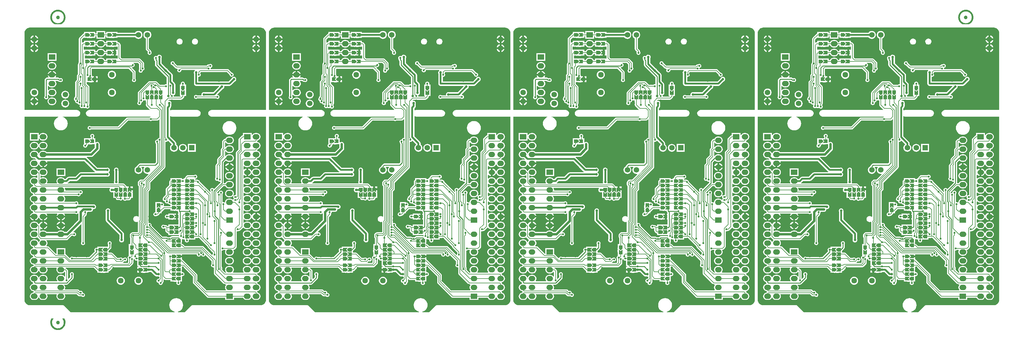
<source format=gbl>
*
%FSLAX26Y26*%
%MOIN*%
%ADD10R,0.033000X0.033000*%
%ADD11C,0.006500*%
%ADD12C,0.009500*%
%ADD13C,0.021500*%
%ADD14C,0.026500*%
%ADD15C,0.056500*%
%ADD16C,0.061500*%
%ADD17R,0.061500X0.061500*%
%ADD18C,0.063500*%
%ADD19C,0.017500*%
%ADD20C,0.021850*%
%ADD21C,0.027750*%
%ADD22C,0.059300*%
%ADD23R,0.059300X0.059300*%
%ADD24C,0.006000*%
%ADD25C,0.040870*%
%ADD26C,0.001750*%
%ADD27C,0.061339*%
%ADD28C,0.147953*%
%ADD29C,0.032000*%
%ADD30C,0.020000*%
%ADD31C,0.007400*%
%IPPOS*%
%LN02i31889.gbl*%
%LPD*%
G75*
G36*
X16504Y2422343D02*
X398415D01*
X399604Y2416400D01*
X398043Y2416311D01*
X384264Y2409416D01*
X372336Y2399468D01*
X362425Y2387575D01*
X355488Y2373701D01*
X351491Y2359722D01*
X349510Y2344832D01*
X351496Y2328947D01*
X355472Y2315033D01*
X362423Y2301130D01*
X372360Y2289204D01*
X384311Y2279256D01*
X398151Y2272336D01*
X412303Y2268315D01*
X427004Y2266364D01*
X442026Y2268377D01*
X455855Y2272335D01*
X469696Y2279256D01*
X481647Y2289204D01*
X491584Y2301130D01*
X498536Y2315033D01*
X502511Y2328947D01*
X504497Y2344832D01*
X502516Y2359722D01*
X498544Y2373639D01*
X491582Y2387575D01*
X481672Y2399468D01*
X469744Y2409416D01*
X455914Y2416336D01*
X441568Y2420455D01*
X441504Y2420871D01*
Y2422343D01*
X609195Y2422405D01*
X617801Y2424318D01*
X627759Y2427299D01*
X634639Y2433197D01*
X640582Y2441132D01*
X644507Y2449965D01*
X645501Y2459850D01*
X644508Y2469735D01*
X640577Y2478580D01*
X634648Y2485497D01*
X627734Y2491420D01*
X617967Y2495327D01*
X617772Y2495373D01*
X609433Y2496300D01*
X16504Y2496362D01*
X16504Y2550637D01*
X436159D01*
X437442Y2547107D01*
X444356Y2537218D01*
X454250Y2530293D01*
X465139Y2526335D01*
X476998Y2524330D01*
X487866Y2526334D01*
X498786Y2530308D01*
X508651Y2537218D01*
X515565Y2547107D01*
X519524Y2558012D01*
X521496Y2569847D01*
X616221D01*
X620360Y2563224D01*
X628165Y2558339D01*
X628266Y2558304D01*
X636875Y2556391D01*
X638206Y2556323D01*
X642504Y2553096D01*
Y2551733D01*
X640485Y2547695D01*
X638519Y2539839D01*
X640488Y2531018D01*
X645367Y2523190D01*
X653205Y2518294D01*
X661997Y2516341D01*
X669808Y2518293D01*
X677024Y2522412D01*
X683212Y2518293D01*
X691997Y2516341D01*
X699822Y2518297D01*
X703935Y2520350D01*
X709257Y2519281D01*
X710320Y2518219D01*
X718162Y2513318D01*
X726996Y2511346D01*
X734840Y2513314D01*
X742638Y2518188D01*
X747533Y2526041D01*
X749490Y2534844D01*
X747544Y2542626D01*
X743603Y2548551D01*
X743504Y2548745D01*
Y2558293D01*
X744748Y2558369D01*
X746553Y2561085D01*
X749504Y2570923D01*
Y2693864D01*
X955513D01*
X957485Y2682006D01*
X962441Y2671097D01*
X969363Y2661209D01*
X979230Y2654302D01*
X984953Y2651695D01*
X984982Y2651633D01*
X990074Y2649319D01*
X1002004Y2648309D01*
X1013933Y2649319D01*
X1019025Y2651633D01*
X1019055Y2651695D01*
X1024778Y2654302D01*
X1034645Y2661209D01*
X1041566Y2671097D01*
X1046513Y2681986D01*
X1047501Y2693864D01*
X1294670D01*
X1293504Y2689781D01*
Y2587763D01*
X1293422Y2587576D01*
X1290465Y2582635D01*
X1288517Y2574844D01*
X1290475Y2566039D01*
X1295367Y2558213D01*
X1303215Y2553316D01*
X1311997Y2551364D01*
X1319789Y2553312D01*
X1327641Y2558213D01*
X1332532Y2566039D01*
X1334492Y2574880D01*
X1333442Y2581177D01*
X1339750Y2583293D01*
X1339827Y2583330D01*
X1347651Y2588230D01*
X1352538Y2596049D01*
X1354597Y2604286D01*
X1358989Y2604353D01*
X1365960Y2605349D01*
X1384504D01*
X1384506Y2554872D01*
X1385483Y2548033D01*
X1389407Y2542155D01*
X1429698Y2501839D01*
X1428411Y2500547D01*
X1426318Y2496362D01*
X745574Y2496300D01*
X737238Y2495373D01*
X737063Y2495330D01*
X728222Y2491389D01*
X720349Y2485485D01*
X714431Y2478580D01*
X710500Y2469735D01*
X709506Y2459850D01*
X710500Y2449965D01*
X714425Y2441132D01*
X720359Y2433210D01*
X728255Y2427294D01*
X737214Y2424316D01*
X745812Y2422405D01*
X1436415Y2422343D01*
X1437591Y2416462D01*
X1431131Y2415335D01*
X1425215Y2411390D01*
X1176882Y2411328D01*
X1170161Y2410354D01*
X1164324Y2406463D01*
X1069225Y2311365D01*
X765830D01*
X759805Y2315382D01*
X751997Y2317336D01*
X743189Y2315377D01*
X735366Y2310487D01*
X730468Y2302647D01*
X728517Y2294844D01*
X730470Y2286056D01*
X735367Y2278213D01*
X743176Y2273332D01*
X751997Y2271367D01*
X759816Y2273326D01*
X765842Y2277344D01*
X1077295Y2277406D01*
X1082816Y2278326D01*
X1088717Y2282271D01*
X1183753Y2377307D01*
X1425221D01*
X1431228Y2373313D01*
X1440004Y2371372D01*
X1448816Y2373326D01*
X1454786Y2377306D01*
X1512073Y2377369D01*
X1517836Y2378339D01*
X1523688Y2382241D01*
X1534644Y2392200D01*
X1534920Y2392369D01*
X1535289Y2392267D01*
X1539315Y2390254D01*
X1539504Y2389950D01*
Y2184876D01*
X1539472Y2184612D01*
X1537256Y2182396D01*
X1528186Y2180375D01*
X1520367Y2175488D01*
X1515483Y2167673D01*
X1514422Y2162396D01*
X1511940Y2162324D01*
X1503167Y2160363D01*
X1495375Y2155493D01*
X1490465Y2147633D01*
X1488517Y2139844D01*
X1490479Y2131018D01*
X1492478Y2127019D01*
X1492504Y2126842D01*
X1492512Y2124878D01*
X1494470Y2117047D01*
X1497454Y2112071D01*
X1497504Y2111877D01*
X1497499Y1907638D01*
X1483272Y1893412D01*
X1317060Y1893349D01*
X1309242Y1891394D01*
X1303363Y1887489D01*
X1288375Y1872506D01*
X1284464Y1866640D01*
X1282445Y1859574D01*
X1282147Y1859371D01*
X1279200Y1858377D01*
X1269378Y1851502D01*
X1262450Y1841613D01*
X1258485Y1830705D01*
X1256511Y1819847D01*
X1258500Y1807948D01*
X1262443Y1797105D01*
X1269358Y1787216D01*
X1279252Y1780292D01*
X1290153Y1776332D01*
X1302000Y1774358D01*
X1312853Y1776331D01*
X1323786Y1780308D01*
X1333649Y1787216D01*
X1340564Y1797105D01*
X1344523Y1808010D01*
X1346496Y1819847D01*
X1344522Y1830705D01*
X1340558Y1841613D01*
X1333612Y1851538D01*
X1333466Y1851818D01*
X1334642Y1855347D01*
X1366256D01*
X1369561Y1850940D01*
X1369405Y1850552D01*
X1362445Y1841602D01*
X1358485Y1830705D01*
X1356511Y1819847D01*
X1358500Y1807948D01*
X1362443Y1797105D01*
X1369358Y1787216D01*
X1379252Y1780292D01*
X1390153Y1776332D01*
X1402014Y1774356D01*
X1409787Y1775320D01*
X1410070D01*
X1410366Y1775200D01*
X1413563Y1770938D01*
X1413382Y1770522D01*
X1354261Y1711401D01*
X1326955Y1711338D01*
X1320175Y1710364D01*
X1314339Y1706473D01*
X1299412Y1691552D01*
X1295477Y1685649D01*
X1294506Y1679824D01*
X1294504Y1654894D01*
X1295483Y1648033D01*
X1299388Y1642176D01*
X1304384Y1637177D01*
X1304504Y1636937D01*
Y1623321D01*
X1236504D01*
Y1633302D01*
X1212504D01*
Y1623321D01*
X1191504D01*
Y1633335D01*
X1167504Y1633397D01*
Y1635699D01*
X1163608Y1641539D01*
X1143710Y1661437D01*
X1137799Y1665378D01*
X1132252Y1666302D01*
X1078712Y1666364D01*
X1075476Y1671759D01*
X1075547Y1672054D01*
X1077519Y1677004D01*
X1078498Y1684837D01*
X1077508Y1691756D01*
X1076504Y1694775D01*
Y1808904D01*
G03X1075560Y1832589I-28921J10709D01*
G01X1070637Y1838505D01*
X1064772Y1843392D01*
X1058957Y1845339D01*
X1051997Y1846342D01*
X1044046Y1845337D01*
X1038235Y1843392D01*
X1032370Y1838505D01*
X1027449Y1832589D01*
G03X1025481Y1812011I29445J-13200D01*
G01X1026483Y1808993D01*
X1026504Y1808852D01*
Y1694775D01*
X1025499Y1691756D01*
X1024509Y1684837D01*
X1025492Y1676976D01*
X1027554Y1671796D01*
X1024512Y1666726D01*
Y1666333D01*
X503590D01*
X502445Y1672095D01*
X509722Y1676281D01*
X526739Y1694299D01*
X601996Y1694361D01*
X610826Y1696324D01*
X619697Y1701252D01*
X661755Y1744311D01*
X941202D01*
X944069Y1743357D01*
G03X964727Y1745283I7496J31356D01*
G01X970643Y1750200D01*
X975559Y1756098D01*
X977514Y1761962D01*
X978496Y1769870D01*
X977516Y1776727D01*
X975559Y1782603D01*
X970651Y1788493D01*
X964636Y1793506D01*
X964504Y1793767D01*
Y1794958D01*
X964656Y1795211D01*
X970655Y1800213D01*
X975559Y1806098D01*
X977515Y1811974D01*
X978499Y1819846D01*
X977514Y1826739D01*
X975559Y1832603D01*
X970637Y1838505D01*
X964772Y1843392D01*
X958957Y1845339D01*
X951997Y1846342D01*
X944045Y1845337D01*
X941216Y1844394D01*
X836752D01*
X719534Y1962614D01*
X719511Y1962940D01*
X720604Y1967315D01*
X772158Y1967377D01*
X778955Y1968361D01*
X784771Y1970308D01*
X790654Y1975210D01*
X855627Y2040181D01*
X860559Y2046098D01*
X862513Y2051960D01*
X863499Y2059843D01*
X863504Y2109789D01*
X862514Y2116738D01*
X860559Y2122603D01*
X855639Y2128503D01*
X849774Y2133391D01*
X843962Y2135337D01*
X836997Y2136341D01*
X829041Y2135336D01*
X823259Y2133398D01*
X821372Y2131511D01*
X821100Y2131345D01*
X820716Y2131427D01*
X815703Y2133432D01*
X815504Y2133755D01*
Y2179306D01*
X798504Y2179368D01*
Y2189900D01*
X798571Y2190103D01*
X802536Y2196053D01*
X804490Y2204844D01*
X802542Y2212637D01*
X797626Y2220496D01*
X789828Y2225370D01*
X781996Y2227333D01*
X773173Y2225367D01*
X765381Y2220496D01*
X760466Y2212637D01*
X758517Y2204844D01*
X760471Y2196053D01*
X761270Y2194854D01*
X277495D01*
X275514Y2205729D01*
X271565Y2215599D01*
X264655Y2224484D01*
X255747Y2231415D01*
X245881Y2235359D01*
X235713Y2236284D01*
X221280Y2236315D01*
X209123Y2235358D01*
X199248Y2231407D01*
X190352Y2224484D01*
X183405Y2215552D01*
X182349Y2214489D01*
X182077Y2214330D01*
X177004Y2215340D01*
X176504Y2215551D01*
Y2236315D01*
X77504D01*
Y2194329D01*
X16504D01*
Y2422343D01*
G37*
G36*
Y2194329D02*
X77504D01*
Y2152343D01*
X176504D01*
Y2173246D01*
X182163Y2174392D01*
X183389Y2173169D01*
X190360Y2164207D01*
X199246Y2157289D01*
X209056Y2153361D01*
X219685Y2152374D01*
X233416Y2152343D01*
X245954Y2153362D01*
X255762Y2157289D01*
X264647Y2164207D01*
X271556Y2173089D01*
X275520Y2182988D01*
X277495Y2194854D01*
X761270D01*
X764436Y2190103D01*
X764504Y2189901D01*
Y2179367D01*
X687504Y2179305D01*
Y2111649D01*
X687213Y2111397D01*
X685335Y2110437D01*
X680474Y2102659D01*
X678517Y2094844D01*
X678521Y2094829D01*
X277493D01*
X275522Y2105704D01*
X271560Y2115607D01*
X264647Y2124494D01*
X255760Y2131407D01*
X245947Y2135334D01*
X235989Y2136259D01*
X221058Y2136290D01*
X209057Y2135333D01*
X199247Y2131407D01*
X190360Y2124494D01*
X183444Y2115602D01*
X180351Y2108391D01*
X174657D01*
X171564Y2115602D01*
X164647Y2124494D01*
X155760Y2131407D01*
X145947Y2135334D01*
X135989Y2136259D01*
X121058Y2136290D01*
X109057Y2135333D01*
X99247Y2131407D01*
X90360Y2124494D01*
X83448Y2115607D01*
X79485Y2105704D01*
X77514Y2094829D01*
X16504D01*
X16504Y2194329D01*
G37*
G36*
X16504Y2094829D02*
X77514D01*
X79497Y2082963D01*
X83432Y2073125D01*
X90357Y2064211D01*
X99246Y2057263D01*
X109056Y2053336D01*
X119685Y2052349D01*
X133416Y2052318D01*
X145954Y2053337D01*
X155761Y2057263D01*
X164650Y2064210D01*
X171580Y2073131D01*
X174670Y2080341D01*
X180337D01*
X183428Y2073131D01*
X190357Y2064210D01*
X199246Y2057263D01*
X209056Y2053336D01*
X219685Y2052349D01*
X233416Y2052318D01*
X245954Y2053337D01*
X255761Y2057263D01*
X264650Y2064211D01*
X271575Y2073125D01*
X275510Y2082963D01*
X277493Y2094829D01*
X678521D01*
X680473Y2086043D01*
X685366Y2078214D01*
X693158Y2073344D01*
X701995Y2071370D01*
X709844Y2073340D01*
X717641Y2078214D01*
X722556Y2086089D01*
X724558Y2092094D01*
X729576Y2098118D01*
X733533Y2104048D01*
X734588Y2109320D01*
X737833Y2109387D01*
X738770Y2110324D01*
X746175D01*
X748041Y2109391D01*
X777837D01*
X778770Y2110324D01*
X809504D01*
Y2070774D01*
X809391Y2070531D01*
X760227Y2021367D01*
X266725D01*
X264630Y2024508D01*
X255737Y2031419D01*
X245977Y2035323D01*
X245788Y2035368D01*
X235583Y2036296D01*
X221383Y2036327D01*
X209217Y2035367D01*
X209030Y2035323D01*
X199247Y2031406D01*
X190362Y2024496D01*
X183430Y2015577D01*
X180340Y2008366D01*
X174667D01*
X171577Y2015577D01*
X164645Y2024496D01*
X155737Y2031419D01*
X145977Y2035323D01*
X145788Y2035368D01*
X135583Y2036296D01*
X121383Y2036327D01*
X109217Y2035367D01*
X109030Y2035323D01*
X99247Y2031406D01*
X90362Y2024496D01*
X83435Y2015582D01*
X79481Y2005679D01*
X77511Y1994847D01*
X79486Y1982999D01*
X83443Y1973101D01*
X90387Y1964186D01*
X99239Y1957300D01*
X109045Y1953373D01*
X119634Y1952386D01*
X134238Y1952323D01*
X145443Y1941118D01*
X145506Y1940761D01*
X143423Y1935553D01*
X143104Y1935369D01*
X142869D01*
X135114Y1936333D01*
X121700Y1936364D01*
X109087Y1935345D01*
X99270Y1931418D01*
X90342Y1924471D01*
X83456Y1915618D01*
X79488Y1905716D01*
X77512Y1894841D01*
X79493Y1882975D01*
X83442Y1873101D01*
X90347Y1864223D01*
X99287Y1857276D01*
X109107Y1853348D01*
X119910Y1852361D01*
X133238Y1852330D01*
X134010Y1852392D01*
X757603D01*
X808272Y1801290D01*
X811420Y1800239D01*
X811502Y1799792D01*
X810420Y1794382D01*
X657908Y1794322D01*
X476504D01*
Y1836339D01*
X377504D01*
Y1794322D01*
X277409D01*
X277496Y1794847D01*
X275525Y1805691D01*
X271568Y1815593D01*
X264630Y1824508D01*
X255777Y1831393D01*
X245980Y1835321D01*
X235452Y1836308D01*
X221488Y1836338D01*
X209024Y1835320D01*
X199230Y1831393D01*
X190378Y1824508D01*
X183439Y1815593D01*
X181375Y1810432D01*
X175939Y1809329D01*
X173845Y1810370D01*
X173591Y1810535D01*
X171568Y1815593D01*
X164630Y1824508D01*
X155777Y1831393D01*
X145980Y1835321D01*
X135452Y1836308D01*
X121488Y1836338D01*
X109024Y1835320D01*
X99230Y1831393D01*
X90378Y1824508D01*
X83439Y1815593D01*
X79483Y1805691D01*
X77511Y1794847D01*
X79484Y1783011D01*
X83437Y1773112D01*
X90371Y1764198D01*
X99224Y1757312D01*
X109038Y1753375D01*
X109287Y1753327D01*
X119503Y1752398D01*
X133562Y1752367D01*
X145723Y1753327D01*
X145966Y1753375D01*
X157979Y1758372D01*
X158282Y1758270D01*
X162251Y1756286D01*
X162504Y1756013D01*
Y1732588D01*
X162152Y1732365D01*
X158023Y1730304D01*
X145885Y1735358D01*
X135045Y1736345D01*
X121813Y1736375D01*
X109116Y1735357D01*
X99248Y1731407D01*
X90351Y1724483D01*
X83442Y1715599D01*
X79493Y1705727D01*
X77512Y1694852D01*
X79488Y1682986D01*
X83453Y1673087D01*
X90338Y1664234D01*
X99258Y1657287D01*
X109070Y1653362D01*
X110427Y1653282D01*
X111474Y1648046D01*
X115498Y1642010D01*
X115504Y1640803D01*
X114433Y1636507D01*
X113988Y1636337D01*
X109081Y1635343D01*
X99245Y1631405D01*
X90360Y1624494D01*
X83446Y1615605D01*
X79485Y1605702D01*
X77514Y1594828D01*
X79498Y1582961D01*
X83433Y1573124D01*
X90358Y1564209D01*
X99267Y1557284D01*
X108976Y1553400D01*
X110419Y1553321D01*
X111471Y1548061D01*
X115504Y1541983D01*
X115500Y1540775D01*
X114413Y1536428D01*
X109200Y1535380D01*
X99247Y1531406D01*
X90361Y1524494D01*
X83434Y1515580D01*
X79480Y1505677D01*
X77514Y1494864D01*
X79486Y1482998D01*
X83444Y1473099D01*
X90360Y1464207D01*
X99241Y1457299D01*
X109040Y1453374D01*
X110425Y1453295D01*
X111481Y1448036D01*
X115461Y1442066D01*
X115504Y1441858D01*
Y1440813D01*
X114448Y1436567D01*
X114087Y1436357D01*
X109111Y1435355D01*
X99266Y1431417D01*
X90341Y1424469D01*
X83455Y1415616D01*
X79488Y1405714D01*
X77513Y1394839D01*
X79493Y1382973D01*
X83442Y1373102D01*
X90349Y1364221D01*
X99291Y1357274D01*
X109104Y1353349D01*
X110430Y1353268D01*
X111475Y1348045D01*
X115504Y1341996D01*
X115503Y1340788D01*
X114417Y1336442D01*
X109048Y1335330D01*
X99229Y1331392D01*
X90376Y1324506D01*
X83439Y1315592D01*
X79359Y1305393D01*
X128504Y1305332D01*
Y1295376D01*
X137504Y1295314D01*
Y1252415D01*
X145983Y1253381D01*
X155781Y1257311D01*
X164634Y1264196D01*
X171573Y1273116D01*
X174664Y1280326D01*
X180344D01*
X183434Y1273116D01*
X190373Y1264196D01*
X199226Y1257311D01*
X209050Y1253370D01*
X209258Y1253322D01*
X216504Y1252421D01*
Y1295315D01*
X226504Y1295377D01*
Y1305332D01*
X275648Y1305393D01*
X271569Y1315592D01*
X264621Y1324528D01*
X264448Y1324856D01*
X265665Y1327291D01*
X385322D01*
X388520Y1321962D01*
X388435Y1321587D01*
X383436Y1315584D01*
X379360Y1305395D01*
X474647D01*
X470569Y1315592D01*
X463621Y1324528D01*
X463448Y1324857D01*
X464665Y1327291D01*
X587244D01*
X593171Y1323340D01*
X601996Y1321369D01*
X609840Y1323338D01*
X617687Y1328242D01*
X618840Y1329393D01*
X624504Y1328258D01*
Y1284303D01*
X437504D01*
Y1252373D01*
X416504D01*
Y1284303D01*
X237504D01*
Y1252373D01*
X116504D01*
Y1284303D01*
X16504D01*
X16504Y2094829D01*
G37*
G36*
Y2550637D02*
Y2584319D01*
X83827D01*
X84471Y2583027D01*
X88451Y2572083D01*
X95352Y2562224D01*
X105226Y2555284D01*
X116142Y2551311D01*
X116501Y2551101D01*
X116504Y2584319D01*
X137504D01*
Y2550637D01*
X16504D01*
G37*
G36*
Y2584319D02*
Y2594831D01*
X277514D01*
X279270Y2584319D01*
X16504D01*
G37*
G36*
Y2594831D02*
Y2605349D01*
X279421D01*
X277514Y2594831D01*
X16504D01*
G37*
G36*
Y2605349D02*
X16504Y2639844D01*
X239517D01*
X241473Y2631043D01*
X246367Y2623213D01*
X254168Y2618316D01*
X262012Y2616347D01*
X270845Y2618319D01*
X278641Y2623213D01*
X283534Y2631043D01*
X285490Y2639844D01*
X283536Y2647658D01*
X281555Y2651630D01*
X281504Y2651804D01*
Y2667058D01*
X281882Y2667336D01*
X286888Y2668331D01*
X287127D01*
X287382Y2668179D01*
X290363Y2664204D01*
X299252Y2657290D01*
X309070Y2653363D01*
X319746Y2652376D01*
X333368Y2652345D01*
X345940Y2653363D01*
X355755Y2657290D01*
X364641Y2664205D01*
G03X369253Y2669849I-32967J31642D01*
G01X431512D01*
X433490Y2657975D01*
X437460Y2647070D01*
X444363Y2637209D01*
X446574Y2635662D01*
X446577Y2635600D01*
X454232Y2630241D01*
X465072Y2626298D01*
X476999Y2624303D01*
X487931Y2626296D01*
X498775Y2630241D01*
X506430Y2635600D01*
X506433Y2635662D01*
X508645Y2637209D01*
X515547Y2647070D01*
X519517Y2657975D01*
X521495Y2669849D01*
X589504D01*
X589504Y2651740D01*
X589366Y2651505D01*
X584384Y2646519D01*
X580479Y2640662D01*
X579504Y2634791D01*
Y2633862D01*
X579473Y2633653D01*
X575456Y2627598D01*
X573519Y2619834D01*
X368272D01*
X364647Y2624494D01*
X355758Y2631408D01*
X345943Y2635336D01*
X335972Y2636260D01*
X321072Y2636291D01*
X309061Y2635335D01*
X299250Y2631408D01*
X290360Y2624494D01*
X283449Y2615608D01*
X279486Y2605706D01*
X279421Y2605349D01*
X170642D01*
X166566Y2616560D01*
X159645Y2626491D01*
X149790Y2633389D01*
X138746Y2637420D01*
X137511Y2638038D01*
X137507Y2621455D01*
X116504D01*
Y2637561D01*
X116138Y2637371D01*
X116116Y2637359D01*
X105217Y2633389D01*
X95363Y2626492D01*
X88442Y2616560D01*
X84365Y2605349D01*
X16504D01*
G37*
G36*
X16504Y2639844D02*
X16504Y2694856D01*
X82513D01*
X84489Y2682982D01*
X88456Y2672076D01*
X95363Y2662210D01*
X105220Y2655309D01*
X115108Y2651708D01*
X115132Y2651646D01*
X116075Y2651303D01*
X127008Y2649310D01*
X138936Y2651304D01*
X139875Y2651646D01*
X139899Y2651708D01*
X149787Y2655309D01*
X159645Y2662209D01*
X166552Y2672076D01*
X170519Y2682982D01*
X172494Y2694856D01*
X243504D01*
Y2651804D01*
X243452Y2651630D01*
X241471Y2647658D01*
X239517Y2639844D01*
X16504D01*
G37*
G36*
Y1284303D02*
X78777D01*
X83436Y1273113D01*
X90360Y1264160D01*
X99245Y1257249D01*
X109064Y1253317D01*
X116504Y1252373D01*
X16504D01*
Y1284303D01*
G37*
G36*
Y1252373D02*
X237504D01*
Y1252365D01*
X16504D01*
Y1252373D01*
G37*
G36*
Y1252365D02*
X621226D01*
X605138Y1236277D01*
X416504D01*
Y1236277D01*
X416378Y1236262D01*
X216504D01*
Y1236277D01*
X209123Y1235359D01*
X199249Y1231408D01*
X190350Y1224481D01*
X183442Y1215599D01*
X181448Y1210614D01*
X181196Y1210379D01*
X176342Y1209408D01*
X175770D01*
X173674Y1210456D01*
X173535Y1210675D01*
X171543Y1215628D01*
X164657Y1224481D01*
X155749Y1231414D01*
X145892Y1235356D01*
X135063Y1236343D01*
X121799Y1236374D01*
X109112Y1235355D01*
X99249Y1231408D01*
X90317Y1224452D01*
G03X79501Y1205762I33708J-31984D01*
G01X77512Y1194851D01*
X79488Y1182985D01*
X83454Y1173086D01*
X90340Y1164233D01*
X99262Y1157286D01*
X109081Y1153358D01*
X119798Y1152371D01*
X133331Y1152340D01*
X145915Y1153358D01*
X155038Y1157413D01*
X160407Y1154192D01*
X160504Y1153874D01*
Y1134747D01*
X160326Y1134461D01*
X155320Y1131457D01*
X155066Y1131349D01*
X154725Y1131427D01*
X145938Y1135332D01*
X135339Y1136318D01*
X121577Y1136349D01*
X109050Y1135330D01*
X99243Y1131403D01*
X90360Y1124494D01*
X83445Y1115604D01*
X79485Y1105701D01*
X77511Y1094847D01*
X79499Y1082960D01*
X83434Y1073122D01*
X90359Y1064208D01*
X99268Y1057283D01*
X109029Y1053379D01*
X109191Y1053335D01*
X119390Y1052408D01*
X133652Y1052377D01*
X145819Y1053336D01*
X145978Y1053379D01*
X155821Y1057329D01*
X158707Y1059253D01*
X158960Y1059364D01*
X163987Y1058364D01*
X164308Y1058253D01*
X191378Y1031183D01*
X191504Y1030944D01*
X191497Y1025637D01*
X190378Y1024518D01*
X183429Y1015574D01*
X180339Y1008363D01*
X174669D01*
X171578Y1015574D01*
X164648Y1024493D01*
X155739Y1031418D01*
X145978Y1035322D01*
X145816Y1035365D01*
X135617Y1036293D01*
X121355Y1036324D01*
X109188Y1035365D01*
X109029Y1035322D01*
X99247Y1031406D01*
X90359Y1024493D01*
X83434Y1015579D01*
X79497Y1005737D01*
X77514Y994863D01*
X79486Y982997D01*
X83445Y973097D01*
X90360Y964207D01*
X99243Y957297D01*
X109044Y953373D01*
X110425Y953293D01*
X111482Y948035D01*
X115464Y942061D01*
X115504Y941853D01*
Y940812D01*
X114446Y936557D01*
X114072Y936354D01*
X109107Y935353D01*
X99262Y931415D01*
X90373Y924500D01*
G03X79495Y905748I33577J-32008D01*
G01X77513Y894838D01*
X79494Y882972D01*
X83465Y873072D01*
X90350Y864219D01*
X99259Y857287D01*
X109108Y853347D01*
X110430Y853267D01*
X111475Y848045D01*
X115504Y841994D01*
X115503Y840786D01*
X114417Y836441D01*
X109045Y835328D01*
X99226Y831390D01*
X90373Y824504D01*
X83438Y815590D01*
X79482Y805688D01*
X77511Y794847D01*
X16504D01*
X16504Y1252365D01*
G37*
G36*
X16504Y2694856D02*
X16504Y2905363D01*
X316504D01*
Y2920820D01*
X337504D01*
Y2905363D01*
X619504D01*
X619504Y2901721D01*
X619333Y2901474D01*
X613398Y2896521D01*
X610475Y2890675D01*
X608504Y2884752D01*
Y2837717D01*
X608355Y2837494D01*
X605881Y2834844D01*
X449490D01*
X447539Y2842646D01*
X442641Y2850488D01*
X434814Y2855380D01*
X427004Y2857334D01*
X419168Y2855374D01*
X414880Y2853229D01*
G03X397158Y2863306I-21187J-16642D01*
G01X370685Y2863370D01*
X368434Y2867873D01*
X371542Y2873053D01*
X376214Y2884270D01*
X278793D01*
X283465Y2873053D01*
X286573Y2867873D01*
X284323Y2863371D01*
X271925Y2863308D01*
X265202Y2861382D01*
X259308Y2857448D01*
X249372Y2847502D01*
X245463Y2841637D01*
X243504Y2834780D01*
Y2694856D01*
X172494D01*
X170512Y2705739D01*
X166556Y2716617D01*
X159657Y2726474D01*
X149739Y2733414D01*
X138897Y2737357D01*
X127160Y2739302D01*
X126875D01*
X116114Y2737358D01*
X105268Y2733414D01*
X95350Y2726474D01*
X88451Y2716618D01*
X84495Y2705739D01*
X82513Y2694856D01*
X16504D01*
G37*
G36*
Y794847D02*
X77511D01*
X79484Y783008D01*
X83439Y773109D01*
X90376Y764195D01*
X99229Y757309D01*
X109041Y753374D01*
X115263Y752298D01*
X120497Y747064D01*
X120504Y741757D01*
X120378Y741518D01*
X115364Y736503D01*
X115121Y736363D01*
X109128Y735362D01*
X99291Y731427D01*
X90316Y724450D01*
G03X79500Y705760I33704J-31979D01*
G01X77512Y694849D01*
X79489Y682983D01*
X83455Y673084D01*
X90341Y664232D01*
X99266Y657284D01*
X109085Y653356D01*
X119815Y652370D01*
X133316Y652339D01*
X145924Y653357D01*
X155741Y657284D01*
X164667Y664232D01*
X171556Y673089D01*
X174652Y680300D01*
X180355D01*
X183452Y673089D01*
X190341Y664232D01*
X199266Y657284D01*
X209085Y653356D01*
X219815Y652370D01*
X233316Y652339D01*
X245924Y653357D01*
X255741Y657284D01*
X264700Y664261D01*
G03X275510Y682945I-33056J31595D01*
G01X277496Y694849D01*
X275516Y705724D01*
X271538Y715668D01*
X271504Y715824D01*
Y717311D01*
X379332D01*
X381455Y713067D01*
X381515Y712821D01*
X379495Y705749D01*
X377512Y694850D01*
X379489Y682983D01*
X383455Y673084D01*
X390341Y664232D01*
X399266Y657284D01*
X409085Y653356D01*
X419815Y652370D01*
X432416Y652339D01*
X444924Y653357D01*
X454742Y657284D01*
X463675Y664237D01*
X468810Y670399D01*
X474498Y669261D01*
X474504Y619650D01*
X474135Y619367D01*
X469122Y618370D01*
X468886D01*
X468637Y618510D01*
X463625Y624511D01*
X454766Y631402D01*
X444959Y635330D01*
X434357Y636316D01*
X421464Y636347D01*
X409046Y635329D01*
X399241Y631402D01*
X390360Y624494D01*
X383444Y615602D01*
X379484Y605699D01*
X377511Y594847D01*
X379499Y582958D01*
X383446Y573092D01*
X386444Y568088D01*
X386525Y567775D01*
X384344Y563412D01*
X270664D01*
X268482Y567775D01*
X268563Y568088D01*
X271562Y573092D01*
X275508Y582958D01*
X277496Y594847D01*
X275523Y605699D01*
X271564Y615602D01*
X264648Y624494D01*
X255766Y631402D01*
X245959Y635330D01*
X235357Y636316D01*
X221564Y636347D01*
X209046Y635329D01*
X199241Y631402D01*
X190360Y624494D01*
X183440Y615597D01*
X180349Y608386D01*
X174659D01*
X171567Y615597D01*
X164648Y624494D01*
X155766Y631402D01*
X145959Y635330D01*
X135357Y636316D01*
X121564Y636347D01*
X109046Y635329D01*
X99241Y631402D01*
X90356Y624487D01*
G03X79492Y605735I33580J-31976D01*
G01X77511Y594847D01*
X79499Y582958D01*
X83434Y573121D01*
X90361Y564206D01*
X99280Y557275D01*
X108412Y553207D01*
X110451Y547090D01*
X114419Y541129D01*
X114535Y540832D01*
X112348Y535365D01*
X108968Y535298D01*
X99246Y531406D01*
X90358Y524492D01*
X83433Y515577D01*
X79496Y505736D01*
X77514Y494861D01*
X79486Y482995D01*
X83446Y473096D01*
X90360Y464207D01*
X99245Y457296D01*
X109075Y453360D01*
X115277Y452285D01*
X120504Y447050D01*
Y441701D01*
X120338Y441477D01*
X115317Y436457D01*
X114996Y436342D01*
X109096Y435349D01*
X99258Y431413D01*
X90371Y424499D01*
G03X79495Y405747I33561J-31996D01*
G01X77514Y394840D01*
X79495Y383969D01*
X83442Y374102D01*
X90355Y365213D01*
X99246Y358266D01*
X109056Y354338D01*
X119685Y353351D01*
X133416Y353321D01*
X145954Y354339D01*
X155761Y358266D01*
X164652Y365213D01*
X171581Y374133D01*
X174671Y381344D01*
X180336D01*
X183427Y374133D01*
X190355Y365213D01*
X199246Y358266D01*
X209056Y354338D01*
X219685Y353351D01*
X233416Y353321D01*
X245954Y354339D01*
X255761Y358266D01*
X264685Y365242D01*
G03X275504Y383933I-33719J31996D01*
G01X277494Y394840D01*
X275521Y405712D01*
X271504Y415769D01*
Y417298D01*
X379339D01*
X381480Y413015D01*
X381500Y412766D01*
X379491Y405737D01*
X377514Y394840D01*
X379495Y383969D01*
X383442Y374102D01*
X390355Y365213D01*
X399246Y358266D01*
X409056Y354338D01*
X419685Y353351D01*
X432515Y353321D01*
X444954Y354339D01*
X454761Y358266D01*
X463685Y365242D01*
G03X474504Y383933I-33719J31996D01*
G01X476494Y394840D01*
X474520Y405712D01*
X470504Y415769D01*
Y417298D01*
X604263D01*
X624300Y397261D01*
X630195Y394328D01*
X636613Y393411D01*
X662157Y393349D01*
X668177Y389336D01*
X676996Y387368D01*
X684834Y389334D01*
X692645Y394216D01*
X697538Y401058D01*
X699490Y409844D01*
X697535Y417657D01*
X692641Y425488D01*
X684895Y430329D01*
X676762Y432396D01*
X674592Y434555D01*
X674515Y434744D01*
X672531Y442664D01*
X667641Y450488D01*
X659797Y455387D01*
X651994Y457325D01*
X643225Y455387D01*
X640904Y454245D01*
X628652Y466484D01*
X622795Y470378D01*
X616969Y471349D01*
X474641Y471412D01*
X472509Y476739D01*
X472519Y476979D01*
X474518Y482981D01*
X476494Y494861D01*
X474511Y505736D01*
X470575Y515577D01*
X462986Y525346D01*
X494141Y525410D01*
X500800Y527316D01*
X506716Y531270D01*
X545295Y569850D01*
X1055510D01*
X1057486Y557998D01*
X1062432Y547117D01*
X1069361Y537212D01*
X1079257Y530260D01*
X1090103Y525330D01*
X1102004Y523338D01*
X1113904Y525330D01*
X1124750Y530260D01*
X1134646Y537212D01*
X1141575Y547117D01*
X1146512Y557978D01*
X1147499Y569822D01*
X1255515D01*
X1257486Y557998D01*
X1262432Y547117D01*
X1269361Y537212D01*
X1279257Y530260D01*
X1290103Y525330D01*
X1302004Y523338D01*
X1313904Y525330D01*
X1324750Y530260D01*
X1334646Y537212D01*
X1341575Y547117D01*
X1346512Y557978D01*
X1347499Y569822D01*
X1503522D01*
X1505470Y561056D01*
X1510367Y553213D01*
X1518175Y548333D01*
X1527060Y546350D01*
X1527331Y546230D01*
X1528379Y545182D01*
X1528483Y544996D01*
X1530471Y536050D01*
X1535367Y528213D01*
X1543185Y523327D01*
X1551996Y521366D01*
X1559816Y523323D01*
X1567641Y528213D01*
X1572551Y536072D01*
X1574542Y542047D01*
X1574631Y542184D01*
X1578611Y547163D01*
X1582518Y553023D01*
X1583504Y559905D01*
Y585020D01*
X1583785Y585301D01*
X1588885Y587335D01*
X1589209D01*
X1594356Y582216D01*
X1600216Y578325D01*
X1607037Y577351D01*
X1662504Y577288D01*
Y560368D01*
X1699255Y560306D01*
X1700188Y559373D01*
X1728283Y559311D01*
X1731419Y555130D01*
X1731535Y554795D01*
X1730473Y552665D01*
X1728517Y544844D01*
X1730471Y536050D01*
X1735367Y528213D01*
X1743185Y523327D01*
X1751996Y521366D01*
X1759816Y523323D01*
X1767641Y528213D01*
X1772536Y536050D01*
X1774490Y544844D01*
X1772542Y552635D01*
X1768587Y558574D01*
X1768504Y558774D01*
Y560305D01*
X1790504Y560368D01*
Y618093D01*
X1794802Y621325D01*
X1797101Y621390D01*
X1804736Y623299D01*
X1804834Y623334D01*
X1812646Y628221D01*
X1817534Y636043D01*
X1819488Y644834D01*
X1817529Y652667D01*
X1812641Y660488D01*
X1804793Y665388D01*
X1797161Y667296D01*
X1794823Y667361D01*
X1790557Y670561D01*
X1790504Y670860D01*
Y727326D01*
X1804235D01*
X1914504Y617056D01*
Y549889D01*
X1915482Y543033D01*
X1919390Y537173D01*
X2074346Y383223D01*
X2080183Y379332D01*
X2086987Y378358D01*
X2277504Y378296D01*
Y353320D01*
X2376504D01*
Y378296D01*
X2480340D01*
X2482416Y374144D01*
X2489355Y365213D01*
X2498246Y358266D01*
X2508056Y354338D01*
X2518685Y353351D01*
X2532416Y353321D01*
X2544954Y354339D01*
X2554761Y358266D01*
X2563652Y365213D01*
X2570581Y374133D01*
X2573671Y381344D01*
X2579336D01*
X2582427Y374133D01*
X2589355Y365213D01*
X2598246Y358266D01*
X2608056Y354338D01*
X2618685Y353351D01*
X2632416Y353321D01*
X2644954Y354339D01*
X2654761Y358266D01*
X2663652Y365213D01*
X2670566Y374102D01*
X2674512Y383969D01*
X2676494Y394840D01*
X2674521Y405711D01*
X2670554Y415614D01*
X2663669Y424466D01*
X2654749Y431414D01*
X2644937Y435338D01*
X2643580Y435419D01*
X2642533Y440655D01*
X2638509Y446690D01*
X2638503Y447898D01*
X2639587Y452245D01*
X2644925Y453357D01*
X2654762Y457296D01*
X2663647Y464207D01*
X2670561Y473096D01*
X2674521Y482995D01*
X2676494Y494861D01*
X2674511Y505736D01*
X2670575Y515577D01*
X2663649Y524492D01*
X2654740Y531417D01*
X2645031Y535301D01*
X2643588Y535380D01*
X2642536Y540639D01*
X2638597Y546559D01*
X2638503Y546756D01*
X2638507Y547926D01*
X2639594Y552272D01*
X2644807Y553321D01*
X2654760Y557295D01*
X2663680Y564235D01*
G03X2674500Y582920I-33107J31647D01*
G01X2676496Y594847D01*
X2737503D01*
Y353824D01*
X2736492Y342733D01*
X2732449Y330621D01*
X2726440Y320606D01*
X2719379Y310515D01*
X2710249Y303415D01*
X2699214Y297396D01*
X2688188Y294382D01*
X2676398Y293381D01*
X1907965Y293319D01*
X1901184Y291370D01*
X1895319Y287459D01*
X1822242Y214381D01*
X1746588D01*
X1745503Y219802D01*
X1745605Y220253D01*
X1755796Y223310D01*
X1769755Y230294D01*
X1781619Y240181D01*
X1791566Y252107D01*
X1798524Y266009D01*
X1802505Y279926D01*
X1804496Y294878D01*
X1802508Y310763D01*
X1798531Y324678D01*
X1791578Y338580D01*
X1781636Y350506D01*
X1769716Y360435D01*
X1755836Y367375D01*
X1741994Y371333D01*
X1727000Y373339D01*
X1711011Y371333D01*
X1697171Y367375D01*
X1683269Y360420D01*
X1671371Y350506D01*
X1661429Y338580D01*
X1654476Y324678D01*
X1650499Y310763D01*
X1648508Y294852D01*
X1650502Y279926D01*
X1654483Y266009D01*
X1661441Y252107D01*
X1671388Y240181D01*
X1683252Y230294D01*
X1697211Y223310D01*
X1707402Y220253D01*
X1707504Y219802D01*
X1706420Y214381D01*
X536765D01*
X463688Y287459D01*
X457803Y291383D01*
X451043Y293319D01*
X77609Y293381D01*
X65819Y294382D01*
X54793Y297396D01*
X43758Y303415D01*
X34628Y310515D01*
X27568Y320606D01*
X21558Y330621D01*
X17516Y342733D01*
X16504Y353824D01*
X16504Y794847D01*
G37*
G36*
X16504Y2905363D02*
X16504Y2994847D01*
X277511D01*
X279485Y2983003D01*
X283441Y2973104D01*
X290383Y2964189D01*
X299235Y2957304D01*
X306835Y2954256D01*
X306855Y2954194D01*
X309056Y2953314D01*
X319685Y2952327D01*
X333416Y2952296D01*
X345954Y2953315D01*
X348153Y2954194D01*
X348172Y2954256D01*
X355772Y2957304D01*
X364625Y2964189D01*
X371566Y2973104D01*
X375522Y2983003D01*
X377496Y2994847D01*
X619506D01*
X619504Y2936255D01*
X316504D01*
Y2936277D01*
X316223Y2936241D01*
X309105Y2935352D01*
X299277Y2931421D01*
X290344Y2924474D01*
X283442Y2915599D01*
X279355Y2905363D01*
X16504D01*
G37*
G36*
X16504Y2994847D02*
X16504Y3094307D01*
X277504D01*
Y3052321D01*
X376504D01*
Y3094307D01*
X629485D01*
X629479Y3033662D01*
X625460Y3027629D01*
X623473Y3020674D01*
X620479Y3015661D01*
X619506Y3009823D01*
X619506Y2994847D01*
X377496D01*
X375508Y3005744D01*
X371571Y3015585D01*
X364641Y3024499D01*
X355788Y3031385D01*
X345973Y3035324D01*
X345759Y3035371D01*
X335548Y3036299D01*
X321411Y3036330D01*
X309246Y3035370D01*
X309034Y3035324D01*
X299219Y3031385D01*
X290367Y3024499D01*
X283436Y3015585D01*
X279481Y3005682D01*
X277511Y2994847D01*
X16504D01*
G37*
G36*
X16504Y3094307D02*
Y3150601D01*
X629490D01*
X629485Y3094307D01*
X376504D01*
Y3136293D01*
X277504D01*
Y3094307D01*
X16504D01*
G37*
G36*
Y3150601D02*
X16505Y3184284D01*
X83846D01*
X84461Y3183054D01*
X88455Y3172078D01*
X95363Y3162209D01*
X96834Y3161180D01*
X96841Y3161118D01*
X105226Y3155248D01*
X116501Y3151144D01*
X116504Y3184284D01*
X137504D01*
Y3150601D01*
X16504D01*
G37*
G36*
X16505Y3184284D02*
Y3205376D01*
X116504D01*
Y3221438D01*
X137504D01*
Y3205376D01*
X629496D01*
X629494Y3184284D01*
X16505D01*
G37*
G36*
Y3205376D02*
Y3238037D01*
X137504D01*
Y3221438D01*
X116504D01*
Y3237500D01*
X116168Y3237378D01*
X105272Y3233416D01*
X95351Y3226475D01*
X88451Y3216617D01*
X84342Y3205376D01*
X16505D01*
G37*
G36*
Y3238037D02*
X16505Y3250626D01*
X629501D01*
X629499Y3238037D01*
X16505D01*
G37*
G36*
X16505Y3250626D02*
Y3284309D01*
X83833D01*
X84448Y3283080D01*
X88444Y3272103D01*
X95359Y3262214D01*
X105227Y3255273D01*
X116142Y3251300D01*
X116501Y3251091D01*
X116504Y3284309D01*
X137504D01*
Y3250626D01*
X16505D01*
G37*
G36*
Y3284309D02*
Y3305339D01*
X630425D01*
X629506Y3299821D01*
X629504Y3284309D01*
X16505D01*
G37*
G36*
Y3305339D02*
X16505Y3365885D01*
X17518Y3376975D01*
X21526Y3388997D01*
X21576Y3389109D01*
X27614Y3399165D01*
X34634Y3409194D01*
X43773Y3416294D01*
X54808Y3422313D01*
X65848Y3425326D01*
X76957Y3426265D01*
X2677050D01*
X2688185Y3425319D01*
G02X2710480Y3416110I-12632J-62177D01*
G01X2719374Y3409194D01*
X2726435Y3399103D01*
X2732444Y3389088D01*
X2736489Y3376976D01*
X2737504Y3365822D01*
Y3305339D01*
X2669642D01*
X2665565Y3316550D01*
X2658631Y3326501D01*
X2648805Y3333379D01*
X2637508Y3337511D01*
X2637508Y3337154D01*
X2637506Y3321689D01*
X2616504D01*
Y3338038D01*
X2616142Y3337859D01*
X2615240Y3337409D01*
X2604202Y3333379D01*
X2594376Y3326501D01*
X2587442Y3316550D01*
X2583365Y3305339D01*
X1423818D01*
X1433657Y3312227D01*
X1440556Y3322083D01*
X1444511Y3332958D01*
X1446494Y3344833D01*
X1444520Y3355716D01*
X1440552Y3366624D01*
X1433645Y3376491D01*
X1423787Y3383392D01*
X1412956Y3387336D01*
X1402002Y3389334D01*
X1390048Y3387334D01*
X1379220Y3383392D01*
X1369363Y3376491D01*
X1362456Y3366624D01*
X1358488Y3355716D01*
X1356513Y3344833D01*
X1346494D01*
X1344520Y3355716D01*
X1340552Y3366624D01*
X1333645Y3376491D01*
X1323787Y3383392D01*
X1312956Y3387336D01*
X1302002Y3389334D01*
X1290048Y3387334D01*
X1279220Y3383392D01*
X1269361Y3376490D01*
X1264300Y3369405D01*
X1065504D01*
Y3379327D01*
X937504D01*
Y3361350D01*
X926504D01*
Y3386356D01*
X827504D01*
Y3361350D01*
X815504D01*
Y3379327D01*
X687504D01*
Y3360400D01*
X685121Y3360328D01*
X679314Y3356454D01*
X634410Y3311550D01*
X630476Y3305646D01*
X630425Y3305339D01*
X170642D01*
X166566Y3316550D01*
X159631Y3326501D01*
X149805Y3333379D01*
X138768Y3337409D01*
X137513Y3338034D01*
X137513Y3337630D01*
X137508Y3321426D01*
X116504D01*
Y3337513D01*
X116168Y3337390D01*
X105203Y3333379D01*
X95376Y3326501D01*
X88442Y3316550D01*
X84365Y3305339D01*
X16505D01*
G37*
G36*
X116504Y2605349D02*
Y2621455D01*
X137507D01*
X137504Y2605349D01*
X116504D01*
G37*
G36*
Y3305339D02*
Y3321426D01*
X137508D01*
X137504Y3305339D01*
X116504D01*
G37*
G36*
X134010Y1852392D02*
X145903Y1853349D01*
X155720Y1857276D01*
X164660Y1864223D01*
X171569Y1873106D01*
X174649Y1880291D01*
X180359D01*
X183438Y1873107D01*
X190347Y1864223D01*
X199287Y1857276D01*
X209115Y1853344D01*
X216501Y1852418D01*
X216504Y1895341D01*
X226504Y1895404D01*
Y1905297D01*
X275662Y1905358D01*
X271527Y1915695D01*
X271506Y1916005D01*
X273698Y1919293D01*
X691269D01*
X725998Y1884267D01*
X237504D01*
Y1852392D01*
X134010D01*
G37*
G36*
X137504Y2550637D02*
X138878Y2551316D01*
X149781Y2555284D01*
X159655Y2562224D01*
X166556Y2572083D01*
X170536Y2583027D01*
X171180Y2584319D01*
X279270D01*
X279497Y2582964D01*
X283442Y2573102D01*
X290356Y2564213D01*
X299265Y2557284D01*
X309057Y2553337D01*
X319685Y2552351D01*
X333416Y2552320D01*
X345953Y2553338D01*
X355761Y2557295D01*
X364652Y2564212D01*
X369034Y2569847D01*
X431511D01*
X433500Y2557950D01*
X436159Y2550637D01*
X137504D01*
G37*
G36*
Y3150601D02*
X138878Y3151280D01*
X149781Y3155248D01*
X158166Y3161118D01*
X158174Y3161180D01*
X159645Y3162209D01*
X166553Y3172078D01*
X170546Y3183054D01*
X171161Y3184284D01*
X629494D01*
X629490Y3150601D01*
X137504D01*
G37*
G36*
Y3238037D02*
X629499D01*
X629496Y3205376D01*
X170642D01*
X166556Y3216618D01*
X159656Y3226475D01*
X149735Y3233416D01*
X138823Y3237384D01*
X137504Y3238037D01*
G37*
G36*
Y3250626D02*
X138878Y3251305D01*
X149781Y3255273D01*
X159648Y3262214D01*
X166564Y3272103D01*
X170532Y3283016D01*
X171176Y3284309D01*
X629504D01*
X629501Y3250626D01*
X137504D01*
G37*
G36*
X194504Y1134772D02*
Y1152402D01*
X521263D01*
X490249Y1121389D01*
X465711D01*
X463632Y1124506D01*
X454764Y1131403D01*
X444955Y1135331D01*
X434340Y1136318D01*
X421478Y1136349D01*
X409050Y1135330D01*
X399243Y1131403D01*
X390375Y1124506D01*
X388297Y1121389D01*
X266711D01*
X264633Y1124506D01*
X255764Y1131403D01*
X245955Y1135331D01*
X235340Y1136318D01*
X221577Y1136349D01*
X209049Y1135330D01*
X199134Y1131372D01*
X198876D01*
X198668Y1131477D01*
X194640Y1134498D01*
X194504Y1134772D01*
G37*
G36*
Y1152402D02*
Y1153860D01*
X194576Y1154155D01*
X198928Y1157419D01*
X209090Y1153355D01*
X216504Y1152419D01*
Y1236262D01*
X237504D01*
Y1205370D01*
X416504D01*
Y1220824D01*
X437504D01*
Y1205370D01*
X574230D01*
X553138Y1184278D01*
X437504D01*
Y1152410D01*
X416504D01*
Y1184278D01*
X237504D01*
Y1152402D01*
X194504D01*
G37*
G36*
X197504Y1753026D02*
X197724Y1753266D01*
X201683Y1756235D01*
X201973Y1756403D01*
X209053Y1753374D01*
X209288Y1753327D01*
X219503Y1752398D01*
X233562Y1752367D01*
X245723Y1753327D01*
X245969Y1753375D01*
X255783Y1757312D01*
X264636Y1764198D01*
X271570Y1773112D01*
X275524Y1783011D01*
X277409Y1794322D01*
X377504D01*
Y1752305D01*
X476504D01*
Y1794322D01*
X657908D01*
X651898Y1794319D01*
X642140Y1792354D01*
X633314Y1787451D01*
X591232Y1744369D01*
X516835Y1744307D01*
X507267Y1742393D01*
X507139Y1742354D01*
X498304Y1737441D01*
X481231Y1719363D01*
X467754D01*
X463659Y1724481D01*
X454747Y1731414D01*
X444888Y1735358D01*
X434045Y1736345D01*
X421712Y1736375D01*
X409116Y1735357D01*
X399248Y1731407D01*
X390319Y1724454D01*
G03X379501Y1705764I33711J-31987D01*
G01X377512Y1694852D01*
X379488Y1682986D01*
X383431Y1673130D01*
X384586Y1671959D01*
X382509Y1666768D01*
Y1666333D01*
X272659D01*
X270437Y1671922D01*
X270678Y1672231D01*
X271595Y1673175D01*
X275519Y1682986D01*
X277495Y1694852D01*
X275514Y1705727D01*
X271566Y1715599D01*
X264656Y1724483D01*
X255748Y1731414D01*
X245888Y1735358D01*
X235045Y1736345D01*
X221814Y1736375D01*
X209122Y1735357D01*
X201935Y1732278D01*
X197505Y1735599D01*
X197504Y1753026D01*
G37*
G36*
X237504Y1152402D02*
X237572Y1152410D01*
X521270D01*
X521263Y1152402D01*
X237504D01*
G37*
G36*
Y1236262D02*
X416378D01*
X409123Y1235359D01*
X399231Y1231394D01*
X390350Y1224481D01*
X383434Y1215567D01*
X379355Y1205370D01*
X275653D01*
X271574Y1215567D01*
X264657Y1224481D01*
X255736Y1231419D01*
X245889Y1235358D01*
X237504Y1236262D01*
G37*
G36*
Y1252365D02*
X237572Y1252373D01*
X621233D01*
X621226Y1252365D01*
X237504D01*
G37*
G36*
Y1852392D02*
X245946Y1853346D01*
X255720Y1857275D01*
X264660Y1864223D01*
X271567Y1873103D01*
X276213Y1884267D01*
X725998D01*
X757603Y1852392D01*
X237504D01*
G37*
G36*
X237572Y1152410D02*
X245946Y1153356D01*
X255745Y1157286D01*
X264668Y1164233D01*
X271555Y1173088D01*
X276217Y1184278D01*
X378790D01*
X383452Y1173088D01*
X390340Y1164233D01*
X399262Y1157286D01*
X409064Y1153354D01*
X416504Y1152410D01*
X237572D01*
G37*
G36*
Y1252373D02*
X245946Y1253319D01*
X255762Y1257249D01*
X264647Y1264160D01*
X271571Y1273113D01*
X276230Y1284303D01*
X378777D01*
X383436Y1273113D01*
X390360Y1264160D01*
X399245Y1257249D01*
X409064Y1253317D01*
X416504Y1252373D01*
X237572D01*
G37*
G36*
X264417Y1024791D02*
X265689Y1027340D01*
X492272Y1027402D01*
X497821Y1028330D01*
X503713Y1032267D01*
X548736Y1077290D01*
X562245D01*
X568172Y1073339D01*
X576996Y1071369D01*
X584839Y1073337D01*
X592637Y1078211D01*
X597534Y1086043D01*
X599490Y1094844D01*
X597536Y1102656D01*
X592641Y1110488D01*
X584789Y1115389D01*
X576977Y1117342D01*
X570205Y1116381D01*
X569924D01*
X569636Y1116507D01*
X566440Y1120769D01*
X566629Y1121183D01*
X653635Y1208189D01*
X653857Y1208324D01*
X654144D01*
X659312Y1206266D01*
X659504Y1205938D01*
Y1008712D01*
X655468Y1002645D01*
X653517Y994844D01*
X655475Y986039D01*
X660367Y978213D01*
X668215Y973316D01*
X676997Y971364D01*
X684789Y973312D01*
X692641Y978213D01*
X697532Y986039D01*
X699490Y994844D01*
X697545Y1002624D01*
X693504Y1008712D01*
X693509Y1287063D01*
X713588Y1307142D01*
X717526Y1313040D01*
X718500Y1319860D01*
X718504Y1329990D01*
X722541Y1336073D01*
X724590Y1345144D01*
X726767Y1347320D01*
X762196Y1347383D01*
X768971Y1348367D01*
X774778Y1350313D01*
X780643Y1355200D01*
X784135Y1359390D01*
X929626D01*
G03X930481Y1352007I32280J0D01*
G01X931486Y1348985D01*
X931504Y1348843D01*
X931510Y1254869D01*
X933475Y1245042D01*
X938409Y1236152D01*
X1086471Y1089090D01*
X1086504Y1088826D01*
X1086500Y1039759D01*
X1085494Y1036739D01*
X1084511Y1029822D01*
X1085492Y1021974D01*
X1087449Y1016097D01*
X1092368Y1010150D01*
X1098273Y1005240D01*
X1104036Y1003319D01*
X1111997Y1002312D01*
X1118967Y1003317D01*
X1124776Y1005264D01*
X1130640Y1010150D01*
X1135559Y1016098D01*
X1137515Y1021974D01*
X1138496Y1029822D01*
X1209504D01*
Y983358D01*
X1192504Y983296D01*
Y944736D01*
X1191504Y942733D01*
X1191506Y933056D01*
X1192501Y932060D01*
X1192504Y924834D01*
X1192466Y924658D01*
X1191504Y922716D01*
Y893058D01*
X1192499Y892063D01*
X1192502Y854794D01*
X1191464Y849602D01*
X1191241Y849407D01*
X1185354Y845468D01*
X1180477Y837664D01*
X1178520Y829831D01*
X1180471Y821050D01*
X1184504Y814997D01*
Y776855D01*
X1184456Y776596D01*
X1179223Y771363D01*
X1130506D01*
X1130500Y772739D01*
X1128426Y776887D01*
X1128673Y777227D01*
X1140905Y789458D01*
X1143177Y788324D01*
X1151997Y786364D01*
X1159801Y788315D01*
X1167641Y793213D01*
X1172534Y801042D01*
X1174490Y809844D01*
X1172542Y817634D01*
X1167631Y825493D01*
X1159834Y830367D01*
X1151996Y832333D01*
X1143177Y830365D01*
X1137188Y826373D01*
X1130187Y825371D01*
X1124009Y821256D01*
X1109831Y830368D01*
X1101996Y832333D01*
X1093177Y830365D01*
X1087157Y826352D01*
X1063795D01*
X1008695Y881452D01*
X1002858Y885347D01*
X997162Y886317D01*
X965504Y886380D01*
Y907054D01*
X989620Y931176D01*
X993540Y937056D01*
X995504Y944916D01*
Y981835D01*
X995526Y982013D01*
X997527Y986015D01*
X999490Y994844D01*
X997543Y1002631D01*
X992636Y1010490D01*
X984839Y1015364D01*
X976996Y1017332D01*
X968163Y1015360D01*
X960371Y1010490D01*
X955469Y1002652D01*
X953517Y994844D01*
X955480Y986015D01*
X957482Y982012D01*
X957504Y981834D01*
Y954369D01*
X837504Y954307D01*
Y944604D01*
X833302Y941449D01*
X833094Y941330D01*
X827025Y942331D01*
X818179Y940370D01*
X810357Y935472D01*
X805470Y927653D01*
X803518Y919841D01*
X805489Y910997D01*
X807504Y906965D01*
Y902699D01*
X807335Y902475D01*
X743217Y838357D01*
X563872D01*
X559834Y840376D01*
X551997Y842336D01*
X543192Y840378D01*
X535366Y835487D01*
X530295Y827399D01*
X524839Y826308D01*
X484671Y866476D01*
X479785Y870385D01*
X476829Y871382D01*
X476504Y871654D01*
Y936361D01*
X377504D01*
Y875611D01*
X377174Y875377D01*
X372905Y873245D01*
X292706Y954440D01*
X286806Y957387D01*
X279950Y959346D01*
X267710Y959409D01*
X264490Y963702D01*
X264564Y964100D01*
X271562Y973097D01*
X275521Y982996D01*
X277493Y994863D01*
X275510Y1005737D01*
X271574Y1015579D01*
X264417Y1024791D01*
G37*
G36*
X281504Y2721447D02*
Y2767239D01*
X287206Y2768400D01*
X290371Y2764199D01*
X299220Y2757315D01*
X309034Y2753377D01*
X309257Y2753329D01*
X319468Y2752401D01*
X333590Y2752370D01*
X345753Y2753330D01*
X345973Y2753377D01*
X355787Y2757315D01*
X364673Y2764230D01*
G03X375516Y2782977I-33074J31639D01*
G01X377496Y2794847D01*
X375524Y2805694D01*
X371567Y2815596D01*
X364017Y2825305D01*
X389236D01*
X394254Y2821290D01*
X400242Y2817302D01*
X407069Y2815352D01*
X415244Y2815289D01*
X419156Y2813334D01*
X427004Y2811368D01*
X434824Y2813328D01*
X442641Y2818213D01*
X447537Y2826055D01*
X449490Y2834844D01*
X605881D01*
X594407Y2822550D01*
X590478Y2817632D01*
X589507Y2810836D01*
X589504Y2669849D01*
X521495D01*
X519515Y2680732D01*
X515556Y2691617D01*
X508645Y2701491D01*
X498757Y2708408D01*
X487911Y2712352D01*
X477159Y2714296D01*
X476816D01*
X465093Y2712351D01*
X454251Y2708408D01*
X444363Y2701491D01*
X437451Y2691618D01*
X433493Y2680732D01*
X431512Y2669849D01*
X369253D01*
G03X375512Y2682950I-37578J25998D01*
G01X377495Y2694856D01*
X375513Y2705731D01*
X371566Y2715599D01*
X364654Y2724486D01*
X355746Y2731415D01*
X345864Y2735361D01*
X335011Y2736348D01*
X321841Y2736379D01*
X309140Y2735360D01*
X299248Y2731407D01*
X290357Y2724489D01*
X287395Y2720539D01*
X287176Y2720306D01*
X281504Y2721447D01*
G37*
G36*
X316504Y2920820D02*
Y2936255D01*
X337504D01*
Y2920820D01*
X316504D01*
G37*
G36*
X337504Y2936255D02*
X619504D01*
X619504Y2905363D01*
X375652D01*
X371566Y2915599D01*
X364663Y2924474D01*
X355730Y2931421D01*
X345906Y2935351D01*
X337504Y2936255D01*
G37*
G36*
X368272Y2619834D02*
X573519D01*
X575473Y2611043D01*
X580361Y2603221D01*
X588287Y2598263D01*
X588503Y2597999D01*
X588507Y2594889D01*
X590473Y2586043D01*
X595365Y2578215D01*
X603155Y2573345D01*
X611973Y2571375D01*
X615490Y2572535D01*
X615503Y2570995D01*
X616221Y2569847D01*
X521496D01*
X519521Y2580707D01*
X515557Y2591616D01*
X508626Y2601504D01*
X498799Y2608383D01*
X487979Y2612327D01*
X476998Y2614333D01*
X465025Y2612326D01*
X454208Y2608383D01*
X444381Y2601504D01*
X439704Y2594831D01*
X377493D01*
X375522Y2605706D01*
X371559Y2615608D01*
X368272Y2619834D01*
G37*
G36*
X369034Y2569847D02*
X371566Y2573102D01*
X375511Y2582964D01*
X377493Y2594831D01*
X439704D01*
X437450Y2591616D01*
X433486Y2580707D01*
X431511Y2569847D01*
X369034D01*
G37*
G36*
X416504Y1220824D02*
Y1236277D01*
X437504D01*
Y1220824D01*
X416504D01*
G37*
G36*
X437504Y1152410D02*
X444943Y1153354D01*
X454745Y1157286D01*
X463667Y1164233D01*
X470555Y1173088D01*
X475217Y1184278D01*
X553138D01*
X521270Y1152410D01*
X437504D01*
G37*
G36*
Y1236277D02*
X605138D01*
X574230Y1205370D01*
X474653D01*
X470574Y1215567D01*
X463657Y1224481D01*
X454736Y1231419D01*
X444885Y1235359D01*
X437504Y1236277D01*
G37*
G36*
Y1252373D02*
X444943Y1253317D01*
X454762Y1257249D01*
X463647Y1264160D01*
X470571Y1273113D01*
X475230Y1284303D01*
X624504D01*
Y1255746D01*
X624371Y1255510D01*
X621233Y1252373D01*
X437504D01*
G37*
G36*
X463416Y1524793D02*
X464690Y1527341D01*
X612169D01*
X618188Y1523328D01*
X626996Y1521366D01*
X634821Y1523326D01*
X642641Y1528213D01*
X647537Y1536053D01*
X649543Y1545081D01*
X649778Y1545297D01*
X651755Y1546285D01*
X659831Y1548332D01*
X667629Y1553206D01*
X672538Y1561060D01*
X674490Y1569844D01*
X672538Y1577651D01*
X667641Y1585487D01*
X659806Y1590384D01*
X651997Y1592336D01*
X643203Y1590382D01*
X637183Y1586369D01*
X479778D01*
X475450Y1590697D01*
X476492Y1594867D01*
X474522Y1605703D01*
X470504Y1615760D01*
Y1617289D01*
X978367D01*
X980522Y1611901D01*
X980430Y1611586D01*
X977446Y1607597D01*
X975495Y1601745D01*
X974510Y1594827D01*
X975491Y1586980D01*
X977448Y1581098D01*
X982348Y1575218D01*
X988251Y1570295D01*
X994242Y1568325D01*
X1002060Y1567374D01*
X1008777Y1568323D01*
X1011862Y1569330D01*
X1016504D01*
Y1543055D01*
X1017504Y1542037D01*
Y1505381D01*
X1035504Y1505319D01*
Y1504002D01*
X1039390Y1498172D01*
X1051325Y1486237D01*
X1057191Y1482326D01*
X1063982Y1480377D01*
X1087194Y1480314D01*
X1093118Y1477352D01*
X1093238Y1477311D01*
X1101994Y1475374D01*
X1109824Y1477328D01*
X1117680Y1482246D01*
X1121804Y1487400D01*
X1127315Y1486296D01*
X1132366Y1478213D01*
X1140208Y1473317D01*
X1149004Y1471363D01*
X1157770Y1473311D01*
X1162801Y1477328D01*
X1192205Y1477391D01*
X1197733Y1478312D01*
X1197843Y1478345D01*
X1203702Y1482256D01*
X1213636Y1492201D01*
X1217525Y1498037D01*
X1218566Y1505319D01*
X1236504Y1505381D01*
Y1566354D01*
X1234664Y1566411D01*
X1232546Y1570647D01*
X1232504Y1570822D01*
Y1572308D01*
X1236504Y1572370D01*
Y1592372D01*
X1222504D01*
Y1565862D01*
X1222417Y1565375D01*
X1221778D01*
X1202007Y1585139D01*
X1182230Y1565375D01*
X1181509D01*
X1181504Y1596325D01*
X1200504Y1596387D01*
Y1602297D01*
X1191504Y1602359D01*
Y1623321D01*
X1212504D01*
Y1613339D01*
X1236504D01*
Y1623321D01*
X1304504D01*
Y1294632D01*
X1304170Y1294378D01*
X1298968Y1292304D01*
X1298673Y1292475D01*
X1293752Y1296411D01*
X1285835Y1299376D01*
X1276998Y1301339D01*
X1267171Y1299374D01*
X1259262Y1296413D01*
X1252347Y1290482D01*
X1246441Y1283592D01*
X1243493Y1275728D01*
X1242509Y1266823D01*
X1243493Y1256987D01*
X1246442Y1249107D01*
X1252394Y1242174D01*
X1259269Y1236285D01*
X1267088Y1233353D01*
X1277001Y1232355D01*
X1285961Y1233355D01*
X1289720Y1234295D01*
X1290233D01*
X1294340Y1232241D01*
X1294504Y1231926D01*
Y1117408D01*
X1233059Y1117345D01*
X1223246Y1114402D01*
X1220349Y1112480D01*
X1208427Y1100567D01*
X1205466Y1094648D01*
X1203507Y1087792D01*
X1203505Y1064917D01*
X1205488Y1058000D01*
X1208293Y1052390D01*
X1209504Y1052317D01*
Y1029822D01*
X1138496D01*
X1137514Y1036739D01*
X1136507Y1039759D01*
X1136500Y1099813D01*
X1134537Y1108646D01*
X1129604Y1117541D01*
X981568Y1264579D01*
X981504Y1264836D01*
Y1348900D01*
G03X980563Y1372585I-28905J10713D01*
G01X975642Y1378501D01*
X969777Y1383388D01*
X963969Y1385335D01*
X956997Y1386340D01*
X949034Y1385333D01*
X943230Y1383388D01*
X937366Y1378501D01*
X932446Y1372585D01*
G03X929626Y1359390I29460J-13195D01*
G01X784135D01*
X785559Y1361098D01*
X787515Y1366966D01*
X788521Y1374008D01*
X788680Y1374233D01*
X792783Y1377310D01*
G03X809708Y1380270I1750J39863D01*
G01X815622Y1385183D01*
X820563Y1391110D01*
X822508Y1396944D01*
X823498Y1404854D01*
X822519Y1411710D01*
X820552Y1417611D01*
X815665Y1423475D01*
X809756Y1428406D01*
X803825Y1430371D01*
X797373Y1431293D01*
X626792Y1431355D01*
X622531Y1435616D01*
X622511Y1435937D01*
X624489Y1444849D01*
X622538Y1452652D01*
X617646Y1460479D01*
X609835Y1465366D01*
X609736Y1465402D01*
X602003Y1467327D01*
X593274Y1465398D01*
X593178Y1465366D01*
X587229Y1461400D01*
X468691D01*
X465527Y1466673D01*
X465523Y1467055D01*
X470566Y1473107D01*
X474521Y1482998D01*
X476493Y1494864D01*
X474527Y1505677D01*
X470573Y1515580D01*
X463416Y1524793D01*
G37*
G36*
X476504Y711632D02*
Y712950D01*
X476609Y713158D01*
X479724Y717311D01*
X797253D01*
X831323Y682239D01*
X837360Y678214D01*
X837504Y677928D01*
Y660393D01*
X876159Y660332D01*
X878025Y659399D01*
X887845D01*
X888778Y660332D01*
X896159D01*
X898025Y659399D01*
X927845D01*
X928778Y660332D01*
X965504Y660393D01*
Y672304D01*
X1287504D01*
Y660301D01*
X1307504D01*
Y672304D01*
X1328504D01*
Y660392D01*
X1346160Y660331D01*
X1348025Y659399D01*
X1377845D01*
X1378778Y660332D01*
X1415504Y660393D01*
Y667237D01*
X1423909Y668346D01*
X1426739Y669289D01*
X1443272D01*
X1486299Y626262D01*
X1494218Y621317D01*
X1503800Y619401D01*
X1516120Y619339D01*
G03X1530165Y617354I12411J37147D01*
G01X1534427Y614158D01*
X1534504Y613865D01*
Y601634D01*
X1524366Y592504D01*
X1524186Y592384D01*
X1518213Y590391D01*
X1510366Y585487D01*
X1505468Y577648D01*
X1503517Y569844D01*
X1503522Y569822D01*
X1347499D01*
X1346513Y581723D01*
X1341573Y592589D01*
X1334642Y602493D01*
X1324799Y609383D01*
X1313949Y614326D01*
X1313821Y614364D01*
X1302200Y615320D01*
X1290185Y614364D01*
X1290059Y614326D01*
X1279208Y609383D01*
X1269365Y602493D01*
X1262434Y592589D01*
X1257482Y581680D01*
X1255510Y569850D01*
X1147497D01*
X1146513Y581723D01*
X1141573Y592589D01*
X1134642Y602493D01*
X1124799Y609383D01*
X1113949Y614326D01*
X1113821Y614364D01*
X1102200Y615320D01*
X1090185Y614364D01*
X1090059Y614326D01*
X1079208Y609383D01*
X1069365Y602493D01*
X1062434Y592589D01*
X1057482Y581680D01*
X1055510Y569850D01*
X545295D01*
X564619Y589175D01*
X568540Y595056D01*
X570504Y602914D01*
Y631957D01*
X572529Y636018D01*
X574488Y644834D01*
X572529Y652667D01*
X567641Y660488D01*
X559793Y665388D01*
X552167Y667294D01*
X551805D01*
X543182Y665372D01*
X535366Y660488D01*
X530479Y652667D01*
X528519Y644834D01*
X530478Y636019D01*
X532504Y631957D01*
Y610749D01*
X532377Y610518D01*
X514377Y591517D01*
X514102Y591339D01*
X513720Y591425D01*
X508726Y593423D01*
X508504Y593735D01*
X508502Y679820D01*
X507531Y685645D01*
X503598Y691549D01*
X488673Y706470D01*
X482831Y710364D01*
X476906Y711360D01*
X476504Y711632D01*
G37*
G36*
X663504Y3258582D02*
Y3292014D01*
X663681Y3292235D01*
X682653Y3311206D01*
X682933Y3311377D01*
X686956Y3310377D01*
X726192Y3310315D01*
X728058Y3309382D01*
X737828D01*
X738762Y3310315D01*
X746192D01*
X748058Y3309382D01*
X777828D01*
X778761Y3310315D01*
X815504Y3310377D01*
Y3327328D01*
X827504D01*
Y3302322D01*
X926504D01*
Y3327328D01*
X937504D01*
Y3310377D01*
X976192Y3310315D01*
X978058Y3309382D01*
X987828D01*
X988762Y3310315D01*
X996192D01*
X998058Y3309382D01*
X1027828D01*
X1028761Y3310315D01*
X1065504Y3310377D01*
Y3319335D01*
X1264272D01*
X1269348Y3312229D01*
X1279268Y3305286D01*
X1290111Y3301344D01*
X1302000Y3299360D01*
X1312893Y3301342D01*
X1323739Y3305286D01*
X1333657Y3312227D01*
X1340556Y3322083D01*
X1344511Y3332958D01*
X1346494Y3344833D01*
X1356513D01*
X1358496Y3332958D01*
X1362451Y3322083D01*
X1369350Y3312227D01*
X1379271Y3305282D01*
X1384504Y3303187D01*
X1384504Y3184882D01*
X1385483Y3178033D01*
X1389397Y3172164D01*
X1407527Y3154034D01*
X1407446Y3153612D01*
X1405471Y3150650D01*
X1403519Y3141863D01*
X1405478Y3133035D01*
X1410365Y3125181D01*
X1418130Y3120326D01*
X1426998Y3119325D01*
X1434874Y3120324D01*
X1442642Y3125181D01*
X1447529Y3133035D01*
X1449489Y3141863D01*
X2737504D01*
Y2844354D01*
X2403308D01*
G03X2400593Y2857538I-33362J0D01*
G01X2395625Y2863515D01*
X2389761Y2868401D01*
X2383929Y2870348D01*
X2376997Y2871344D01*
X2369095Y2870349D01*
X2364148Y2868377D01*
X2363753D01*
X2360419Y2872794D01*
X2360682Y2873235D01*
X2367642Y2878215D01*
X2372534Y2886043D01*
X2374489Y2894841D01*
X2372538Y2902652D01*
X2367651Y2910472D01*
X2359826Y2915372D01*
X2359749Y2915408D01*
X2353720Y2917427D01*
X2317718Y2953429D01*
X2311821Y2957371D01*
X2305362Y2958294D01*
X2117749Y2958356D01*
X2114539Y2962637D01*
X2114504Y2962861D01*
Y2964787D01*
X2113495Y2970859D01*
X2113663Y2971264D01*
X2119792Y2973308D01*
X2127641Y2978213D01*
X2132535Y2986045D01*
X2134490Y2994844D01*
X2132542Y3002637D01*
X2127626Y3010496D01*
X2119828Y3015370D01*
X2111996Y3017333D01*
X2103182Y3015368D01*
X2097164Y3011356D01*
X2091638Y3011293D01*
X2085187Y3010371D01*
X2079288Y3006428D01*
X2069224Y2996363D01*
X1738779D01*
X1709569Y3026580D01*
X1707548Y3032636D01*
X1702646Y3040479D01*
X1694835Y3045366D01*
X1694736Y3045402D01*
X1687003Y3047327D01*
X1678272Y3045398D01*
X1678167Y3045363D01*
X1670361Y3040479D01*
X1665469Y3032652D01*
X1663519Y3024849D01*
X1561504D01*
Y3083875D01*
X1561532Y3084015D01*
X1562516Y3086984D01*
X1563497Y3094832D01*
X1562510Y3101750D01*
X1560564Y3107589D01*
X1555625Y3113515D01*
X1549709Y3118432D01*
G03X1529112Y3120358I-13240J-30483D01*
G01X1523247Y3118402D01*
X1517382Y3113515D01*
X1512504Y3107669D01*
Y3106815D01*
X1512374Y3106460D01*
X1506981Y3104303D01*
X1504838Y3105374D01*
X1496997Y3107336D01*
X1488189Y3105377D01*
X1480366Y3100487D01*
X1475468Y3092647D01*
X1473517Y3084844D01*
X1475475Y3076032D01*
X1477459Y3072058D01*
X1477504Y3071883D01*
Y3064915D01*
X1479468Y3057055D01*
X1483403Y3051152D01*
X1487417Y3046134D01*
X1487504Y3045913D01*
X1487510Y3004887D01*
X1489464Y2997069D01*
X1493414Y2991147D01*
X1519506Y2964844D01*
X1369490D01*
X1367538Y2972647D01*
X1363561Y2978612D01*
X1363504Y2978817D01*
X1363503Y3024814D01*
X1362528Y3030663D01*
X1358605Y3036542D01*
X1323715Y3071432D01*
X1317813Y3075375D01*
X1312286Y3076296D01*
X1113788Y3076359D01*
X1100504Y3089652D01*
X1100501Y3232827D01*
X1099530Y3238652D01*
X1095592Y3244555D01*
X1083718Y3256429D01*
X1077816Y3260375D01*
X1072302Y3261294D01*
X1065504Y3261360D01*
Y3279364D01*
X937504D01*
Y3261356D01*
X922692D01*
X920585Y3265569D01*
X913640Y3274500D01*
X904787Y3281385D01*
X894973Y3285324D01*
X894750Y3285371D01*
X884539Y3286300D01*
X870418Y3286331D01*
X858254Y3285371D01*
X858034Y3285324D01*
X848220Y3281385D01*
X839368Y3274500D01*
X832422Y3265569D01*
X830315Y3261356D01*
X815504D01*
Y3279364D01*
X687504D01*
Y3261361D01*
X681643Y3261294D01*
X675187Y3260371D01*
X669060Y3256293D01*
X663892Y3258357D01*
X663504Y3258582D01*
G37*
G36*
X718504Y2792819D02*
Y2810314D01*
X749247D01*
X750180Y2809381D01*
X779946D01*
X781812Y2810313D01*
X799504Y2810374D01*
Y2822317D01*
X820504D01*
Y2810345D01*
X840504D01*
Y2822317D01*
X1232804D01*
X1235367Y2818213D01*
X1243178Y2813331D01*
X1251996Y2811367D01*
X1259824Y2813328D01*
X1267641Y2818213D01*
X1272537Y2826055D01*
X1274490Y2834844D01*
X1272541Y2842639D01*
X1268577Y2848588D01*
X1268504Y2848789D01*
Y2924789D01*
X1267528Y2930662D01*
X1263625Y2936517D01*
X1226435Y2973712D01*
X1227621Y2977284D01*
X1234745Y2978318D01*
X1234851Y2978349D01*
X1240736Y2982273D01*
X1244831Y2983332D01*
X1252630Y2988207D01*
X1257538Y2996060D01*
X1259490Y3004844D01*
X1257538Y3012652D01*
X1252641Y3020488D01*
X1244206Y3025760D01*
X1245792Y3027346D01*
X1294215D01*
X1309499Y3012062D01*
X1309500Y2975757D01*
X1308504Y2972771D01*
X1308504Y2953803D01*
X1308443Y2953611D01*
X1305468Y2948648D01*
X1303517Y2940844D01*
X1305471Y2932051D01*
X1310366Y2924213D01*
X1318183Y2919328D01*
X1326996Y2917366D01*
X1334819Y2919325D01*
X1342641Y2924213D01*
X1347536Y2932051D01*
X1349497Y2940874D01*
X1349506Y2942118D01*
X1349956Y2942350D01*
X1354846Y2943342D01*
X1362634Y2948209D01*
X1367539Y2956063D01*
X1369490Y2964844D01*
X1519506D01*
X1617462Y2866098D01*
X1617504Y2865837D01*
Y2791844D01*
X1617447Y2791586D01*
X1613138Y2787279D01*
X1609994Y2788326D01*
X1601225Y2786387D01*
X1596215Y2782379D01*
X1543764D01*
X1509672Y2817465D01*
G03X1489950Y2822349I-16997J-26374D01*
G01X1425949Y2822315D01*
X1419133Y2820356D01*
X1413288Y2817427D01*
X1298415Y2702554D01*
X1295471Y2696668D01*
X1294670Y2693864D01*
X1047501D01*
X1046513Y2705722D01*
X1041547Y2716631D01*
X1034657Y2726474D01*
X1024730Y2733426D01*
X1013883Y2738356D01*
X1002465Y2740267D01*
X1001542D01*
X990124Y2738356D01*
X979278Y2733426D01*
X969350Y2726474D01*
X962425Y2716569D01*
X957495Y2705723D01*
X955513Y2693864D01*
X749504D01*
Y2754755D01*
X747534Y2761672D01*
X744607Y2767525D01*
X718583Y2792561D01*
X718504Y2792819D01*
G37*
G36*
X769409Y2844738D02*
X769640Y2845194D01*
X789748Y2865301D01*
X799504Y2865362D01*
Y2867322D01*
X820504D01*
Y2855319D01*
X840504D01*
Y2867322D01*
X965084D01*
X969363Y2861209D01*
X973090Y2858600D01*
X973092Y2858538D01*
X979248Y2854229D01*
X990074Y2849307D01*
X1002004Y2848297D01*
X1013933Y2849307D01*
X1024759Y2854229D01*
X1030915Y2858538D01*
X1030917Y2858600D01*
X1034645Y2861209D01*
X1041558Y2871086D01*
X1046511Y2881975D01*
X1047502Y2893852D01*
X1234504D01*
Y2848789D01*
X1234430Y2848588D01*
X1230466Y2842639D01*
X1228517Y2834844D01*
X1230470Y2826055D01*
X1232804Y2822317D01*
X840504D01*
Y2834289D01*
X820504D01*
Y2822317D01*
X799504D01*
Y2824308D01*
X789778Y2824369D01*
X769409Y2844738D01*
G37*
G36*
X773504Y2893701D02*
Y2893852D01*
X955511D01*
X957488Y2881994D01*
X962449Y2871086D01*
X965084Y2867322D01*
X840504D01*
Y2879325D01*
X820504D01*
Y2867322D01*
X799504D01*
Y2879296D01*
X779612Y2879357D01*
X777540Y2887645D01*
X773504Y2893701D01*
G37*
G36*
Y2893852D02*
Y2956864D01*
X773567Y2957121D01*
X778788Y2962342D01*
X1189219D01*
X1234431Y2917130D01*
X1234504Y2916876D01*
Y2893852D01*
X1047502D01*
X1046509Y2905730D01*
X1041555Y2916619D01*
X1034645Y2926491D01*
X1024755Y2933414D01*
X1013909Y2938344D01*
X1002004Y2940338D01*
X990098Y2938344D01*
X979252Y2933414D01*
X969363Y2926491D01*
X962452Y2916619D01*
X957489Y2905711D01*
X955511Y2893852D01*
X773504D01*
G37*
G36*
X965504Y672304D02*
Y677252D01*
X973826Y678349D01*
X978672Y682225D01*
X1018796Y722350D01*
X1197333Y722412D01*
X1202785Y723321D01*
X1208649Y727215D01*
X1238629Y757190D01*
X1242520Y763026D01*
X1243504Y769908D01*
Y801001D01*
X1247528Y807038D01*
X1248570Y813293D01*
X1254315D01*
X1260368Y803212D01*
X1268174Y798334D01*
X1277020Y796363D01*
X1282919Y797338D01*
X1283090D01*
X1283313Y797243D01*
X1287324Y794235D01*
X1287504Y793979D01*
Y735348D01*
X1297368Y735287D01*
X1299731Y729378D01*
X1287504Y729315D01*
Y705367D01*
X1318504Y705305D01*
Y695322D01*
X1327504D01*
Y715321D01*
X1338240D01*
X1358708Y694853D01*
X1338247Y674387D01*
X1328504Y674326D01*
Y672304D01*
X1307504D01*
Y684307D01*
X1287504D01*
Y672304D01*
X965504D01*
G37*
G36*
X1147497Y569850D02*
X1255510D01*
X1255515Y569822D01*
X1147499D01*
X1147497Y569850D01*
G37*
G36*
X1413507Y1577061D02*
X1428610Y1592164D01*
X1432525Y1598033D01*
X1433503Y1604882D01*
X1433504Y1676030D01*
X1599593Y1841148D01*
X1602522Y1847005D01*
X1604504Y1853922D01*
Y2133046D01*
X1608649Y2137202D01*
X1608922Y2137401D01*
X1612026Y2136378D01*
X1619850Y2138344D01*
X1627639Y2143215D01*
X1630709Y2148331D01*
X1636227D01*
X1675375Y2110186D01*
X1675523Y2109895D01*
X1674446Y2104533D01*
X1669352Y2101476D01*
X1662450Y2091614D01*
X1658485Y2080705D01*
X1656511Y2069847D01*
X1658484Y2058010D01*
X1662443Y2047105D01*
X1669358Y2037217D01*
X1679252Y2030292D01*
X1690148Y2026333D01*
X1702000Y2024358D01*
X1712857Y2026332D01*
X1723786Y2030309D01*
X1733650Y2037217D01*
X1740564Y2047106D01*
X1744507Y2057948D01*
X1746496Y2069847D01*
X1756511D01*
X1758500Y2057948D01*
X1762443Y2047106D01*
X1769358Y2037216D01*
X1779233Y2030276D01*
X1790072Y2026333D01*
X1801999Y2024339D01*
X1812931Y2026332D01*
X1823775Y2030276D01*
X1833650Y2037216D01*
X1840564Y2047105D01*
X1844523Y2058010D01*
X1846493Y2069826D01*
X1857504D01*
Y2025321D01*
X1946504D01*
Y2069826D01*
X2242687D01*
X2234406Y2061545D01*
X2230479Y2055663D01*
X2229505Y2049817D01*
X2229499Y1986638D01*
X2194375Y1951506D01*
X2190481Y1945664D01*
X2189509Y1939839D01*
X2189504Y1896837D01*
X2189440Y1896580D01*
X2174388Y1881525D01*
X2170479Y1875662D01*
X2169504Y1869797D01*
Y1733707D01*
X2165468Y1727645D01*
X2163520Y1719856D01*
X2165478Y1711035D01*
X2170366Y1703213D01*
X2178233Y1698312D01*
X2186773Y1696414D01*
X2187196D01*
X2194883Y1698336D01*
G02X2196292Y1698291I605J-3178D01*
G01X2200329Y1693244D01*
X2208225Y1688313D01*
X2216995Y1686374D01*
X2221155Y1687402D01*
X2224504Y1684053D01*
Y1678714D01*
X2224346Y1678486D01*
X2154349Y1608488D01*
X2154074Y1608331D01*
X2149010Y1609339D01*
X2148698Y1609451D01*
X2147645Y1610485D01*
X2139783Y1615390D01*
X2131989Y1617322D01*
X2123222Y1615387D01*
X2115366Y1610488D01*
X2110473Y1602657D01*
X2108517Y1594844D01*
X2110471Y1586050D01*
X2114504Y1579991D01*
Y1573575D01*
X2114109Y1573354D01*
X2108885Y1571267D01*
X1994615Y1686532D01*
X1994528Y1686697D01*
X1992539Y1692651D01*
X1987641Y1700488D01*
X1979783Y1705394D01*
X1972792Y1707394D01*
X1967840Y1710365D01*
X1962035Y1711338D01*
X1940504Y1711402D01*
Y1721266D01*
X1941957Y1721354D01*
X1949798Y1723314D01*
X1957641Y1728213D01*
X1962533Y1736042D01*
X1964490Y1744844D01*
X1962543Y1752633D01*
X1957632Y1760493D01*
X1949835Y1765366D01*
X1941996Y1767332D01*
X1933176Y1765364D01*
X1927156Y1761351D01*
X1856607Y1761289D01*
X1850187Y1760371D01*
X1844358Y1756486D01*
X1830349Y1742482D01*
X1826478Y1737634D01*
X1825507Y1730836D01*
X1825502Y1729380D01*
X1812504Y1729318D01*
Y1719645D01*
X1812258Y1719417D01*
X1808304Y1716451D01*
X1808076Y1716334D01*
X1802001Y1717335D01*
X1794880Y1716330D01*
X1790749Y1719416D01*
X1790504Y1719645D01*
Y1729346D01*
X1662504D01*
Y1708575D01*
G03X1654396Y1701535I16107J-26741D01*
G01X1650480Y1695663D01*
X1649509Y1689838D01*
X1649504Y1651727D01*
X1649356Y1651495D01*
X1614394Y1616533D01*
X1610479Y1610662D01*
X1609504Y1604805D01*
Y1541825D01*
X1609431Y1541571D01*
X1584376Y1516508D01*
X1580482Y1510667D01*
X1579504Y1504780D01*
Y1503823D01*
X1579449Y1503617D01*
X1575470Y1497649D01*
X1573517Y1489844D01*
X1575473Y1481043D01*
X1580371Y1473211D01*
X1588163Y1468340D01*
X1597287Y1466274D01*
X1598358Y1465203D01*
X1598478Y1465022D01*
X1600470Y1456058D01*
X1605381Y1448204D01*
X1613173Y1443334D01*
X1621996Y1441367D01*
X1629748Y1443302D01*
X1631820Y1443334D01*
X1632336Y1443268D01*
X1635370Y1438211D01*
X1643210Y1433312D01*
X1650172Y1431322D01*
X1655136Y1428354D01*
X1661921Y1427367D01*
X1662504Y1427182D01*
Y1411387D01*
X1587650D01*
X1585543Y1416655D01*
X1585485Y1416931D01*
X1587526Y1421013D01*
X1589487Y1429857D01*
X1587538Y1437652D01*
X1582640Y1445488D01*
X1574842Y1450362D01*
X1567066Y1452319D01*
X1564761Y1452386D01*
X1561672Y1455475D01*
X1561504Y1455699D01*
Y1458320D01*
X1492504D01*
Y1421860D01*
X1492459Y1421600D01*
X1491504Y1420638D01*
Y1390979D01*
X1492474Y1389027D01*
X1492504Y1388851D01*
Y1381871D01*
X1492469Y1381609D01*
X1491504Y1380640D01*
Y1370968D01*
X1492504Y1368959D01*
Y1342732D01*
X1492242Y1342391D01*
X1483194Y1340380D01*
X1475366Y1335488D01*
X1470469Y1327650D01*
X1468517Y1319844D01*
X1470469Y1311059D01*
X1475380Y1303205D01*
X1483172Y1298335D01*
X1491996Y1296368D01*
X1499821Y1298330D01*
X1505845Y1302345D01*
X1512312Y1302409D01*
X1517816Y1303326D01*
X1523644Y1307212D01*
X1538632Y1322195D01*
X1542502Y1328000D01*
X1542504Y1330337D01*
X1561504Y1330400D01*
Y1346018D01*
X1561730Y1346269D01*
X1564713Y1348267D01*
X1593750Y1377304D01*
X1662504D01*
Y1360383D01*
X1701180Y1360321D01*
X1703045Y1359389D01*
X1712835D01*
X1713768Y1360322D01*
X1721179D01*
X1723046Y1359388D01*
X1737204Y1359326D01*
X1741475Y1356113D01*
X1742481Y1348058D01*
X1752437Y1336113D01*
X1752504Y1335881D01*
Y1329406D01*
X1745504Y1329343D01*
Y1267339D01*
X1724504D01*
Y1274351D01*
X1696861Y1274415D01*
X1717297Y1294850D01*
X1696802Y1315345D01*
X1724504Y1315409D01*
Y1329308D01*
X1704504D01*
Y1325488D01*
X1703977Y1325327D01*
X1703105D01*
X1702827Y1325380D01*
X1698508Y1327539D01*
X1698505Y1329308D01*
X1637504D01*
Y1316785D01*
X1637337Y1316445D01*
X1632262Y1314415D01*
G02X1631678Y1314454I-243J746D01*
G01X1629844Y1315371D01*
X1621997Y1317335D01*
X1613184Y1315373D01*
X1605367Y1310488D01*
X1600467Y1302644D01*
X1598517Y1294844D01*
X1413513D01*
X1413507Y1577061D01*
G37*
G36*
X1413513Y1294844D02*
X1598517D01*
X1600471Y1286052D01*
X1605367Y1278213D01*
X1613181Y1273329D01*
X1621997Y1271366D01*
X1629847Y1273331D01*
X1631681Y1274248D01*
G02X1632255Y1274288I337J-695D01*
G01X1637320Y1272262D01*
X1637504Y1271931D01*
Y1260358D01*
X1676194Y1260296D01*
X1678060Y1259363D01*
X1687828D01*
X1688759Y1260295D01*
X1698504Y1260356D01*
Y1260949D01*
X1698709Y1261244D01*
X1702744Y1263262D01*
X1703031Y1263313D01*
X1703963D01*
X1704504Y1263161D01*
Y1260328D01*
X1724504D01*
Y1267339D01*
X1745504D01*
Y1260354D01*
X1752504Y1260292D01*
Y1204370D01*
X1637504Y1204308D01*
Y1186393D01*
X1628755D01*
X1623658Y1191480D01*
X1617816Y1195374D01*
X1611992Y1196345D01*
X1595766Y1196408D01*
X1589834Y1200363D01*
X1581995Y1202331D01*
X1573158Y1200357D01*
X1565366Y1195487D01*
X1560469Y1187652D01*
X1558520Y1179856D01*
X1560477Y1171036D01*
X1565366Y1163213D01*
X1573229Y1158313D01*
X1581994Y1156377D01*
X1589769Y1158307D01*
X1595813Y1162324D01*
X1604504D01*
X1604507Y1134863D01*
X1605481Y1128043D01*
X1609416Y1122145D01*
X1624345Y1107224D01*
X1630181Y1103333D01*
X1637191Y1102329D01*
X1637504Y1101993D01*
Y1085376D01*
X1676194Y1085314D01*
X1678060Y1084381D01*
X1687828D01*
X1688761Y1085315D01*
X1696193D01*
X1698060Y1084381D01*
X1727828D01*
X1728761Y1085315D01*
X1756281D01*
X1759397Y1081159D01*
X1759521Y1080912D01*
X1758453Y1074503D01*
X1753019Y1072320D01*
X1750061Y1073304D01*
X1676881D01*
X1669196Y1071378D01*
X1663304Y1067444D01*
X1656270Y1060410D01*
X1655936Y1060335D01*
X1655142D01*
X1654848Y1060374D01*
X1646994Y1062326D01*
X1638197Y1060378D01*
X1634943Y1058209D01*
G03X1618060Y1068324I-21588J-16884D01*
G01X1572756Y1068390D01*
X1448673Y1192474D01*
X1448482Y1192730D01*
X1449484Y1199867D01*
X1447535Y1207657D01*
X1442641Y1215488D01*
X1434782Y1220390D01*
X1427205Y1222285D01*
X1426763D01*
X1417888Y1220313D01*
X1413515Y1223592D01*
X1413513Y1294844D01*
G37*
G36*
X1418504Y3191737D02*
Y3205376D01*
X2737504D01*
Y3184284D01*
X1425862D01*
X1418644Y3191503D01*
X1418504Y3191737D01*
G37*
G36*
Y3205376D02*
Y3269815D01*
X1730510D01*
X1731491Y3260006D01*
X1735440Y3252099D01*
X1740359Y3245213D01*
X1747241Y3239283D01*
X1756033Y3236345D01*
X1765004Y3235336D01*
X1773956Y3236344D01*
X1781776Y3239282D01*
X1789658Y3245227D01*
X1794567Y3252099D01*
X1798517Y3260006D01*
X1799491Y3269815D01*
X1903510D01*
X1904491Y3260006D01*
X1908440Y3252099D01*
X1913359Y3245213D01*
X1920241Y3239283D01*
X1929033Y3236345D01*
X1938004Y3235336D01*
X1946956Y3236344D01*
X1954776Y3239282D01*
X1962658Y3245227D01*
X1967567Y3252099D01*
X1971517Y3260006D01*
X1972498Y3269877D01*
X2589000D01*
X2594359Y3262214D01*
X2604227Y3255273D01*
X2614782Y3251431D01*
X2616499Y3250615D01*
X2616499Y3251091D01*
X2737504D01*
Y3205376D01*
X2669642D01*
X2665556Y3216618D01*
X2658656Y3226475D01*
X2648735Y3233416D01*
X2637511Y3237498D01*
X2637511Y3237141D01*
X2637507Y3221709D01*
X2616504D01*
Y3238042D01*
X2616142Y3237862D01*
X2615185Y3237384D01*
X2604272Y3233416D01*
X2594351Y3226475D01*
X2587451Y3216617D01*
X2583342Y3205376D01*
X1418504D01*
G37*
G36*
Y3269815D02*
Y3303187D01*
X1423736Y3305282D01*
X1423818Y3305339D01*
X2737504D01*
Y3284309D01*
X1968712D01*
X1967566Y3286603D01*
X1962657Y3293475D01*
X1954729Y3299419D01*
X1946893Y3302358D01*
X1937788Y3303310D01*
X1929105Y3302357D01*
X1920241Y3299390D01*
G03X1904504Y3278749I27469J-37263D01*
G01X1903517Y3269877D01*
X1799498D01*
X1798518Y3278694D01*
X1794566Y3286603D01*
X1789657Y3293475D01*
X1781729Y3299419D01*
X1773893Y3302358D01*
X1764788Y3303310D01*
X1756105Y3302357D01*
X1747241Y3299390D01*
G03X1731504Y3278749I27469J-37263D01*
G01X1730510Y3269815D01*
X1418504D01*
G37*
G36*
X1425862Y3184284D02*
X2582846D01*
X2583461Y3183054D01*
X2587455Y3172078D01*
X2594363Y3162209D01*
X2595833Y3161180D01*
X2595841Y3161118D01*
X2604226Y3155248D01*
X2615273Y3151218D01*
X2616499Y3150607D01*
X2616499Y3151066D01*
X2737504D01*
Y3141863D01*
X1449489D01*
X1447536Y3150651D01*
X1443504Y3156703D01*
Y3159799D01*
X1442528Y3165662D01*
X1438618Y3171527D01*
X1425862Y3184284D01*
G37*
G36*
X1561504Y3024648D02*
Y3024849D01*
X1663519D01*
X1665482Y3016028D01*
X1670366Y3008213D01*
X1678264Y3003291D01*
X1684276Y3001283D01*
X1719288Y2967271D01*
X1725191Y2963329D01*
X1731663Y2962404D01*
X1740346Y2962340D01*
X1742524Y2956895D01*
X1742449Y2956624D01*
X1740468Y2952648D01*
X1738520Y2944853D01*
X1740479Y2936033D01*
X1745366Y2928213D01*
X1753201Y2923319D01*
X1761784Y2921411D01*
X1762186D01*
X1769763Y2923306D01*
X1777641Y2928213D01*
X1782542Y2936055D01*
X1784529Y2942006D01*
X1784601Y2942148D01*
X1788714Y2947289D01*
X1934367D01*
X1936556Y2941816D01*
X1936305Y2941440D01*
G03X1925627Y2927148I11328J-19599D01*
G01X1925488Y2926708D01*
X1924509Y2919850D01*
X1925500Y2911941D01*
X1926504Y2908925D01*
X1926509Y2794872D01*
X1928475Y2785044D01*
X1933372Y2776218D01*
X1942137Y2771348D01*
X1951890Y2769383D01*
X2208354Y2769321D01*
X2210456Y2764066D01*
X2210555Y2763695D01*
X2143273Y2696412D01*
X2048760D01*
X2045835Y2698362D01*
X2039004Y2699344D01*
X2032117Y2698355D01*
X2025253Y2695413D01*
X2019364Y2691490D01*
X2015440Y2685601D01*
X2012499Y2678737D01*
X2011511Y2671849D01*
X2012517Y2665809D01*
X2012409Y2665557D01*
X2009284Y2661391D01*
X1963791D01*
X1957786Y2665387D01*
X1949003Y2667328D01*
X1940179Y2665370D01*
X1932356Y2660471D01*
X1927486Y2652679D01*
X1926507Y2644843D01*
X1927488Y2636018D01*
X1932370Y2628165D01*
X1940162Y2623296D01*
X1949004Y2621322D01*
X1957836Y2623294D01*
X1963763Y2627245D01*
X2177244D01*
X2183171Y2623294D01*
X2191996Y2621324D01*
X2199840Y2623292D01*
X2207637Y2628165D01*
X2212534Y2636042D01*
X2214489Y2644840D01*
X2212538Y2652652D01*
X2207651Y2660471D01*
X2199781Y2665391D01*
X2191653Y2667434D01*
X2189399Y2671942D01*
X2251626Y2734180D01*
X2251805Y2734311D01*
X2254764Y2735301D01*
X2260628Y2740189D01*
X2265565Y2746115D01*
X2267510Y2751950D01*
X2268497Y2759859D01*
X2267485Y2766942D01*
X2267653Y2767207D01*
X2269767Y2769321D01*
X2327095Y2769383D01*
X2335865Y2771346D01*
X2344696Y2776252D01*
X2386714Y2819269D01*
X2389756Y2820295D01*
X2395663Y2825222D01*
X2400578Y2831137D01*
G03X2403308Y2844354I-30632J13217D01*
G01X2737504D01*
Y2496362D01*
X2123574Y2496300D01*
X2115238Y2495373D01*
X2115063Y2495330D01*
X2106222Y2491389D01*
X2098349Y2485485D01*
X2092431Y2478581D01*
X2088500Y2469735D01*
X2087506Y2459850D01*
X2088500Y2449965D01*
X2092444Y2441095D01*
G03X2106282Y2427291I33622J19866D01*
G01X2115214Y2424316D01*
X2123812Y2422405D01*
X2737504Y2422343D01*
Y2294848D01*
X2404499D01*
X2402506Y2309772D01*
X2398526Y2323688D01*
X2391569Y2337591D01*
X2381623Y2349517D01*
X2369759Y2359404D01*
X2355809Y2366386D01*
X2341955Y2370344D01*
X2327615Y2372265D01*
X2326713Y2372294D01*
X2311050Y2370344D01*
X2297198Y2366386D01*
X2283249Y2359404D01*
X2271384Y2349517D01*
X2261438Y2337591D01*
X2254482Y2323688D01*
X2250501Y2309772D01*
X2248508Y2294849D01*
X1656504D01*
Y2423055D01*
X1656749Y2423284D01*
X1660691Y2426241D01*
X1660949Y2426393D01*
X1667213Y2424316D01*
X1675812Y2422405D01*
X1965228D01*
X1974790Y2424318D01*
X1983776Y2427305D01*
X1991649Y2433210D01*
X1997555Y2441086D01*
X2000514Y2449964D01*
X2002494Y2459850D01*
X2000515Y2469736D01*
X1997560Y2478599D01*
X1991658Y2485485D01*
X1983785Y2491389D01*
X1974947Y2495329D01*
X1974760Y2495372D01*
X1965486Y2496300D01*
X1675574D01*
X1667230Y2495372D01*
X1666999Y2495322D01*
X1660916Y2493297D01*
X1656751Y2496414D01*
X1656504Y2496642D01*
Y2514070D01*
X1664609Y2521169D01*
X1669517Y2530005D01*
X1671503Y2539895D01*
X1671506Y2563945D01*
G03X1670577Y2587568I-28922J10693D01*
G01X1665658Y2593484D01*
X1659756Y2598406D01*
X1654021Y2600318D01*
X1647312Y2601301D01*
X1646695D01*
X1639692Y2600302D01*
X1637419Y2605964D01*
X1643762Y2612316D01*
X1782129Y2612378D01*
X1787850Y2613349D01*
X1793690Y2617244D01*
X1813587Y2637141D01*
X1817525Y2643039D01*
X1818500Y2649859D01*
X1818504Y2655298D01*
X1836504Y2655360D01*
Y2783315D01*
X1826734Y2783376D01*
X1823480Y2787721D01*
X1824495Y2794824D01*
X1822539Y2802649D01*
X1817641Y2810488D01*
X1809810Y2815382D01*
X1801997Y2817336D01*
X1793192Y2815378D01*
X1785366Y2810488D01*
X1780469Y2802649D01*
X1778513Y2794824D01*
X1779527Y2787721D01*
X1776273Y2783376D01*
X1767504Y2783316D01*
Y2744793D01*
X1767447Y2744619D01*
X1766504Y2742732D01*
Y2733057D01*
X1767419Y2732142D01*
X1767504Y2731890D01*
X1767499Y2724724D01*
X1766504Y2722733D01*
X1766504Y2693057D01*
X1767411Y2692150D01*
X1767504Y2691902D01*
Y2655358D01*
X1775382Y2655297D01*
X1776503Y2651933D01*
X1776480Y2651694D01*
X1774362Y2646400D01*
X1701717D01*
X1698569Y2650597D01*
X1698495Y2650877D01*
X1699483Y2654853D01*
X1697472Y2661890D01*
X1697641Y2662195D01*
X1698686Y2663240D01*
X1698925Y2663351D01*
X1704787Y2665321D01*
X1710651Y2670208D01*
X1715569Y2676124D01*
G03X1717525Y2696702I-29109J13149D01*
G01X1716508Y2699755D01*
X1716499Y2784815D01*
X1714531Y2793671D01*
X1709605Y2802538D01*
X1686677Y2824471D01*
X1686504Y2824699D01*
X1686499Y2889816D01*
X1684536Y2898650D01*
X1679603Y2907542D01*
X1633642Y2952505D01*
X1633538Y2952667D01*
X1632537Y2955648D01*
X1628648Y2961482D01*
X1622822Y2965371D01*
X1619908Y2966355D01*
X1619678Y2966469D01*
X1561504Y3024648D01*
G37*
G36*
X1656504Y2199832D02*
Y2294849D01*
X2248508D01*
X2250500Y2278934D01*
X2254478Y2265020D01*
X2261432Y2251118D01*
X2271375Y2239191D01*
X2283293Y2229265D01*
X2297177Y2222323D01*
X2299198Y2221743D01*
X2299204Y2221681D01*
X2311028Y2218303D01*
X2327001Y2216299D01*
X2341977Y2218302D01*
X2353804Y2221681D01*
X2353809Y2221743D01*
X2355830Y2222323D01*
X2369738Y2229280D01*
X2381632Y2239192D01*
X2391576Y2251118D01*
X2398530Y2265020D01*
X2402508Y2278934D01*
X2404499Y2294848D01*
X2737504D01*
X2737504Y1794847D01*
X2676496D01*
X2674524Y1805691D01*
X2670568Y1815593D01*
X2663630Y1824508D01*
X2654777Y1831393D01*
X2644980Y1835321D01*
X2634452Y1836308D01*
X2620488Y1836338D01*
X2608024Y1835320D01*
X2598230Y1831393D01*
X2589378Y1824508D01*
X2582435Y1815588D01*
X2579345Y1808378D01*
X2573662D01*
X2570572Y1815588D01*
X2563630Y1824508D01*
X2554777Y1831393D01*
X2544972Y1835324D01*
X2537504Y1836278D01*
Y1752375D01*
X2483504D01*
X2483505Y1762189D01*
X2489084Y1764421D01*
X2498224Y1757312D01*
X2508044Y1753373D01*
X2508259Y1753325D01*
X2516504Y1752420D01*
Y1836283D01*
X2508031Y1835323D01*
X2498230Y1831393D01*
X2489083Y1824281D01*
X2483504Y1826517D01*
Y1862025D01*
X2483790Y1862304D01*
X2488888Y1864335D01*
X2489132D01*
X2489337Y1864224D01*
X2498287Y1857276D01*
X2508107Y1853348D01*
X2518910Y1852361D01*
X2532236Y1852330D01*
X2544903Y1853349D01*
X2554720Y1857276D01*
X2563660Y1864223D01*
X2570569Y1873107D01*
X2573648Y1880291D01*
X2579359D01*
X2582438Y1873107D01*
X2589347Y1864223D01*
X2598287Y1857276D01*
X2608107Y1853348D01*
X2618910Y1852361D01*
X2632236Y1852330D01*
X2644903Y1853349D01*
X2654720Y1857276D01*
X2663694Y1864253D01*
G03X2674506Y1882936I-33081J31616D01*
G01X2676495Y1894841D01*
X2674519Y1905716D01*
X2670551Y1915618D01*
X2663665Y1924471D01*
X2654738Y1931418D01*
X2644918Y1935346D01*
X2634104Y1936339D01*
X2633597Y1936490D01*
X2632494Y1939798D01*
X2632573Y1940116D01*
X2638602Y1947150D01*
X2642710Y1953311D01*
X2644978Y1953379D01*
X2654768Y1957300D01*
X2663621Y1964186D01*
X2670565Y1973101D01*
X2674522Y1982999D01*
X2676496Y1994847D01*
X2674527Y2005679D01*
X2670572Y2015582D01*
X2663645Y2024496D01*
X2654737Y2031419D01*
X2644799Y2035381D01*
X2639593Y2036430D01*
X2638507Y2040777D01*
X2638503Y2041984D01*
X2642536Y2048063D01*
X2643588Y2053323D01*
X2645035Y2053402D01*
X2654760Y2057295D01*
X2663650Y2064211D01*
X2670575Y2073125D01*
X2674510Y2082963D01*
X2676493Y2094829D01*
X2674522Y2105704D01*
X2670560Y2115607D01*
X2663647Y2124494D01*
X2654760Y2131407D01*
X2644922Y2135344D01*
X2640008Y2136340D01*
X2639572Y2136514D01*
X2638504Y2140803D01*
Y2141948D01*
X2642533Y2148045D01*
X2643580Y2153284D01*
X2644941Y2153364D01*
X2654753Y2157289D01*
X2663647Y2164207D01*
X2670556Y2173089D01*
X2674520Y2182988D01*
X2676495Y2194854D01*
X2674514Y2205729D01*
X2670566Y2215599D01*
X2663655Y2224484D01*
X2654746Y2231415D01*
X2644881Y2235359D01*
X2634028Y2236346D01*
X2620827Y2236377D01*
X2608123Y2235358D01*
X2598248Y2231407D01*
X2589352Y2224484D01*
X2582350Y2215490D01*
X2581354Y2214494D01*
X2581078Y2214321D01*
X2576942Y2215350D01*
X2576504Y2215581D01*
Y2236377D01*
X2477504D01*
Y2211668D01*
X2477141Y2211365D01*
X2470178Y2210366D01*
X2464342Y2206475D01*
X2434371Y2176500D01*
X2430479Y2170659D01*
X2429508Y2164834D01*
X2429502Y2051642D01*
X2404387Y2026525D01*
X2400479Y2020662D01*
X2399504Y2014796D01*
Y1896247D01*
X2316504D01*
Y1896284D01*
X2316226Y1896253D01*
X2308100Y1895350D01*
X2298275Y1891421D01*
X2289344Y1884473D01*
X2282442Y1875599D01*
X2278355Y1865362D01*
X2262504D01*
Y1903857D01*
X2262561Y1904115D01*
X2283659Y1925213D01*
X2283900Y1925380D01*
X2289242Y1924299D01*
X2298237Y1917303D01*
X2308038Y1913375D01*
X2318607Y1912388D01*
X2332478Y1912358D01*
X2344972Y1913376D01*
X2354771Y1917303D01*
X2363624Y1924188D01*
X2370566Y1933103D01*
X2374522Y1943002D01*
X2376496Y1954847D01*
X2374526Y1965681D01*
X2370572Y1975584D01*
X2363642Y1984499D01*
X2354789Y1991384D01*
X2344974Y1995324D01*
X2344766Y1995370D01*
X2334557Y1996298D01*
X2320404Y1996329D01*
X2308238Y1995369D01*
X2308034Y1995324D01*
X2298218Y1991384D01*
X2289359Y1984493D01*
X2284371Y1978511D01*
X2284102Y1978324D01*
X2279040Y1979333D01*
X2278504Y1979528D01*
Y2029242D01*
X2284191Y2030397D01*
X2289347Y2024219D01*
X2298263Y2017285D01*
X2308160Y2013338D01*
X2319014Y2012351D01*
X2332152Y2012321D01*
X2344849Y2013339D01*
X2354761Y2017295D01*
X2363685Y2024242D01*
G03X2374503Y2042927I-33096J31634D01*
G01X2376494Y2054831D01*
X2374521Y2065707D01*
X2370558Y2075609D01*
X2363647Y2084494D01*
X2354757Y2091409D01*
X2344941Y2095337D01*
X2334278Y2096323D01*
X2320626Y2096354D01*
X2308063Y2095336D01*
X2298250Y2091409D01*
X2289350Y2084485D01*
X2284286Y2078408D01*
X2283665D01*
X2278760Y2079389D01*
X2278504Y2079741D01*
Y2128947D01*
X2278744Y2129308D01*
X2283661Y2130292D01*
X2284287D01*
X2289327Y2124244D01*
X2298251Y2117291D01*
X2308068Y2113363D01*
X2318738Y2112377D01*
X2332374Y2112346D01*
X2344942Y2113364D01*
X2354756Y2117291D01*
X2363647Y2124207D01*
X2370557Y2133091D01*
X2374520Y2142990D01*
X2376494Y2154856D01*
X2374513Y2165731D01*
X2370565Y2175599D01*
X2363653Y2184487D01*
X2354745Y2191416D01*
X2344856Y2195362D01*
X2334002Y2196349D01*
X2320848Y2196379D01*
X2308149Y2195361D01*
X2298247Y2191406D01*
X2289354Y2184487D01*
X2282415Y2175556D01*
X2280343Y2171411D01*
X2276987Y2171343D01*
X2270181Y2170368D01*
X2264345Y2166477D01*
X2249416Y2151556D01*
X2245478Y2145652D01*
X2244507Y2139827D01*
X2244504Y2071753D01*
X2244376Y2071515D01*
X2242687Y2069826D01*
X1946504D01*
Y2114331D01*
X1857504D01*
Y2069847D01*
X1846496D01*
X1844522Y2080705D01*
X1840557Y2091614D01*
X1833629Y2101503D01*
X1823802Y2108381D01*
X1812984Y2112326D01*
X1802233Y2114300D01*
X1801745D01*
X1790261Y2112386D01*
X1779205Y2108381D01*
X1769379Y2101503D01*
X1762450Y2091614D01*
X1758485Y2080705D01*
X1756511Y2069847D01*
X1746496D01*
X1744522Y2080705D01*
X1740557Y2091614D01*
X1733678Y2101443D01*
X1726585Y2106535D01*
X1726504Y2106833D01*
Y2119784D01*
X1724527Y2128679D01*
X1719620Y2137510D01*
X1656571Y2199574D01*
X1656504Y2199832D01*
G37*
G36*
X1799491Y3269815D02*
X1799498Y3269877D01*
X1903517D01*
X1903510Y3269815D01*
X1799491D01*
G37*
G36*
X1846493Y2069826D02*
X1846496Y2069847D01*
X1857504D01*
Y2069826D01*
X1846493D01*
G37*
G36*
X1968712Y3284309D02*
X2582833D01*
X2583448Y3283080D01*
X2587444Y3272103D01*
X2589000Y3269877D01*
X1972498D01*
X1971518Y3278694D01*
X1968712Y3284309D01*
G37*
G36*
X2188504Y1560572D02*
Y1567017D01*
X2188683Y1567237D01*
X2258765Y1637319D01*
X2280328D01*
X2282438Y1633106D01*
X2289360Y1624207D01*
X2298253Y1617290D01*
X2308072Y1613362D01*
X2318755Y1612375D01*
X2332361Y1612344D01*
X2344938Y1613363D01*
X2354754Y1617290D01*
X2363647Y1624207D01*
X2370556Y1633090D01*
X2374520Y1642989D01*
X2376494Y1654855D01*
X2374513Y1665730D01*
X2370565Y1675599D01*
X2363654Y1684485D01*
X2354746Y1691415D01*
X2344873Y1695360D01*
X2334019Y1696347D01*
X2320834Y1696378D01*
X2308132Y1695359D01*
X2298247Y1691406D01*
X2289353Y1684485D01*
X2282415Y1675554D01*
X2280339Y1671403D01*
X2262504D01*
Y1754818D01*
X2276516D01*
X2278483Y1743014D01*
X2282437Y1733114D01*
X2289360Y1724163D01*
X2298245Y1717252D01*
X2308056Y1713325D01*
X2318685Y1712338D01*
X2332416Y1712307D01*
X2344954Y1713326D01*
X2354762Y1717252D01*
X2363647Y1724163D01*
X2370570Y1733114D01*
X2374524Y1743014D01*
X2376496Y1754847D01*
X2399504D01*
Y1539860D01*
X2399450Y1539561D01*
X2395094Y1536294D01*
X2392106Y1537289D01*
X2391784D01*
X2383233Y1535389D01*
X2375967Y1531259D01*
X2371729Y1534432D01*
X2371434Y1534755D01*
X2374510Y1542958D01*
X2376493Y1554830D01*
X2374522Y1565705D01*
X2370559Y1575607D01*
X2363647Y1584494D01*
X2354759Y1591407D01*
X2344946Y1595335D01*
X2334295Y1596322D01*
X2320612Y1596353D01*
X2308059Y1595334D01*
X2298248Y1591407D01*
X2289363Y1584493D01*
G03X2278494Y1565741I33566J-31982D01*
G01X2276514Y1554830D01*
X2278497Y1542964D01*
X2282442Y1533102D01*
X2289356Y1524212D01*
X2298264Y1517285D01*
X2308177Y1513337D01*
X2318347Y1512412D01*
X2332687Y1512381D01*
X2344833Y1513338D01*
X2354760Y1517294D01*
X2363677Y1524231D01*
X2364633Y1525187D01*
X2364858Y1525320D01*
X2365155D01*
X2370420Y1523223D01*
X2370502Y1522782D01*
X2368520Y1514829D01*
X2370473Y1506043D01*
X2375501Y1497998D01*
X2375504Y1495725D01*
X2369309Y1485402D01*
X2363877Y1484315D01*
X2354736Y1491419D01*
X2344976Y1495323D01*
X2344781Y1495369D01*
X2334574Y1496297D01*
X2320390Y1496327D01*
X2308224Y1495368D01*
X2308031Y1495323D01*
X2298247Y1491406D01*
X2289363Y1484497D01*
X2282435Y1475583D01*
X2278481Y1465680D01*
X2276435Y1454427D01*
X2268959Y1453341D01*
X2268756Y1453415D01*
X2264769Y1455394D01*
X2257003Y1457324D01*
X2252894Y1456309D01*
X2248508Y1459597D01*
X2248504Y1549945D01*
X2252536Y1556049D01*
X2254489Y1564842D01*
X2252538Y1572652D01*
X2247650Y1580473D01*
X2239779Y1585391D01*
X2231994Y1587327D01*
X2223178Y1585370D01*
X2215357Y1580473D01*
X2210469Y1572652D01*
X2208474Y1564674D01*
X2207348Y1562422D01*
X2198222Y1560387D01*
X2198113Y1560346D01*
X2194025Y1558307D01*
X2188903Y1560352D01*
X2188504Y1560572D01*
G37*
G36*
X2239504Y908049D02*
X2243648Y912202D01*
X2243918Y912402D01*
X2247025Y911379D01*
X2254729Y913297D01*
X2254823Y913331D01*
X2260776Y917300D01*
X2278338D01*
X2280477Y913021D01*
X2280501Y912772D01*
X2278491Y905737D01*
X2276513Y894838D01*
X2278494Y882971D01*
X2282442Y873102D01*
X2289350Y864219D01*
X2298259Y857287D01*
X2308115Y853344D01*
X2318945Y852358D01*
X2332208Y852327D01*
X2344895Y853346D01*
X2354758Y857293D01*
X2363657Y864220D01*
X2370543Y873072D01*
X2374513Y882972D01*
X2376495Y894838D01*
X2476513D01*
X2478494Y882972D01*
X2482465Y873072D01*
X2489360Y864183D01*
X2498245Y857272D01*
X2508056Y853344D01*
X2518685Y852358D01*
X2532416Y852327D01*
X2544954Y853345D01*
X2554762Y857272D01*
X2563647Y864183D01*
X2570569Y873107D01*
X2573674Y880350D01*
X2579333D01*
X2582438Y873107D01*
X2589360Y864183D01*
X2598245Y857272D01*
X2608056Y853344D01*
X2618685Y852358D01*
X2632416Y852327D01*
X2644954Y853345D01*
X2654762Y857272D01*
X2663647Y864183D01*
X2670565Y873102D01*
X2674513Y882971D01*
X2676495Y894838D01*
X2737503D01*
Y794846D01*
X2676496D01*
X2674525Y805688D01*
X2670569Y815590D01*
X2663634Y824504D01*
X2654781Y831390D01*
X2644988Y835318D01*
X2634486Y836304D01*
X2620460Y836335D01*
X2608016Y835317D01*
X2598226Y831390D01*
X2589373Y824504D01*
X2582434Y815585D01*
X2579344Y808374D01*
X2573664D01*
X2570573Y815585D01*
X2563634Y824504D01*
X2554781Y831390D01*
X2544988Y835318D01*
X2534486Y836304D01*
X2520460Y836335D01*
X2508016Y835317D01*
X2498226Y831390D01*
X2489373Y824504D01*
X2482438Y815590D01*
X2478482Y805688D01*
X2476511Y794847D01*
X2376496D01*
X2374525Y805688D01*
X2370569Y815590D01*
X2363634Y824504D01*
X2354781Y831390D01*
X2344988Y835318D01*
X2334486Y836304D01*
X2320460Y836335D01*
X2308016Y835317D01*
X2298226Y831390D01*
X2289373Y824504D01*
X2282438Y815590D01*
X2278482Y805688D01*
X2276511Y794847D01*
X2239520D01*
X2239504Y908049D01*
G37*
G36*
X2239520Y794847D02*
X2276511D01*
X2278484Y783008D01*
X2282439Y773109D01*
X2289375Y764195D01*
X2298229Y757308D01*
X2299706Y756707D01*
X2299739Y756646D01*
X2308056Y753319D01*
X2318685Y752333D01*
X2332416Y752302D01*
X2344954Y753320D01*
X2353268Y756646D01*
X2353301Y756707D01*
X2354778Y757308D01*
X2363632Y764195D01*
X2370569Y773109D01*
X2374523Y783008D01*
X2376496Y794846D01*
X2476511D01*
X2478484Y783008D01*
X2482439Y773109D01*
X2489375Y764195D01*
X2498229Y757308D01*
X2499706Y756707D01*
X2499739Y756646D01*
X2508056Y753319D01*
X2518685Y752333D01*
X2532416Y752302D01*
X2544954Y753320D01*
X2553268Y756646D01*
X2553301Y756707D01*
X2554778Y757308D01*
X2563632Y764195D01*
X2570573Y773114D01*
X2573663Y780325D01*
X2579344D01*
X2582435Y773114D01*
X2589375Y764195D01*
X2598229Y757308D01*
X2599706Y756707D01*
X2599739Y756646D01*
X2608056Y753319D01*
X2618685Y752333D01*
X2632416Y752302D01*
X2644954Y753320D01*
X2653268Y756646D01*
X2653301Y756707D01*
X2654778Y757308D01*
X2663632Y764195D01*
X2670569Y773109D01*
X2674523Y783008D01*
X2676496Y794846D01*
X2737503D01*
X2737503Y594847D01*
X2676496D01*
X2674523Y605699D01*
X2670563Y615602D01*
X2663647Y624494D01*
X2654766Y631402D01*
X2644967Y635326D01*
X2643583Y635406D01*
X2642527Y640664D01*
X2638546Y646635D01*
X2638504Y646842D01*
Y647888D01*
X2639559Y652134D01*
X2639920Y652344D01*
X2644896Y653346D01*
X2654741Y657284D01*
X2663667Y664232D01*
X2670552Y673084D01*
X2674518Y682983D01*
X2676495Y694849D01*
X2674516Y705724D01*
X2670565Y715599D01*
X2663659Y724480D01*
X2654716Y731427D01*
X2644896Y735355D01*
X2634080Y736341D01*
X2620786Y736372D01*
X2608108Y735354D01*
X2598291Y731427D01*
X2589349Y724480D01*
X2582438Y715594D01*
X2579359Y708411D01*
X2573648D01*
X2570569Y715594D01*
X2563659Y724480D01*
X2554716Y731427D01*
X2544896Y735355D01*
X2534080Y736341D01*
X2520786Y736372D01*
X2508108Y735354D01*
X2498291Y731427D01*
X2489349Y724480D01*
X2482442Y715599D01*
X2478492Y705724D01*
X2476512Y694849D01*
X2478489Y682983D01*
X2482421Y673154D01*
X2487561Y666961D01*
X2487427Y666585D01*
X2484307Y661385D01*
X2368700D01*
X2365580Y666585D01*
X2365446Y666963D01*
X2370554Y673092D01*
X2374518Y682983D01*
X2376495Y694849D01*
X2374516Y705724D01*
X2370565Y715599D01*
X2363659Y724480D01*
X2354716Y731427D01*
X2344896Y735355D01*
X2334080Y736341D01*
X2320786Y736372D01*
X2308108Y735354D01*
X2298291Y731427D01*
X2289349Y724480D01*
X2282442Y715599D01*
X2278492Y705724D01*
X2276512Y694849D01*
X2278489Y682983D01*
X2282421Y673154D01*
X2287561Y666961D01*
X2287427Y666585D01*
X2284307Y661385D01*
X2278762D01*
X2244506Y695641D01*
X2244504Y716778D01*
X2241554Y726612D01*
X2239529Y729661D01*
X2239520Y794847D01*
G37*
G36*
X2262504Y1754818D02*
Y1812394D01*
X2399504D01*
Y1754847D01*
X2376496D01*
X2374524Y1765693D01*
X2370567Y1775595D01*
X2363627Y1784510D01*
X2354774Y1791396D01*
X2344975Y1795324D01*
X2334426Y1796310D01*
X2320508Y1796341D01*
X2308030Y1795322D01*
X2298233Y1791396D01*
X2289381Y1784510D01*
X2282440Y1775595D01*
X2278483Y1765693D01*
X2276516Y1754818D01*
X2262504D01*
G37*
G36*
Y1812394D02*
Y1844270D01*
X2277853D01*
X2278458Y1843040D01*
G03X2290098Y1823634I41702J11820D01*
G01X2298245Y1817278D01*
X2308061Y1813348D01*
X2316504Y1812394D01*
X2262504D01*
G37*
G36*
Y1844270D02*
Y1865362D01*
X2316504D01*
Y1880823D01*
X2337504D01*
Y1865362D01*
X2399504D01*
Y1844270D01*
X2337504D01*
Y1812402D01*
X2316504D01*
Y1844270D01*
X2262504D01*
G37*
G36*
X2316504Y1812394D02*
Y1812402D01*
X2399504D01*
Y1812394D01*
X2316504D01*
G37*
G36*
Y1880823D02*
Y1896247D01*
X2337504D01*
Y1880823D01*
X2316504D01*
G37*
G36*
X2337504Y1812402D02*
X2344943Y1813347D01*
X2354761Y1817277D01*
X2363662Y1824225D01*
X2370566Y1833103D01*
X2375214Y1844270D01*
X2399504D01*
Y1812402D01*
X2337504D01*
G37*
G36*
Y1896247D02*
X2399504D01*
Y1865362D01*
X2374652D01*
X2370565Y1875599D01*
X2363663Y1884473D01*
X2354732Y1891421D01*
X2344905Y1895351D01*
X2337504Y1896247D01*
G37*
G36*
X2370504Y915770D02*
Y917271D01*
X2372016Y917359D01*
X2377825Y918332D01*
X2383667Y922227D01*
X2403627Y942187D01*
X2407518Y948023D01*
X2408504Y954905D01*
Y994863D01*
X2476514D01*
X2478486Y982996D01*
X2482445Y973097D01*
X2489360Y964207D01*
X2490167Y963579D01*
X2490169Y963517D01*
X2498245Y957235D01*
X2508056Y953307D01*
X2518685Y952321D01*
X2532416Y952290D01*
X2544954Y953308D01*
X2554762Y957235D01*
X2562839Y963517D01*
X2562841Y963579D01*
X2563647Y964207D01*
X2570566Y973102D01*
X2573658Y980313D01*
X2579349D01*
X2582441Y973102D01*
X2589360Y964207D01*
X2590167Y963579D01*
X2590169Y963517D01*
X2598245Y957235D01*
X2608056Y953307D01*
X2618685Y952321D01*
X2632416Y952290D01*
X2644954Y953308D01*
X2654762Y957235D01*
X2662839Y963517D01*
X2662841Y963579D01*
X2663647Y964207D01*
X2670562Y973097D01*
X2674521Y982997D01*
X2676493Y994863D01*
X2737503D01*
Y894838D01*
X2676495D01*
X2674520Y905712D01*
X2670553Y915615D01*
X2663667Y924468D01*
X2654746Y931415D01*
X2644926Y935343D01*
X2634893Y936267D01*
X2620129Y936298D01*
X2608079Y935342D01*
X2598262Y931415D01*
X2589340Y924468D01*
X2582450Y915610D01*
X2579354Y908400D01*
X2573653D01*
X2570557Y915610D01*
X2563667Y924468D01*
X2554746Y931415D01*
X2544926Y935343D01*
X2534893Y936267D01*
X2520129Y936298D01*
X2508079Y935342D01*
X2498262Y931415D01*
X2489307Y924439D01*
G03X2478495Y905748I33648J-31937D01*
G01X2476513Y894838D01*
X2376495D01*
X2374520Y905713D01*
X2370504Y915770D01*
G37*
G36*
X2408504Y994863D02*
Y1094847D01*
X2476511D01*
X2478499Y1082960D01*
X2482434Y1073122D01*
X2489359Y1064207D01*
X2498246Y1057260D01*
X2508056Y1053332D01*
X2518685Y1052346D01*
X2532416Y1052315D01*
X2544954Y1053334D01*
X2554761Y1057260D01*
X2563648Y1064207D01*
X2570578Y1073127D01*
X2573669Y1080338D01*
X2579339D01*
X2582429Y1073127D01*
X2589359Y1064207D01*
X2598246Y1057260D01*
X2608056Y1053332D01*
X2618685Y1052346D01*
X2632416Y1052315D01*
X2644954Y1053334D01*
X2654761Y1057260D01*
X2663648Y1064207D01*
X2670574Y1073122D01*
X2674509Y1082960D01*
X2676496Y1094847D01*
X2737503D01*
Y994863D01*
X2676493D01*
X2674510Y1005737D01*
X2670574Y1015579D01*
X2663648Y1024493D01*
X2654739Y1031418D01*
X2644978Y1035322D01*
X2644816Y1035365D01*
X2634617Y1036293D01*
X2620355Y1036324D01*
X2608188Y1035365D01*
X2608029Y1035322D01*
X2598246Y1031406D01*
X2589359Y1024493D01*
X2582429Y1015574D01*
X2579339Y1008363D01*
X2573669D01*
X2570578Y1015574D01*
X2563648Y1024493D01*
X2554739Y1031418D01*
X2544978Y1035322D01*
X2544816Y1035365D01*
X2534617Y1036293D01*
X2520355Y1036324D01*
X2508188Y1035365D01*
X2508029Y1035322D01*
X2498246Y1031406D01*
X2489359Y1024493D01*
X2482434Y1015579D01*
X2478497Y1005737D01*
X2476514Y994863D01*
X2408504D01*
G37*
G36*
Y1094847D02*
Y1123958D01*
X2408666Y1124222D01*
X2412682Y1127234D01*
X2412956Y1127361D01*
X2417002Y1126368D01*
X2424813Y1128324D01*
X2430837Y1132340D01*
X2437279Y1132403D01*
X2442819Y1133328D01*
X2448714Y1137268D01*
X2478599Y1167159D01*
X2479665Y1169291D01*
X2485291D01*
X2489336Y1164235D01*
X2498262Y1157286D01*
X2508081Y1153358D01*
X2518798Y1152371D01*
X2532326Y1152340D01*
X2544928Y1153359D01*
X2554746Y1157286D01*
X2563667Y1164233D01*
X2570557Y1173091D01*
X2573653Y1180301D01*
X2579354D01*
X2582450Y1173091D01*
X2589340Y1164233D01*
X2598262Y1157286D01*
X2608081Y1153358D01*
X2618798Y1152371D01*
X2632326Y1152340D01*
X2644928Y1153359D01*
X2654746Y1157286D01*
X2663667Y1164233D01*
X2670553Y1173086D01*
X2674519Y1182985D01*
X2676495Y1194851D01*
X2674515Y1205726D01*
X2670565Y1215599D01*
X2663657Y1224481D01*
X2654749Y1231414D01*
X2644892Y1235356D01*
X2634063Y1236343D01*
X2620800Y1236374D01*
X2608112Y1235355D01*
X2598249Y1231408D01*
X2589350Y1224481D01*
X2582438Y1215594D01*
X2579333Y1208351D01*
X2573674D01*
X2570569Y1215594D01*
X2563657Y1224481D01*
X2554749Y1231414D01*
X2544892Y1235356D01*
X2534063Y1236343D01*
X2520800Y1236374D01*
X2508112Y1235355D01*
X2498249Y1231408D01*
X2489339Y1224478D01*
X2489075Y1224338D01*
X2488727Y1224422D01*
X2483766Y1226407D01*
X2483504Y1226698D01*
Y1262188D01*
X2489084Y1264421D01*
X2498226Y1257311D01*
X2508019Y1253383D01*
X2518521Y1252396D01*
X2532547Y1252365D01*
X2532641Y1252373D01*
X2737503D01*
X2737503Y1094847D01*
X2676496D01*
X2674523Y1105701D01*
X2670562Y1115604D01*
X2663647Y1124494D01*
X2654764Y1131403D01*
X2644955Y1135331D01*
X2634340Y1136318D01*
X2620577Y1136349D01*
X2608050Y1135330D01*
X2598243Y1131403D01*
X2589360Y1124494D01*
X2582441Y1115599D01*
X2579349Y1108388D01*
X2573658D01*
X2570566Y1115599D01*
X2563647Y1124494D01*
X2554764Y1131403D01*
X2544955Y1135331D01*
X2534340Y1136318D01*
X2520577Y1136349D01*
X2508050Y1135330D01*
X2498243Y1131403D01*
X2489360Y1124494D01*
X2482445Y1115604D01*
X2478485Y1105701D01*
X2476511Y1094847D01*
X2408504D01*
G37*
G36*
X2483504Y1326515D02*
Y1362014D01*
X2483779Y1362299D01*
X2488884Y1364334D01*
X2489133D01*
X2489338Y1364224D01*
X2498291Y1357274D01*
X2508111Y1353346D01*
X2518927Y1352359D01*
X2532221Y1352328D01*
X2544899Y1353347D01*
X2554716Y1357274D01*
X2563659Y1364221D01*
X2570569Y1373107D01*
X2573648Y1380289D01*
X2579359D01*
X2582438Y1373107D01*
X2589349Y1364221D01*
X2598291Y1357274D01*
X2608111Y1353346D01*
X2618927Y1352359D01*
X2632221Y1352328D01*
X2644899Y1353347D01*
X2654716Y1357274D01*
X2663659Y1364221D01*
X2670566Y1373102D01*
X2674514Y1382973D01*
X2676495Y1394839D01*
X2674519Y1405714D01*
X2670552Y1415616D01*
X2663667Y1424469D01*
X2654741Y1431417D01*
X2644922Y1435344D01*
X2634192Y1436331D01*
X2620695Y1436362D01*
X2608083Y1435344D01*
X2598266Y1431417D01*
X2589341Y1424469D01*
X2582451Y1415612D01*
X2579355Y1408401D01*
X2573652D01*
X2570556Y1415612D01*
X2563667Y1424469D01*
X2554741Y1431417D01*
X2544922Y1435344D01*
X2534192Y1436331D01*
X2520695Y1436362D01*
X2508083Y1435344D01*
X2498265Y1431417D01*
X2489331Y1424472D01*
X2489038Y1424304D01*
X2483846Y1426375D01*
X2483504Y1426624D01*
Y1462175D01*
X2489082Y1464419D01*
X2498241Y1457299D01*
X2508049Y1453371D01*
X2518650Y1452385D01*
X2532444Y1452354D01*
X2544962Y1453372D01*
X2554766Y1457299D01*
X2563647Y1464207D01*
X2570567Y1473104D01*
X2573659Y1480315D01*
X2579349D01*
X2582440Y1473104D01*
X2589360Y1464207D01*
X2598241Y1457299D01*
X2608049Y1453371D01*
X2618650Y1452385D01*
X2632444Y1452354D01*
X2644962Y1453372D01*
X2654766Y1457299D01*
X2663647Y1464207D01*
X2670563Y1473099D01*
X2674521Y1482998D01*
X2676493Y1494864D01*
X2674527Y1505677D01*
X2670573Y1515580D01*
X2663647Y1524495D01*
X2654738Y1531418D01*
X2644977Y1535323D01*
X2644803Y1535367D01*
X2634600Y1536294D01*
X2620369Y1536325D01*
X2608202Y1535366D01*
X2608030Y1535322D01*
X2598247Y1531406D01*
X2589360Y1524494D01*
X2582430Y1515575D01*
X2579339Y1508364D01*
X2573668D01*
X2570578Y1515575D01*
X2563647Y1524495D01*
X2554738Y1531418D01*
X2544977Y1535323D01*
X2544803Y1535367D01*
X2534600Y1536294D01*
X2520369Y1536325D01*
X2508202Y1535366D01*
X2508030Y1535322D01*
X2498247Y1531406D01*
X2489085Y1524280D01*
X2483633Y1526460D01*
X2483504Y1526815D01*
Y1561916D01*
X2483670Y1562256D01*
X2488770Y1564295D01*
G02X2489338Y1564219I198J-683D01*
G01X2498267Y1557284D01*
X2508029Y1553379D01*
X2508178Y1553337D01*
X2518373Y1552410D01*
X2532666Y1552379D01*
X2544833Y1553338D01*
X2544978Y1553379D01*
X2554761Y1557295D01*
X2563649Y1564209D01*
X2570579Y1573129D01*
X2573669Y1580340D01*
X2579338D01*
X2582428Y1573129D01*
X2589358Y1564210D01*
X2598267Y1557284D01*
X2608029Y1553379D01*
X2608178Y1553337D01*
X2618373Y1552410D01*
X2632666Y1552379D01*
X2644833Y1553338D01*
X2644978Y1553379D01*
X2654761Y1557295D01*
X2663649Y1564209D01*
X2670575Y1573124D01*
X2674509Y1582961D01*
X2676493Y1594828D01*
X2674522Y1605702D01*
X2670561Y1615605D01*
X2663647Y1624494D01*
X2654762Y1631405D01*
X2644951Y1635333D01*
X2634322Y1636319D01*
X2620591Y1636350D01*
X2608053Y1635332D01*
X2598245Y1631405D01*
X2589360Y1624494D01*
X2582442Y1615600D01*
X2579350Y1608389D01*
X2573657D01*
X2570565Y1615600D01*
X2563647Y1624494D01*
X2554762Y1631405D01*
X2544951Y1635333D01*
X2534322Y1636319D01*
X2520591Y1636350D01*
X2508053Y1635332D01*
X2498245Y1631405D01*
X2489323Y1624465D01*
X2489051Y1624296D01*
X2483906Y1626351D01*
X2483504Y1626568D01*
Y1662093D01*
X2483864Y1662333D01*
X2489080Y1664415D01*
X2498257Y1657287D01*
X2508078Y1653359D01*
X2518781Y1652373D01*
X2532340Y1652342D01*
X2544932Y1653360D01*
X2554749Y1657287D01*
X2563669Y1664234D01*
X2570558Y1673092D01*
X2573654Y1680303D01*
X2579353D01*
X2582449Y1673092D01*
X2589338Y1664234D01*
X2598258Y1657287D01*
X2608078Y1653359D01*
X2618781Y1652373D01*
X2632340Y1652342D01*
X2644932Y1653360D01*
X2654749Y1657287D01*
X2663669Y1664234D01*
X2670554Y1673087D01*
X2674519Y1682986D01*
X2676495Y1694852D01*
X2674514Y1705727D01*
X2670565Y1715599D01*
X2663656Y1724483D01*
X2654747Y1731414D01*
X2644888Y1735358D01*
X2634045Y1736345D01*
X2620814Y1736375D01*
X2608116Y1735357D01*
X2598248Y1731407D01*
X2589351Y1724483D01*
X2582438Y1715594D01*
X2579334Y1708352D01*
X2573673D01*
X2570569Y1715594D01*
X2563656Y1724483D01*
X2554747Y1731414D01*
X2544888Y1735358D01*
X2534045Y1736345D01*
X2520814Y1736375D01*
X2508116Y1735357D01*
X2498248Y1731407D01*
X2489341Y1724479D01*
X2489077Y1724341D01*
X2488726Y1724423D01*
X2483753Y1726412D01*
X2483504Y1726710D01*
X2483504Y1752375D01*
X2618265D01*
X2618685Y1752336D01*
X2632416Y1752305D01*
X2644954Y1753323D01*
X2654762Y1757250D01*
X2658027Y1759790D01*
X2658049Y1759852D01*
X2663636Y1764198D01*
X2670570Y1773112D01*
X2674524Y1783011D01*
X2676496Y1794847D01*
X2737504D01*
X2737503Y1336278D01*
X2616504D01*
Y1336282D01*
X2608028Y1335321D01*
X2598228Y1331392D01*
X2589375Y1324506D01*
X2582435Y1315587D01*
X2579344Y1308376D01*
X2573663D01*
X2570573Y1315587D01*
X2563632Y1324506D01*
X2554779Y1331392D01*
X2544984Y1335320D01*
X2534469Y1336306D01*
X2520474Y1336337D01*
X2508020Y1335319D01*
X2498228Y1331392D01*
X2489083Y1324281D01*
X2483504Y1326515D01*
G37*
G36*
X2532641Y1252373D02*
X2544991Y1253384D01*
X2554781Y1257311D01*
X2563634Y1264196D01*
X2570573Y1273116D01*
X2573664Y1280326D01*
X2579344D01*
X2582434Y1273116D01*
X2589373Y1264196D01*
X2598226Y1257311D01*
X2608047Y1253372D01*
X2608272Y1253324D01*
X2616504Y1252419D01*
Y1336278D01*
X2637504D01*
Y1305333D01*
X2737503D01*
Y1284303D01*
X2637504D01*
Y1252373D01*
X2532641D01*
G37*
G36*
X2537504Y1752375D02*
X2544943Y1753319D01*
X2554762Y1757250D01*
X2558027Y1759790D01*
X2558049Y1759852D01*
X2563636Y1764198D01*
X2570574Y1773117D01*
X2573664Y1780328D01*
X2579343D01*
X2582433Y1773117D01*
X2589372Y1764198D01*
X2594958Y1759852D01*
X2594980Y1759790D01*
X2598245Y1757250D01*
X2608056Y1753322D01*
X2618265Y1752375D01*
X2537504D01*
G37*
G36*
X2616499Y3151066D02*
X2616504Y3184284D01*
X2637504D01*
Y3151066D01*
X2616499D01*
G37*
G36*
Y3251091D02*
X2616504Y3284309D01*
X2637504D01*
Y3251091D01*
X2616499D01*
G37*
G36*
X2616504Y3205376D02*
Y3221709D01*
X2637507D01*
X2637504Y3205376D01*
X2616504D01*
G37*
G36*
Y3305339D02*
Y3321689D01*
X2637506D01*
X2637504Y3305339D01*
X2616504D01*
G37*
G36*
X2637504Y1252373D02*
X2644943Y1253317D01*
X2654762Y1257249D01*
X2663647Y1264160D01*
X2670571Y1273113D01*
X2675230Y1284303D01*
X2737503D01*
Y1252373D01*
X2637504D01*
G37*
G36*
Y1336278D02*
X2737503D01*
Y1305333D01*
X2674652D01*
X2670568Y1315592D01*
X2663632Y1324506D01*
X2654779Y1331392D01*
X2644976Y1335323D01*
X2637504Y1336278D01*
G37*
G36*
Y3151066D02*
X2637865Y3151275D01*
X2648781Y3155248D01*
X2657166Y3161118D01*
X2657174Y3161180D01*
X2658644Y3162209D01*
X2665553Y3172078D01*
X2669546Y3183054D01*
X2670161Y3184284D01*
X2737504D01*
Y3151066D01*
X2637504D01*
G37*
G36*
Y3251091D02*
X2637865Y3251300D01*
X2648781Y3255273D01*
X2658648Y3262214D01*
X2665563Y3272103D01*
X2669532Y3283016D01*
X2670176Y3284309D01*
X2737504D01*
Y3251091D01*
X2637504D01*
G37*
G36*
X278495Y2195854D02*
X760068D01*
G02X760068Y2193854I0J-1000D01*
G01X278495D01*
G02X278495Y2195854I0J1000D01*
G37*
G36*
X17504Y2195329D02*
G01X76504D01*
G02X76504Y2193329I0J-1000D01*
G01X17504D01*
G02X17504Y2195329I0J1000D01*
G37*
G36*
X17504Y795847D02*
G01X76511D01*
G02X76511Y793847I0J-1000D01*
G01X17504D01*
G02X17504Y795847I0J1000D01*
G37*
G36*
X2677496Y595847D02*
G01X2736503D01*
G02X2736503Y593847I0J-1000D01*
G01X2677496D01*
G02X2677496Y595847I0J1000D01*
G37*
G36*
X17504Y2095829D02*
G01X76514D01*
G02X76514Y2093829I0J-1000D01*
G01X17504D01*
G02X17504Y2095829I0J1000D01*
G37*
G36*
X278493D02*
G01X677517D01*
G02X677517Y2093829I0J-1000D01*
G01X278493D01*
G02X278493Y2095829I0J1000D01*
G37*
G36*
X17504Y1285303D02*
G01X77777D01*
G02X77777Y1283303I0J-1000D01*
G01X17504D01*
G02X17504Y1285303I0J1000D01*
G37*
G36*
Y1253373D02*
G01X108735D01*
G02X108735Y1251373I0J-1000D01*
G01X17504D01*
G02X17504Y1253373I0J1000D01*
G37*
G36*
X117504D02*
G01X136504D01*
G02X136504Y1251373I0J-1000D01*
G01X117504D01*
G02X117504Y1253373I0J1000D01*
G37*
G36*
X145972D02*
G01X208925D01*
G02X208925Y1251373I0J-1000D01*
G01X145972D01*
G02X145972Y1253373I0J1000D01*
G37*
G36*
X217503D02*
G01X236504D01*
G02X236504Y1251373I0J-1000D01*
G01X217503D01*
G02X217503Y1253373I0J1000D01*
G37*
G36*
X17504Y2695856D02*
G01X81513D01*
G02X81513Y2693856I0J-1000D01*
G01X17504D01*
G02X17504Y2695856I0J1000D01*
G37*
G36*
X173495D02*
G01X242504D01*
G02X242504Y2693856I0J-1000D01*
G01X173495D01*
G02X173495Y2695856I0J1000D01*
G37*
G36*
X17504Y2585319D02*
G01X82827D01*
G02X82827Y2583319I0J-1000D01*
G01X17504D01*
G02X17504Y2585319I0J1000D01*
G37*
G36*
X117504D02*
G01X136504D01*
G02X136504Y2583319I0J-1000D01*
G01X117504D01*
G02X117504Y2585319I0J1000D01*
G37*
G36*
G01X136504D01*
G02X136504Y2583319I0J-1000D01*
G01X117504D01*
G02X117504Y2585319I0J1000D01*
G37*
G36*
X17505Y3285309D02*
G01X82833D01*
G02X82833Y3283309I0J-1000D01*
G01X17505D01*
G02X17505Y3285309I0J1000D01*
G37*
G36*
X117504D02*
G01X136504D01*
G02X136504Y3283309I0J-1000D01*
G01X117504D01*
G02X117504Y3285309I0J1000D01*
G37*
G36*
G01X136504D01*
G02X136504Y3283309I0J-1000D01*
G01X117504D01*
G02X117504Y3285309I0J1000D01*
G37*
G36*
X17505Y3185284D02*
G01X82846D01*
G02X82846Y3183284I0J-1000D01*
G01X17505D01*
G02X17505Y3185284I0J1000D01*
G37*
G36*
X117504D02*
G01X136504D01*
G02X136504Y3183284I0J-1000D01*
G01X117504D01*
G02X117504Y3185284I0J1000D01*
G37*
G36*
G01X136504D01*
G02X136504Y3183284I0J-1000D01*
G01X117504D01*
G02X117504Y3185284I0J1000D01*
G37*
G36*
X117504Y3222438D02*
G01X136504D01*
G02X136504Y3220438I0J-1000D01*
G01X117504D01*
G02X117504Y3222438I0J1000D01*
G37*
G36*
X17505Y3206376D02*
G01X83342D01*
G02X83342Y3204376I0J-1000D01*
G01X17505D01*
G02X17505Y3206376I0J1000D01*
G37*
G36*
X117504Y2622455D02*
G01X136507D01*
G02X136507Y2620455I0J-1000D01*
G01X117504D01*
G02X117504Y2622455I0J1000D01*
G37*
G36*
X17504Y2606349D02*
G01X83365D01*
G02X83365Y2604349I0J-1000D01*
G01X17504D01*
G02X17504Y2606349I0J1000D01*
G37*
G36*
X117504Y3322426D02*
G01X136508D01*
G02X136508Y3320426I0J-1000D01*
G01X117504D01*
G02X117504Y3322426I0J1000D01*
G37*
G36*
X17505Y3306339D02*
G01X83365D01*
G02X83365Y3304339I0J-1000D01*
G01X17505D01*
G02X17505Y3306339I0J1000D01*
G37*
G36*
X17504Y2551637D02*
G01X115071D01*
G02X115071Y2549637I0J-1000D01*
G01X17504D01*
G02X17504Y2551637I0J1000D01*
G37*
G36*
X117387D02*
G01X136504D01*
G02X136504Y2549637I0J-1000D01*
G01X117387D01*
G02X117387Y2551637I0J1000D01*
G37*
G36*
X139937D02*
G01X435095D01*
G02X435095Y2549637I0J-1000D01*
G01X139937D01*
G02X139937Y2551637I0J1000D01*
G37*
G36*
X172180Y2585319D02*
G01X278256D01*
G02X278256Y2583319I0J-1000D01*
G01X172180D01*
G02X172180Y2585319I0J1000D01*
G37*
G36*
X17504Y3151601D02*
G01X115069D01*
G02X115069Y3149601I0J-1000D01*
G01X17504D01*
G02X17504Y3151601I0J1000D01*
G37*
G36*
X117341D02*
G01X136504D01*
G02X136504Y3149601I0J-1000D01*
G01X117341D01*
G02X117341Y3151601I0J1000D01*
G37*
G36*
X139937D02*
G01X628490D01*
G02X628490Y3149601I0J-1000D01*
G01X139937D01*
G02X139937Y3151601I0J1000D01*
G37*
G36*
X172161Y3185284D02*
G01X628494D01*
G02X628494Y3183284I0J-1000D01*
G01X172161D01*
G02X172161Y3185284I0J1000D01*
G37*
G36*
X171642Y3206376D02*
G01X628496D01*
G02X628496Y3204376I0J-1000D01*
G01X171642D01*
G02X171642Y3206376I0J1000D01*
G37*
G36*
X17505Y3239037D02*
G01X115055D01*
G02X115055Y3237037I0J-1000D01*
G01X17505D01*
G02X17505Y3239037I0J1000D01*
G37*
G36*
X117347D02*
G01X136504D01*
G02X136504Y3237037I0J-1000D01*
G01X117347D01*
G02X117347Y3239037I0J1000D01*
G37*
G36*
X139953D02*
G01X628499D01*
G02X628499Y3237037I0J-1000D01*
G01X139953D01*
G02X139953Y3239037I0J1000D01*
G37*
G36*
X17505Y3251626D02*
G01X115071D01*
G02X115071Y3249626I0J-1000D01*
G01X17505D01*
G02X17505Y3251626I0J1000D01*
G37*
G36*
X117387D02*
G01X136504D01*
G02X136504Y3249626I0J-1000D01*
G01X117387D01*
G02X117387Y3251626I0J1000D01*
G37*
G36*
X139937D02*
G01X628501D01*
G02X628501Y3249626I0J-1000D01*
G01X139937D01*
G02X139937Y3251626I0J1000D01*
G37*
G36*
X172176Y3285309D02*
G01X628504D01*
G02X628504Y3283309I0J-1000D01*
G01X172176D01*
G02X172176Y3285309I0J1000D01*
G37*
G36*
X171642Y2606349D02*
G01X278405D01*
G02X278405Y2604349I0J-1000D01*
G01X171642D01*
G02X171642Y2606349I0J1000D01*
G37*
G36*
X117504D02*
G01X136504D01*
G02X136504Y2604349I0J-1000D01*
G01X117504D01*
G02X117504Y2606349I0J1000D01*
G37*
G36*
X171642Y3306339D02*
G01X629412D01*
G02X629412Y3304339I0J-1000D01*
G01X171642D01*
G02X171642Y3306339I0J1000D01*
G37*
G36*
X117504D02*
G01X136504D01*
G02X136504Y3304339I0J-1000D01*
G01X117504D01*
G02X117504Y3306339I0J1000D01*
G37*
G36*
X195504Y1153402D02*
G01X208784D01*
G02X208784Y1151402I0J-1000D01*
G01X195504D01*
G02X195504Y1153402I0J1000D01*
G37*
G36*
X217504D02*
G01X236503D01*
G02X236503Y1151402I0J-1000D01*
G01X217504D01*
G02X217504Y1153402I0J1000D01*
G37*
G36*
X246248D02*
G01X408758D01*
G02X408758Y1151402I0J-1000D01*
G01X246248D01*
G02X246248Y1153402I0J1000D01*
G37*
G36*
X417504D02*
G01X436503D01*
G02X436503Y1151402I0J-1000D01*
G01X417504D01*
G02X417504Y1153402I0J1000D01*
G37*
G36*
X445249D02*
G01X519849D01*
G02X519849Y1151402I0J-1000D01*
G01X445249D01*
G02X445249Y1153402I0J1000D01*
G37*
G36*
X277217Y1185278D02*
G01X377790D01*
G02X377790Y1183278I0J-1000D01*
G01X277217D01*
G02X277217Y1185278I0J1000D01*
G37*
G36*
G01X377790D01*
G02X377790Y1183278I0J-1000D01*
G01X277217D01*
G02X277217Y1185278I0J1000D01*
G37*
G36*
X276653Y1206370D02*
G01X378355D01*
G02X378355Y1204370I0J-1000D01*
G01X276653D01*
G02X276653Y1206370I0J1000D01*
G37*
G36*
G01X378355D01*
G02X378355Y1204370I0J-1000D01*
G01X276653D01*
G02X276653Y1206370I0J1000D01*
G37*
G36*
X217504Y1237262D02*
G01X236504D01*
G02X236504Y1235262I0J-1000D01*
G01X217504D01*
G02X217504Y1237262I0J1000D01*
G37*
G36*
X246321D02*
G01X408686D01*
G02X408686Y1235262I0J-1000D01*
G01X246321D01*
G02X246321Y1237262I0J1000D01*
G37*
G36*
X17504Y1253365D02*
G01X108758D01*
G02X108758Y1251365I0J-1000D01*
G01X17504D01*
G02X17504Y1253365I0J1000D01*
G37*
G36*
X117504D02*
G01X136505D01*
G02X136505Y1251365I0J-1000D01*
G01X117504D01*
G02X117504Y1253365I0J1000D01*
G37*
G36*
X145905D02*
G01X208958D01*
G02X208958Y1251365I0J-1000D01*
G01X145905D01*
G02X145905Y1253365I0J1000D01*
G37*
G36*
X217502D02*
G01X236503D01*
G02X236503Y1251365I0J-1000D01*
G01X217502D01*
G02X217502Y1253365I0J1000D01*
G37*
G36*
X246248D02*
G01X408758D01*
G02X408758Y1251365I0J-1000D01*
G01X246248D01*
G02X246248Y1253365I0J1000D01*
G37*
G36*
X417504D02*
G01X436503D01*
G02X436503Y1251365I0J-1000D01*
G01X417504D01*
G02X417504Y1253365I0J1000D01*
G37*
G36*
X445249D02*
G01X619812D01*
G02X619812Y1251365I0J-1000D01*
G01X445249D01*
G02X445249Y1253365I0J1000D01*
G37*
G36*
X277230Y1285303D02*
G01X377777D01*
G02X377777Y1283303I0J-1000D01*
G01X277230D01*
G02X277230Y1285303I0J1000D01*
G37*
G36*
G01X377777D01*
G02X377777Y1283303I0J-1000D01*
G01X277230D01*
G02X277230Y1285303I0J1000D01*
G37*
G36*
X146195Y1853392D02*
G01X208810D01*
G02X208810Y1851392I0J-1000D01*
G01X146195D01*
G02X146195Y1853392I0J1000D01*
G37*
G36*
X217501D02*
G01X236504D01*
G02X236504Y1851392I0J-1000D01*
G01X217501D01*
G02X217501Y1853392I0J1000D01*
G37*
G36*
X246248D02*
G01X756194D01*
G02X756194Y1851392I0J-1000D01*
G01X246248D01*
G02X246248Y1853392I0J1000D01*
G37*
G36*
X277213Y1885267D02*
G01X724589D01*
G02X724589Y1883267I0J-1000D01*
G01X277213D01*
G02X277213Y1885267I0J1000D01*
G37*
G36*
X17504Y2640844D02*
G01X238517D01*
G02X238517Y2638844I0J-1000D01*
G01X17504D01*
G02X17504Y2640844I0J1000D01*
G37*
G36*
X450490Y2835844D02*
G01X604513D01*
G02X604513Y2833844I0J-1000D01*
G01X450490D01*
G02X450490Y2835844I0J1000D01*
G37*
G36*
X377504Y3095307D02*
G01X628485D01*
G02X628485Y3093307I0J-1000D01*
G01X377504D01*
G02X377504Y3095307I0J1000D01*
G37*
G36*
X17504D02*
G01X276504D01*
G02X276504Y3093307I0J-1000D01*
G01X17504D01*
G02X17504Y3095307I0J1000D01*
G37*
G36*
X17504Y2995847D02*
G01X276511D01*
G02X276511Y2993847I0J-1000D01*
G01X17504D01*
G02X17504Y2995847I0J1000D01*
G37*
G36*
X378496Y2995847D02*
G01X618506D01*
G02X618506Y2993847I0J-1000D01*
G01X378496D01*
G02X378496Y2995847I0J1000D01*
G37*
G36*
X17504Y2595831D02*
G01X276514D01*
G02X276514Y2593831I0J-1000D01*
G01X17504D01*
G02X17504Y2595831I0J1000D01*
G37*
G36*
X378493D02*
G01X438482D01*
G02X438482Y2593831I0J-1000D01*
G01X378493D01*
G02X378493Y2595831I0J1000D01*
G37*
G36*
X317504Y2921820D02*
G01X336504D01*
G02X336504Y2919820I0J-1000D01*
G01X317504D01*
G02X317504Y2921820I0J1000D01*
G37*
G36*
X17504Y2906363D02*
G01X278355D01*
G02X278355Y2904363I0J-1000D01*
G01X17504D01*
G02X17504Y2906363I0J1000D01*
G37*
G36*
X376652D02*
G01X618504D01*
G02X618504Y2904363I0J-1000D01*
G01X376652D01*
G02X376652Y2906363I0J1000D01*
G37*
G36*
X317504Y2937255D02*
G01X336504D01*
G02X336504Y2935255I0J-1000D01*
G01X317504D01*
G02X317504Y2937255I0J1000D01*
G37*
G36*
X346337D02*
G01X618504D01*
G02X618504Y2935255I0J-1000D01*
G01X346337D01*
G02X346337Y2937255I0J1000D01*
G37*
G36*
X477504Y1795322D02*
G01X646845D01*
G02X646845Y1793322I0J-1000D01*
G01X477504D01*
G02X477504Y1795322I0J1000D01*
G37*
G36*
X278422D02*
G01X376504D01*
G02X376504Y1793322I0J-1000D01*
G01X278422D01*
G02X278422Y1795322I0J1000D01*
G37*
G36*
X246271Y1253373D02*
G01X408735D01*
G02X408735Y1251373I0J-1000D01*
G01X246271D01*
G02X246271Y1253373I0J1000D01*
G37*
G36*
X417504D02*
G01X436503D01*
G02X436503Y1251373I0J-1000D01*
G01X417504D01*
G02X417504Y1253373I0J1000D01*
G37*
G36*
X445272D02*
G01X619819D01*
G02X619819Y1251373I0J-1000D01*
G01X445272D01*
G02X445272Y1253373I0J1000D01*
G37*
G36*
X246272Y1153410D02*
G01X408735D01*
G02X408735Y1151410I0J-1000D01*
G01X246272D01*
G02X246272Y1153410I0J1000D01*
G37*
G36*
X417504D02*
G01X436503D01*
G02X436503Y1151410I0J-1000D01*
G01X417504D01*
G02X417504Y1153410I0J1000D01*
G37*
G36*
X445272D02*
G01X519856D01*
G02X519856Y1151410I0J-1000D01*
G01X445272D01*
G02X445272Y1153410I0J1000D01*
G37*
G36*
X417504Y1221824D02*
G01X436504D01*
G02X436504Y1219824I0J-1000D01*
G01X417504D01*
G02X417504Y1221824I0J1000D01*
G37*
G36*
X370301Y2570847D02*
G01X430511D01*
G02X430511Y2568847I0J-1000D01*
G01X370301D01*
G02X370301Y2570847I0J1000D01*
G37*
G36*
X522496Y2570847D02*
G01X615041D01*
G02X615041Y2568847I0J-1000D01*
G01X522496D01*
G02X522496Y2570847I0J1000D01*
G37*
G36*
X370463Y2670849D02*
G01X430512D01*
G02X430512Y2668849I0J-1000D01*
G01X370463D01*
G02X370463Y2670849I0J1000D01*
G37*
G36*
X522495D02*
G01X588504D01*
G02X588504Y2668849I0J-1000D01*
G01X522495D01*
G02X522495Y2670849I0J1000D01*
G37*
G36*
X417504Y1153410D02*
G01X436504D01*
G02X436504Y1151410I0J-1000D01*
G01X417504D01*
G02X417504Y1153410I0J1000D01*
G37*
G36*
X445272D02*
G01X519856D01*
G02X519856Y1151410I0J-1000D01*
G01X445272D01*
G02X445272Y1153410I0J1000D01*
G37*
G36*
X476217Y1185278D02*
G01X551724D01*
G02X551724Y1183278I0J-1000D01*
G01X476217D01*
G02X476217Y1185278I0J1000D01*
G37*
G36*
X475653Y1206370D02*
G01X572816D01*
G02X572816Y1204370I0J-1000D01*
G01X475653D01*
G02X475653Y1206370I0J1000D01*
G37*
G36*
X417504Y1237277D02*
G01X436504D01*
G02X436504Y1235277I0J-1000D01*
G01X417504D01*
G02X417504Y1237277I0J1000D01*
G37*
G36*
X445282D02*
G01X603723D01*
G02X603723Y1235277I0J-1000D01*
G01X445282D01*
G02X445282Y1237277I0J1000D01*
G37*
G36*
X417504Y1253373D02*
G01X436504D01*
G02X436504Y1251373I0J-1000D01*
G01X417504D01*
G02X417504Y1253373I0J1000D01*
G37*
G36*
X445272D02*
G01X619819D01*
G02X619819Y1251373I0J-1000D01*
G01X445272D01*
G02X445272Y1253373I0J1000D01*
G37*
G36*
X476230Y1285303D02*
G01X623504D01*
G02X623504Y1283303I0J-1000D01*
G01X476230D01*
G02X476230Y1285303I0J1000D01*
G37*
G36*
X369539Y2620834D02*
G01X572519D01*
G02X572519Y2618834I0J-1000D01*
G01X369539D01*
G02X369539Y2620834I0J1000D01*
G37*
G36*
X1370490Y2965844D02*
G01X1518098D01*
G02X1518098Y2963844I0J-1000D01*
G01X1370490D01*
G02X1370490Y2965844I0J1000D01*
G37*
G36*
X841504Y2823317D02*
G01X1231625D01*
G02X1231625Y2821317I0J-1000D01*
G01X841504D01*
G02X841504Y2823317I0J1000D01*
G37*
G36*
X800504D02*
G01X819504D01*
G02X819504Y2821317I0J-1000D01*
G01X800504D01*
G02X800504Y2823317I0J1000D01*
G37*
G36*
X841504Y2868322D02*
G01X963863D01*
G02X963863Y2866322I0J-1000D01*
G01X841504D01*
G02X841504Y2868322I0J1000D01*
G37*
G36*
X800504D02*
G01X819504D01*
G02X819504Y2866322I0J-1000D01*
G01X800504D01*
G02X800504Y2868322I0J1000D01*
G37*
G36*
X1139496Y1030822D02*
G01X1208504D01*
G02X1208504Y1028822I0J-1000D01*
G01X1139496D01*
G02X1139496Y1030822I0J1000D01*
G37*
G36*
X785437Y1360390D02*
G01X928626D01*
G02X928626Y1358390I0J-1000D01*
G01X785437D01*
G02X785437Y1360390I0J1000D01*
G37*
G36*
X774605Y2894852D02*
G01X954511D01*
G02X954511Y2892852I0J-1000D01*
G01X774605D01*
G02X774605Y2894852I0J1000D01*
G37*
G36*
X1048502D02*
G01X1233504D01*
G02X1233504Y2892852I0J-1000D01*
G01X1048502D01*
G02X1048502Y2894852I0J1000D01*
G37*
G36*
X750504Y2694864D02*
G01X954513D01*
G02X954513Y2692864I0J-1000D01*
G01X750504D01*
G02X750504Y2694864I0J1000D01*
G37*
G36*
X1048501Y2694864D02*
G01X1293630D01*
G02X1293630Y2692864I0J-1000D01*
G01X1048501D01*
G02X1048501Y2694864I0J1000D01*
G37*
G36*
X546709Y570850D02*
G01X1054510D01*
G02X1054510Y568850I0J-1000D01*
G01X546709D01*
G02X546709Y570850I0J1000D01*
G37*
G36*
X1148499Y570822D02*
G01X1254511D01*
G02X1254511Y568822I0J-1000D01*
G01X1148499D01*
G02X1148499Y570822I0J1000D01*
G37*
G36*
X1237504Y1624321D02*
G01X1303504D01*
G02X1303504Y1622321I0J-1000D01*
G01X1237504D01*
G02X1237504Y1624321I0J1000D01*
G37*
G36*
X1192504D02*
G01X1211504D01*
G02X1211504Y1622321I0J-1000D01*
G01X1192504D01*
G02X1192504Y1624321I0J1000D01*
G37*
G36*
X1148499Y570850D02*
G01X1254510D01*
G02X1254510Y568850I0J-1000D01*
G01X1148499D01*
G02X1148499Y570850I0J1000D01*
G37*
G36*
X1348499Y570822D02*
G01X1502517D01*
G02X1502517Y568822I0J-1000D01*
G01X1348499D01*
G02X1348499Y570822I0J1000D01*
G37*
G36*
X1308504Y673304D02*
G01X1327504D01*
G02X1327504Y671304I0J-1000D01*
G01X1308504D01*
G02X1308504Y673304I0J1000D01*
G37*
G36*
X966504D02*
G01X1286504D01*
G02X1286504Y671304I0J-1000D01*
G01X966504D01*
G02X966504Y673304I0J1000D01*
G37*
G36*
X1347494Y3345833D02*
G01X1355513D01*
G02X1355513Y3343833I0J-1000D01*
G01X1347494D01*
G02X1347494Y3345833I0J1000D01*
G37*
G36*
X1450489Y3142863D02*
G01X2736504D01*
G02X2736504Y3140863I0J-1000D01*
G01X1450489D01*
G02X1450489Y3142863I0J1000D01*
G37*
G36*
X1414513Y1295844D02*
G01X1597517D01*
G02X1597517Y1293844I0J-1000D01*
G01X1414513D01*
G02X1414513Y1295844I0J1000D01*
G37*
G36*
X1725504Y1268339D02*
G01X1744504D01*
G02X1744504Y1266339I0J-1000D01*
G01X1725504D01*
G02X1725504Y1268339I0J1000D01*
G37*
G36*
X1562717Y3025849D02*
G01X1662519D01*
G02X1662519Y3023849I0J-1000D01*
G01X1562717D01*
G02X1562717Y3025849I0J1000D01*
G37*
G36*
X2404308Y2845354D02*
G01X2736504D01*
G02X2736504Y2843354I0J-1000D01*
G01X2404308D01*
G02X2404308Y2845354I0J1000D01*
G37*
G36*
X1419504Y3270815D02*
G01X1729510D01*
G02X1729510Y3268815I0J-1000D01*
G01X1419504D01*
G02X1419504Y3270815I0J1000D01*
G37*
G36*
X1800498Y3270877D02*
G01X1902512D01*
G02X1902512Y3268877I0J-1000D01*
G01X1800498D01*
G02X1800498Y3270877I0J1000D01*
G37*
G36*
X1747496Y2070847D02*
G01X1755511D01*
G02X1755511Y2068847I0J-1000D01*
G01X1747496D01*
G02X1747496Y2070847I0J1000D01*
G37*
G36*
X1847496Y2070847D02*
G01X1856504D01*
G02X1856504Y2068847I0J-1000D01*
G01X1847496D01*
G02X1847496Y2070847I0J1000D01*
G37*
G36*
X1947504Y2070826D02*
G01X2241273D01*
G02X2241273Y2068826I0J-1000D01*
G01X1947504D01*
G02X1947504Y2070826I0J1000D01*
G37*
G36*
X1847496D02*
G01X1856504D01*
G02X1856504Y2068826I0J-1000D01*
G01X1847496D01*
G02X1847496Y2070826I0J1000D01*
G37*
G36*
X1800496Y3270815D02*
G01X1902510D01*
G02X1902510Y3268815I0J-1000D01*
G01X1800496D01*
G02X1800496Y3270815I0J1000D01*
G37*
G36*
X1973498Y3270877D02*
G01X2587780D01*
G02X2587780Y3268877I0J-1000D01*
G01X1973498D01*
G02X1973498Y3270877I0J1000D01*
G37*
G36*
X1657504Y2295849D02*
G01X2247508D01*
G02X2247508Y2293849I0J-1000D01*
G01X1657504D01*
G02X1657504Y2295849I0J1000D01*
G37*
G36*
X2405499Y2295848D02*
G01X2736504D01*
G02X2736504Y2293848I0J-1000D01*
G01X2405499D01*
G02X2405499Y2295848I0J1000D01*
G37*
G36*
X2240520Y795847D02*
G01X2275511D01*
G02X2275511Y793847I0J-1000D01*
G01X2240520D01*
G02X2240520Y795847I0J1000D01*
G37*
G36*
X2377496Y795846D02*
G01X2475511D01*
G02X2475511Y793846I0J-1000D01*
G01X2377496D01*
G02X2377496Y795846I0J1000D01*
G37*
G36*
X2263504Y1755818D02*
G01X2275516D01*
G02X2275516Y1753818I0J-1000D01*
G01X2263504D01*
G02X2263504Y1755818I0J1000D01*
G37*
G36*
X2377496Y1755847D02*
G01X2398504D01*
G02X2398504Y1753847I0J-1000D01*
G01X2377496D01*
G02X2377496Y1755847I0J1000D01*
G37*
G36*
X2263504Y1845270D02*
G01X2276853D01*
G02X2276853Y1843270I0J-1000D01*
G01X2263504D01*
G02X2263504Y1845270I0J1000D01*
G37*
G36*
Y1813394D02*
G01X2307759D01*
G02X2307759Y1811394I0J-1000D01*
G01X2263504D01*
G02X2263504Y1813394I0J1000D01*
G37*
G36*
X2317504D02*
G01X2336503D01*
G02X2336503Y1811394I0J-1000D01*
G01X2317504D01*
G02X2317504Y1813394I0J1000D01*
G37*
G36*
X2345249D02*
G01X2398504D01*
G02X2398504Y1811394I0J-1000D01*
G01X2345249D01*
G02X2345249Y1813394I0J1000D01*
G37*
G36*
X2317504Y1881823D02*
G01X2336504D01*
G02X2336504Y1879823I0J-1000D01*
G01X2317504D01*
G02X2317504Y1881823I0J1000D01*
G37*
G36*
X2263504Y1866362D02*
G01X2277355D01*
G02X2277355Y1864362I0J-1000D01*
G01X2263504D01*
G02X2263504Y1866362I0J1000D01*
G37*
G36*
X2317504Y1813402D02*
G01X2336504D01*
G02X2336504Y1811402I0J-1000D01*
G01X2317504D01*
G02X2317504Y1813402I0J1000D01*
G37*
G36*
X2345272D02*
G01X2398504D01*
G02X2398504Y1811402I0J-1000D01*
G01X2345272D01*
G02X2345272Y1813402I0J1000D01*
G37*
G36*
X2376214Y1845270D02*
G01X2398504D01*
G02X2398504Y1843270I0J-1000D01*
G01X2376214D01*
G02X2376214Y1845270I0J1000D01*
G37*
G36*
X2375652Y1866362D02*
G01X2398504D01*
G02X2398504Y1864362I0J-1000D01*
G01X2375652D01*
G02X2375652Y1866362I0J1000D01*
G37*
G36*
X2317504Y1897247D02*
G01X2336504D01*
G02X2336504Y1895247I0J-1000D01*
G01X2317504D01*
G02X2317504Y1897247I0J1000D01*
G37*
G36*
X2345357D02*
G01X2398504D01*
G02X2398504Y1895247I0J-1000D01*
G01X2345357D01*
G02X2345357Y1897247I0J1000D01*
G37*
G36*
X2377496Y795847D02*
G01X2475511D01*
G02X2475511Y793847I0J-1000D01*
G01X2377496D01*
G02X2377496Y795847I0J1000D01*
G37*
G36*
X2677496Y795846D02*
G01X2736503D01*
G02X2736503Y793846I0J-1000D01*
G01X2677496D01*
G02X2677496Y795846I0J1000D01*
G37*
G36*
X2409504Y1095847D02*
G01X2475511D01*
G02X2475511Y1093847I0J-1000D01*
G01X2409504D01*
G02X2409504Y1095847I0J1000D01*
G37*
G36*
X2677496Y1095847D02*
G01X2736503D01*
G02X2736503Y1093847I0J-1000D01*
G01X2677496D01*
G02X2677496Y1095847I0J1000D01*
G37*
G36*
X2377495Y895838D02*
G01X2475513D01*
G02X2475513Y893838I0J-1000D01*
G01X2377495D01*
G02X2377495Y895838I0J1000D01*
G37*
G36*
X2677495D02*
G01X2736503D01*
G02X2736503Y893838I0J-1000D01*
G01X2677495D01*
G02X2677495Y895838I0J1000D01*
G37*
G36*
X2409504Y995863D02*
G01X2475514D01*
G02X2475514Y993863I0J-1000D01*
G01X2409504D01*
G02X2409504Y995863I0J1000D01*
G37*
G36*
X2677493D02*
G01X2736503D01*
G02X2736503Y993863I0J-1000D01*
G01X2677493D01*
G02X2677493Y995863I0J1000D01*
G37*
G36*
X2484504Y1753375D02*
G01X2507926D01*
G02X2507926Y1751375I0J-1000D01*
G01X2484504D01*
G02X2484504Y1753375I0J1000D01*
G37*
G36*
X2517503D02*
G01X2536504D01*
G02X2536504Y1751375I0J-1000D01*
G01X2517503D01*
G02X2517503Y1753375I0J1000D01*
G37*
G36*
X2545272D02*
G01X2607736D01*
G02X2607736Y1751375I0J-1000D01*
G01X2545272D01*
G02X2545272Y1753375I0J1000D01*
G37*
G36*
X2677496Y1795847D02*
G01X2736504D01*
G02X2736504Y1793847I0J-1000D01*
G01X2677496D01*
G02X2677496Y1795847I0J1000D01*
G37*
G36*
X1969830Y3285309D02*
G01X2581833D01*
G02X2581833Y3283309I0J-1000D01*
G01X1969830D01*
G02X1969830Y3285309I0J1000D01*
G37*
G36*
X2617504D02*
G01X2636504D01*
G02X2636504Y3283309I0J-1000D01*
G01X2617504D01*
G02X2617504Y3285309I0J1000D01*
G37*
G36*
G01X2636504D01*
G02X2636504Y3283309I0J-1000D01*
G01X2617504D01*
G02X2617504Y3285309I0J1000D01*
G37*
G36*
X1427277Y3185284D02*
G01X2581846D01*
G02X2581846Y3183284I0J-1000D01*
G01X1427277D01*
G02X1427277Y3185284I0J1000D01*
G37*
G36*
X2617504D02*
G01X2636504D01*
G02X2636504Y3183284I0J-1000D01*
G01X2617504D01*
G02X2617504Y3185284I0J1000D01*
G37*
G36*
G01X2636504D01*
G02X2636504Y3183284I0J-1000D01*
G01X2617504D01*
G02X2617504Y3185284I0J1000D01*
G37*
G36*
X2617504Y3222709D02*
G01X2636507D01*
G02X2636507Y3220709I0J-1000D01*
G01X2617504D01*
G02X2617504Y3222709I0J1000D01*
G37*
G36*
X1419504Y3206376D02*
G01X2582342D01*
G02X2582342Y3204376I0J-1000D01*
G01X1419504D01*
G02X1419504Y3206376I0J1000D01*
G37*
G36*
X2617504Y3322689D02*
G01X2636506D01*
G02X2636506Y3320689I0J-1000D01*
G01X2617504D01*
G02X2617504Y3322689I0J1000D01*
G37*
G36*
X1425561Y3306339D02*
G01X2582365D01*
G02X2582365Y3304339I0J-1000D01*
G01X1425561D01*
G02X1425561Y3306339I0J1000D01*
G37*
G36*
X2544900Y1253373D02*
G01X2607935D01*
G02X2607935Y1251373I0J-1000D01*
G01X2544900D01*
G02X2544900Y1253373I0J1000D01*
G37*
G36*
X2617503D02*
G01X2636504D01*
G02X2636504Y1251373I0J-1000D01*
G01X2617503D01*
G02X2617503Y1253373I0J1000D01*
G37*
G36*
X2645272D02*
G01X2736503D01*
G02X2736503Y1251373I0J-1000D01*
G01X2645272D01*
G02X2645272Y1253373I0J1000D01*
G37*
G36*
X2676230Y1285303D02*
G01X2736503D01*
G02X2736503Y1283303I0J-1000D01*
G01X2676230D01*
G02X2676230Y1285303I0J1000D01*
G37*
G36*
X2675652Y1306333D02*
G01X2736503D01*
G02X2736503Y1304333I0J-1000D01*
G01X2675652D01*
G02X2675652Y1306333I0J1000D01*
G37*
G36*
X2617504Y1337278D02*
G01X2636504D01*
G02X2636504Y1335278I0J-1000D01*
G01X2617504D01*
G02X2617504Y1337278I0J1000D01*
G37*
G36*
X2645272D02*
G01X2736503D01*
G02X2736503Y1335278I0J-1000D01*
G01X2645272D01*
G02X2645272Y1337278I0J1000D01*
G37*
G36*
X2617499Y3152066D02*
G01X2636504D01*
G02X2636504Y3150066I0J-1000D01*
G01X2617499D01*
G02X2617499Y3152066I0J1000D01*
G37*
G36*
X2640213D02*
G01X2736504D01*
G02X2736504Y3150066I0J-1000D01*
G01X2640213D01*
G02X2640213Y3152066I0J1000D01*
G37*
G36*
X2671161Y3185284D02*
G01X2736504D01*
G02X2736504Y3183284I0J-1000D01*
G01X2671161D01*
G02X2671161Y3185284I0J1000D01*
G37*
G36*
X2617499Y3252091D02*
G01X2636504D01*
G02X2636504Y3250091I0J-1000D01*
G01X2617499D01*
G02X2617499Y3252091I0J1000D01*
G37*
G36*
X2640213D02*
G01X2736504D01*
G02X2736504Y3250091I0J-1000D01*
G01X2640213D01*
G02X2640213Y3252091I0J1000D01*
G37*
G36*
X2671176Y3285309D02*
G01X2736504D01*
G02X2736504Y3283309I0J-1000D01*
G01X2671176D01*
G02X2671176Y3285309I0J1000D01*
G37*
G36*
X2670642Y3206376D02*
G01X2736504D01*
G02X2736504Y3204376I0J-1000D01*
G01X2670642D01*
G02X2670642Y3206376I0J1000D01*
G37*
G36*
X2617504D02*
G01X2636504D01*
G02X2636504Y3204376I0J-1000D01*
G01X2617504D01*
G02X2617504Y3206376I0J1000D01*
G37*
G36*
X2670642Y3306339D02*
G01X2736504D01*
G02X2736504Y3304339I0J-1000D01*
G01X2670642D01*
G02X2670642Y3306339I0J1000D01*
G37*
G36*
X2617504D02*
G01X2636504D01*
G02X2636504Y3304339I0J-1000D01*
G01X2617504D01*
G02X2617504Y3306339I0J1000D01*
G37*
G36*
X830352Y3227272D02*
G01X832427Y3223121D01*
X839381Y3214190D01*
X848234Y3207304D01*
X858032Y3203378D01*
X870515Y3202359D01*
X884417Y3202390D01*
X894973Y3203376D01*
X904773Y3207304D01*
X913625Y3214190D01*
X920580Y3223121D01*
X922655Y3227272D01*
X937504D01*
Y3210352D01*
X976243Y3210290D01*
X978108Y3209357D01*
X987803D01*
X988736Y3210290D01*
X996242D01*
X998108Y3209357D01*
X1027803D01*
X1028736Y3210290D01*
X1066504D01*
Y3179371D01*
X1045504Y3179309D01*
Y3110388D01*
X1066504Y3110326D01*
Y3082814D01*
X1066422Y3082562D01*
X1063267Y3079407D01*
X937504Y3079345D01*
Y3061367D01*
X922679D01*
X920579Y3065581D01*
X913625Y3074512D01*
X904772Y3081397D01*
X894973Y3085324D01*
X882485Y3086342D01*
X868599Y3086312D01*
X858037Y3085325D01*
X848235Y3081397D01*
X839382Y3074512D01*
X832428Y3065581D01*
X830519Y3061750D01*
Y3061336D01*
X815504D01*
Y3079345D01*
X699504Y3079407D01*
Y3110327D01*
X726168D01*
X728034Y3109394D01*
X737840D01*
X738773Y3110327D01*
X746168D01*
X748034Y3109394D01*
X777840D01*
X778773Y3110327D01*
X815504Y3110388D01*
Y3127309D01*
X830333D01*
X832446Y3123096D01*
X839344Y3114227D01*
X848277Y3107280D01*
X858095Y3103352D01*
X870734Y3102334D01*
X884140Y3102365D01*
X894910Y3103352D01*
X904730Y3107280D01*
X913663Y3114227D01*
X920561Y3123096D01*
X922674Y3127309D01*
X937504D01*
Y3110389D01*
X976169Y3110327D01*
X978034Y3109394D01*
X987840D01*
X988772Y3110326D01*
X998504Y3110386D01*
Y3111044D01*
X998787Y3111301D01*
X1002769Y3113292D01*
X1003053Y3113344D01*
X1003967D01*
X1004504Y3113189D01*
Y3110358D01*
X1024504D01*
Y3124320D01*
X996830Y3124383D01*
X1017295Y3144848D01*
X996834Y3165313D01*
X1024504Y3165377D01*
Y3179339D01*
X1004504D01*
Y3175513D01*
X1003967Y3175357D01*
X1003052D01*
X1002767Y3175410D01*
X998782Y3177402D01*
X998504Y3177661D01*
Y3179339D01*
X937504D01*
Y3161393D01*
X922674D01*
X920561Y3165606D01*
X913662Y3174475D01*
X904728Y3181422D01*
X894910Y3185349D01*
X882266Y3186368D01*
X868876Y3186337D01*
X858099Y3185350D01*
X848279Y3181422D01*
X839345Y3174475D01*
X832447Y3165606D01*
X830333Y3161393D01*
X815504D01*
Y3179308D01*
X686847Y3179370D01*
X684850Y3180368D01*
X684504Y3180594D01*
Y3210290D01*
X726242D01*
X728108Y3209357D01*
X737803D01*
X738736Y3210290D01*
X746242D01*
X748108Y3209357D01*
X777803D01*
X778736Y3210290D01*
X815504Y3210351D01*
Y3227272D01*
X830352D01*
G37*
G36*
X729002Y2165344D02*
X738249Y2165312D01*
X758706Y2144845D01*
X738242Y2124378D01*
X727504D01*
Y2165298D01*
X728992Y2165344D01*
X729002Y2165344D01*
G37*
G36*
X729004Y3065322D02*
X738271Y3065290D01*
X758443Y3045118D01*
X758503Y3044643D01*
X738242Y3024356D01*
X727504D01*
Y3065276D01*
X728994Y3065322D01*
X729004Y3065322D01*
G37*
G36*
X729002Y3165347D02*
X738246Y3165315D01*
X758709Y3144848D01*
X738242Y3124381D01*
X727504D01*
Y3165301D01*
X728992Y3165347D01*
X729002Y3165347D01*
G37*
G36*
X729005Y3265310D02*
X738283Y3265278D01*
X758535Y3245026D01*
X758416Y3244556D01*
X738242Y3224344D01*
X727504D01*
Y3265264D01*
X728995Y3265310D01*
X729005Y3265310D01*
G37*
G36*
X729003Y3365335D02*
X738257Y3365304D01*
X758358Y3345203D01*
X758610Y3344750D01*
X738242Y3324369D01*
X727504D01*
Y3365289D01*
X728993Y3365335D01*
X729003Y3365335D01*
G37*
G36*
X778504Y2165313D02*
Y2124378D01*
X746828D01*
X767292Y2144845D01*
X746834Y2165313D01*
X778504D01*
G37*
G36*
Y3065291D02*
Y3024356D01*
X746829D01*
X767297Y3044850D01*
X746856Y3065291D01*
X778504D01*
G37*
G36*
Y3165316D02*
Y3124381D01*
X746828D01*
X767295Y3144848D01*
X746831Y3165316D01*
X778504D01*
G37*
G36*
Y3265279D02*
Y3224344D01*
X746829D01*
X767297Y3244850D01*
X746868Y3265279D01*
X778504D01*
G37*
G36*
Y3365304D02*
Y3324369D01*
X746828D01*
X767297Y3344850D01*
X746843Y3365304D01*
X778504D01*
G37*
G36*
X781163Y2865303D02*
X760711Y2844850D01*
X781179Y2824367D01*
X749504D01*
Y2865303D01*
X781163D01*
G37*
G36*
X906175Y940315D02*
X885713Y919848D01*
X906180Y899380D01*
X874504D01*
Y940315D01*
X906175D01*
G37*
G36*
X879007Y715290D02*
X888303Y715258D01*
X908708Y694853D01*
X890330Y676469D01*
X890326Y676407D01*
X888242Y674323D01*
X877504D01*
Y715243D01*
X878997Y715289D01*
X879007Y715290D01*
G37*
G36*
X879006Y765302D02*
X888291Y765271D01*
X908598Y744963D01*
X908367Y744506D01*
X903989Y740129D01*
X903972Y740066D01*
X888242Y724336D01*
X877504D01*
Y765256D01*
X878996Y765302D01*
X879006Y765302D01*
G37*
G36*
X879004Y840321D02*
X888272Y840289D01*
X908449Y820112D01*
X908497Y819637D01*
X888242Y799355D01*
X877504D01*
Y840275D01*
X878994Y840321D01*
X879004Y840321D01*
G37*
G36*
X879003Y890334D02*
X888259Y890302D01*
X908367Y870194D01*
X908598Y869738D01*
X888535Y849660D01*
Y849336D01*
X877504D01*
Y890287D01*
X878993Y890334D01*
X879003Y890334D01*
G37*
G36*
X925504Y940315D02*
Y899380D01*
X914765D01*
X894299Y919848D01*
X914761Y940315D01*
X925504D01*
G37*
G36*
X928504Y715259D02*
Y674323D01*
X896828D01*
X899352Y676847D01*
X899356Y676909D01*
X917294Y694853D01*
X896888Y715259D01*
X928504D01*
G37*
G36*
Y765271D02*
Y724336D01*
X896828D01*
X913075Y740583D01*
X913092Y740645D01*
X917297Y744850D01*
X896876Y765271D01*
X928504D01*
G37*
G36*
Y840290D02*
Y799355D01*
X896829D01*
X917297Y819850D01*
X896857Y840290D01*
X928504D01*
G37*
G36*
Y890303D02*
Y849336D01*
X897535D01*
Y850074D01*
X917297Y869850D01*
X896844Y890303D01*
X928504D01*
G37*
G36*
X979004Y3065322D02*
X988271Y3065290D01*
X1008443Y3045118D01*
X1008503Y3044643D01*
X988242Y3024356D01*
X977504D01*
Y3065276D01*
X978994Y3065322D01*
X979004Y3065322D01*
G37*
G36*
X979002Y3165347D02*
X988246Y3165315D01*
X1008709Y3144848D01*
X988242Y3124381D01*
X977504D01*
Y3165301D01*
X978992Y3165347D01*
X979002Y3165347D01*
G37*
G36*
X979005Y3265310D02*
X988283Y3265278D01*
X1008535Y3245026D01*
X1008416Y3244556D01*
X988242Y3224344D01*
X977504D01*
Y3265264D01*
X978995Y3265310D01*
X979005Y3265310D01*
G37*
G36*
X979003Y3365335D02*
X988257Y3365304D01*
X1008358Y3345203D01*
X1008610Y3344750D01*
X988242Y3324369D01*
X977504D01*
Y3365289D01*
X978993Y3365335D01*
X979003Y3365335D01*
G37*
G36*
X1028504Y3065291D02*
Y3024356D01*
X996829D01*
X1017297Y3044850D01*
X996856Y3065291D01*
X1028504D01*
G37*
G36*
Y3265279D02*
Y3224344D01*
X996829D01*
X1017297Y3244850D01*
X996868Y3265279D01*
X1028504D01*
G37*
G36*
Y3365304D02*
Y3324369D01*
X996828D01*
X1017297Y3344850D01*
X996843Y3365304D01*
X1028504D01*
G37*
G36*
X1031509Y1574048D02*
X1052009Y1553563D01*
X1072368Y1573917D01*
X1072500Y1572873D01*
X1072504Y1572842D01*
Y1542297D01*
X1031504D01*
X1031509Y1574048D01*
G37*
G36*
X1072504Y1593309D02*
Y1582792D01*
X1072405Y1582545D01*
X1052004Y1562125D01*
X1031602Y1582545D01*
X1031504Y1582792D01*
Y1593309D01*
X1072504D01*
G37*
G36*
X1081509Y1574048D02*
X1102009Y1553563D01*
X1122368Y1573917D01*
X1122500Y1572873D01*
X1122504Y1572842D01*
Y1542297D01*
X1081504D01*
X1081509Y1574048D01*
G37*
G36*
X1122504Y1593309D02*
Y1582792D01*
X1122405Y1582545D01*
X1102004Y1562125D01*
X1081602Y1582545D01*
X1081504Y1582792D01*
Y1593309D01*
X1122504D01*
G37*
G36*
X1152181Y1576328D02*
X1152385Y1576176D01*
X1172353Y1556208D01*
X1172504Y1555977D01*
Y1545345D01*
X1131504D01*
Y1555977D01*
X1131654Y1556208D01*
X1151785Y1576328D01*
X1152181D01*
G37*
G36*
X1172504Y1596295D02*
X1172501Y1564609D01*
X1152000Y1585139D01*
X1131617Y1564720D01*
X1131504Y1565818D01*
Y1596295D01*
X1172504D01*
G37*
G36*
X1202181Y1576328D02*
X1202385Y1576176D01*
X1222353Y1556208D01*
X1222504Y1555977D01*
Y1545345D01*
X1181504D01*
Y1555977D01*
X1181654Y1556208D01*
X1201785Y1576328D01*
X1202181D01*
G37*
G36*
X1247385Y923302D02*
X1247488Y922894D01*
X1247504Y922834D01*
Y892320D01*
X1206504D01*
X1206512Y923302D01*
X1207219D01*
X1207416Y923145D01*
X1227011Y903565D01*
X1246756Y923302D01*
X1247385D01*
G37*
G36*
X1247504Y943301D02*
X1247502Y932641D01*
X1227004Y912148D01*
X1206506Y932641D01*
X1206504Y943301D01*
X1247504D01*
G37*
G36*
X1356138Y790278D02*
X1335710Y769850D01*
X1356178Y749342D01*
X1324504D01*
Y790278D01*
X1356138D01*
G37*
G36*
X1356175Y940315D02*
X1335713Y919848D01*
X1356180Y899380D01*
X1324504D01*
Y940315D01*
X1356175D01*
G37*
G36*
X1356126Y990266D02*
X1335711Y969850D01*
X1341990Y963571D01*
X1342001Y963509D01*
X1356180Y949330D01*
X1324504D01*
Y990266D01*
X1356126D01*
G37*
G36*
X1329004Y840321D02*
X1338272Y840289D01*
X1358449Y820112D01*
X1358497Y819637D01*
X1338242Y799355D01*
X1327504D01*
Y840275D01*
X1328994Y840321D01*
X1329004Y840321D01*
G37*
G36*
X1329003Y890334D02*
X1338259Y890302D01*
X1358367Y870194D01*
X1358598Y869738D01*
X1338535Y849660D01*
Y849336D01*
X1327504D01*
Y890287D01*
X1328993Y890334D01*
X1329003Y890334D01*
G37*
G36*
X1375504Y940315D02*
Y899380D01*
X1364765D01*
X1344299Y919848D01*
X1364761Y940315D01*
X1375504D01*
G37*
G36*
Y990266D02*
Y949330D01*
X1364765D01*
X1351071Y963024D01*
X1351060Y963087D01*
X1344669Y969478D01*
X1344367Y969920D01*
X1364712Y990266D01*
X1375504D01*
G37*
G36*
Y790278D02*
Y749342D01*
X1364765D01*
X1344602Y769545D01*
X1344460Y770014D01*
X1364724Y790278D01*
X1375504D01*
G37*
G36*
X1378504Y715259D02*
Y674323D01*
X1346828D01*
X1349352Y676847D01*
X1349356Y676909D01*
X1367294Y694853D01*
X1346888Y715259D01*
X1378504D01*
G37*
G36*
Y840290D02*
Y799355D01*
X1346829D01*
X1367297Y819850D01*
X1346857Y840290D01*
X1378504D01*
G37*
G36*
Y890303D02*
Y849336D01*
X1347535D01*
Y850074D01*
X1367297Y869850D01*
X1346844Y890303D01*
X1378504D01*
G37*
G36*
X1382216Y2673308D02*
X1382392Y2673166D01*
X1382412Y2673149D01*
X1402004Y2653560D01*
X1421762Y2673308D01*
X1422392D01*
X1422504Y2672835D01*
Y2642325D01*
X1381504D01*
X1381511Y2673308D01*
X1382216D01*
G37*
G36*
X1422504Y2693338D02*
Y2682647D01*
X1406878Y2667018D01*
X1406874Y2666956D01*
X1402004Y2662091D01*
X1397134Y2666956D01*
X1397129Y2667018D01*
X1381504Y2682647D01*
Y2693338D01*
X1422504D01*
G37*
G36*
X1452189Y2676294D02*
X1452406Y2676155D01*
X1472497Y2656064D01*
X1472504Y2645311D01*
X1431504D01*
Y2655822D01*
X1431532Y2656086D01*
X1451757Y2676294D01*
X1452189D01*
G37*
G36*
X1472504Y2696324D02*
X1472501Y2664639D01*
X1451996Y2685136D01*
X1431617Y2664749D01*
X1431504Y2665847D01*
Y2696324D01*
X1472504D01*
G37*
G36*
X1502189Y2676294D02*
X1502406Y2676155D01*
X1522497Y2656064D01*
X1522504Y2645311D01*
X1481504D01*
Y2655822D01*
X1481532Y2656086D01*
X1501757Y2676294D01*
X1502189D01*
G37*
G36*
X1522504Y2696324D02*
X1522501Y2664639D01*
X1501996Y2685136D01*
X1481617Y2664749D01*
X1481504Y2665847D01*
Y2696324D01*
X1522504D01*
G37*
G36*
X1526969Y1401516D02*
X1527355Y1401202D01*
X1527375Y1401186D01*
X1547504Y1381054D01*
Y1370301D01*
X1506504D01*
Y1381054D01*
X1526969Y1401516D01*
G37*
G36*
X1547504Y1421313D02*
X1547501Y1389628D01*
X1527004Y1410141D01*
X1506617Y1389739D01*
X1506504Y1390836D01*
Y1421313D01*
X1547504D01*
G37*
G36*
X1532216Y2673308D02*
X1532392Y2673166D01*
X1532412Y2673149D01*
X1552004Y2653560D01*
X1571762Y2673308D01*
X1572392D01*
X1572504Y2672835D01*
Y2642325D01*
X1531504D01*
X1531511Y2673308D01*
X1532216D01*
G37*
G36*
X1572504Y2693338D02*
Y2682647D01*
X1556878Y2667018D01*
X1556874Y2666956D01*
X1552004Y2662091D01*
X1547134Y2666956D01*
X1547129Y2667018D01*
X1531504Y2682647D01*
Y2693338D01*
X1572504D01*
G37*
G36*
X1679003Y1140335D02*
X1688258Y1140303D01*
X1708362Y1120199D01*
X1708604Y1119744D01*
X1688242Y1099368D01*
X1677504D01*
Y1140288D01*
X1678993Y1140334D01*
X1679003Y1140335D01*
G37*
G36*
X1679002Y1190347D02*
X1688246Y1190315D01*
X1708709Y1169848D01*
X1688242Y1149381D01*
X1677504D01*
Y1190301D01*
X1678992Y1190347D01*
X1679002Y1190347D01*
G37*
G36*
X1679005Y1315317D02*
X1688276Y1315285D01*
X1708485Y1295076D01*
X1708461Y1294600D01*
X1688242Y1274350D01*
X1677504D01*
Y1315270D01*
X1678995Y1315316D01*
X1679005Y1315317D01*
G37*
G36*
X1728504Y1140304D02*
Y1099368D01*
X1696828D01*
X1717297Y1119850D01*
X1696843Y1140304D01*
X1728504D01*
G37*
G36*
Y1190316D02*
Y1149381D01*
X1696828D01*
X1717295Y1169848D01*
X1696831Y1190316D01*
X1728504D01*
G37*
G36*
X1731156Y615296D02*
X1710711Y594850D01*
X1731179Y574360D01*
X1699504D01*
Y615296D01*
X1731156D01*
G37*
G36*
X1731169Y665308D02*
X1710711Y644850D01*
X1731179Y624373D01*
X1699504D01*
Y665308D01*
X1731169D01*
G37*
G36*
X1731119Y715259D02*
X1710713Y694853D01*
X1728652Y676909D01*
X1728656Y676847D01*
X1731180Y674323D01*
X1699504D01*
Y715259D01*
X1731119D01*
G37*
G36*
X1731126Y990266D02*
X1710711Y969850D01*
X1716990Y963571D01*
X1717001Y963509D01*
X1731180Y949330D01*
X1699504D01*
Y990266D01*
X1731126D01*
G37*
G36*
X1731139Y1040278D02*
X1710710Y1019850D01*
X1731178Y999343D01*
X1699504D01*
Y1040278D01*
X1731139D01*
G37*
G36*
X1704006Y765302D02*
X1713291Y765271D01*
X1733598Y744963D01*
X1733367Y744506D01*
X1728989Y740129D01*
X1728972Y740066D01*
X1713242Y724336D01*
X1702504D01*
Y765256D01*
X1703996Y765302D01*
X1704006Y765302D01*
G37*
G36*
X1704005Y815315D02*
X1713278Y815283D01*
X1733497Y795064D01*
X1733449Y794589D01*
X1713242Y774348D01*
X1702504D01*
Y815269D01*
X1703995Y815315D01*
X1704005Y815315D01*
G37*
G36*
X1704003Y865328D02*
X1713265Y865296D01*
X1733405Y845156D01*
X1733548Y844688D01*
X1713242Y824361D01*
X1702504D01*
Y865281D01*
X1703994Y865327D01*
X1704003Y865328D01*
G37*
G36*
X1704002Y1415342D02*
X1713251Y1415310D01*
X1733326Y1395235D01*
X1733658Y1394798D01*
X1713242Y1374375D01*
X1702504D01*
Y1415295D01*
X1703992Y1415341D01*
X1704002Y1415342D01*
G37*
G36*
X1704007Y1465292D02*
X1713301Y1465260D01*
X1733706Y1444856D01*
X1713769Y1424909D01*
X1713763Y1424847D01*
X1713242Y1424326D01*
X1702504D01*
Y1465246D01*
X1703997Y1465292D01*
X1704007Y1465292D01*
G37*
G36*
X1704006Y1515305D02*
X1713288Y1515273D01*
X1733579Y1494982D01*
X1733381Y1494520D01*
X1713242Y1474338D01*
X1702504D01*
Y1515258D01*
X1703996Y1515304D01*
X1704006Y1515305D01*
G37*
G36*
X1704005Y1565317D02*
X1713276Y1565286D01*
X1733479Y1545082D01*
X1733467Y1544606D01*
X1713242Y1524351D01*
X1702504D01*
Y1565271D01*
X1703995Y1565317D01*
X1704005Y1565317D01*
G37*
G36*
X1704003Y1615330D02*
X1713263Y1615298D01*
X1733390Y1595171D01*
X1733567Y1594706D01*
X1713242Y1574363D01*
X1702504D01*
Y1615284D01*
X1703993Y1615330D01*
X1704003Y1615330D01*
G37*
G36*
X1704002Y1665343D02*
X1713250Y1665311D01*
X1733323Y1645238D01*
X1733664Y1644804D01*
X1713242Y1624376D01*
X1702504D01*
Y1665296D01*
X1703992Y1665342D01*
X1704002Y1665343D01*
G37*
G36*
X1704007Y1715293D02*
X1713300Y1715261D01*
X1733670Y1694891D01*
X1733319Y1694459D01*
X1718557Y1679697D01*
X1718550Y1679635D01*
X1713242Y1674326D01*
X1702504D01*
Y1715247D01*
X1703997Y1715293D01*
X1704007Y1715293D01*
G37*
G36*
X1750504Y715259D02*
Y674323D01*
X1739765D01*
X1737682Y676407D01*
X1737678Y676469D01*
X1719299Y694853D01*
X1739705Y715259D01*
X1750504D01*
G37*
G36*
Y665308D02*
Y624373D01*
X1739765D01*
X1719367Y644780D01*
X1719669Y645223D01*
X1739754Y665308D01*
X1750504D01*
G37*
G36*
Y990266D02*
Y949330D01*
X1739765D01*
X1726071Y963024D01*
X1726060Y963087D01*
X1719669Y969478D01*
X1719367Y969920D01*
X1739712Y990266D01*
X1750504D01*
G37*
G36*
Y615296D02*
Y574360D01*
X1739765D01*
X1719466Y594681D01*
X1719597Y595151D01*
X1739742Y615296D01*
X1750504D01*
G37*
G36*
Y1040278D02*
Y999343D01*
X1739765D01*
X1719597Y1019550D01*
X1719466Y1020020D01*
X1739725Y1040278D01*
X1750504D01*
G37*
G36*
X1753504Y765271D02*
Y724336D01*
X1721828D01*
X1738075Y740583D01*
X1738092Y740645D01*
X1742297Y744850D01*
X1721876Y765271D01*
X1753504D01*
G37*
G36*
Y815284D02*
Y774348D01*
X1721829D01*
X1742297Y794850D01*
X1721863Y815284D01*
X1753504D01*
G37*
G36*
Y865296D02*
Y824361D01*
X1721829D01*
X1742297Y844850D01*
X1721850Y865296D01*
X1753504D01*
G37*
G36*
Y1415311D02*
Y1374375D01*
X1721828D01*
X1742297Y1394850D01*
X1721836Y1415311D01*
X1753504D01*
G37*
G36*
Y1465261D02*
Y1424326D01*
X1721828D01*
X1722804Y1425302D01*
X1722810Y1425364D01*
X1742292Y1444855D01*
X1721886Y1465261D01*
X1753504D01*
G37*
G36*
Y1515274D02*
Y1474338D01*
X1721830D01*
X1742297Y1494850D01*
X1721873Y1515274D01*
X1753504D01*
G37*
G36*
Y1565286D02*
Y1524351D01*
X1721829D01*
X1742297Y1544850D01*
X1721861Y1565286D01*
X1753504D01*
G37*
G36*
Y1615299D02*
Y1574363D01*
X1721828D01*
X1742297Y1594850D01*
X1721848Y1615299D01*
X1753504D01*
G37*
G36*
Y1665311D02*
Y1624376D01*
X1721828D01*
X1742297Y1644850D01*
X1721836Y1665311D01*
X1753504D01*
G37*
G36*
Y1715262D02*
Y1674326D01*
X1721828D01*
X1727596Y1680095D01*
X1727603Y1680157D01*
X1742297Y1694850D01*
X1721885Y1715262D01*
X1753504D01*
G37*
G36*
X1956378Y867537D02*
X1958680Y865235D01*
X1960715Y856128D01*
X1965548Y848395D01*
X1973281Y843561D01*
X1973300Y843553D01*
X1981819Y841660D01*
X1982149D01*
X1989698Y843547D01*
X1989720Y843558D01*
X1997459Y848395D01*
X2002577Y856583D01*
X2007029Y856649D01*
X2010607Y857841D01*
X2010754Y856892D01*
Y856065D01*
X2015548Y848395D01*
X2023281Y843561D01*
X2023299Y843553D01*
X2031991Y841633D01*
X2039699Y843547D01*
X2039720Y843558D01*
X2047459Y848395D01*
X2052490Y856444D01*
X2058131Y858708D01*
X2058527Y858388D01*
X2124542Y792372D01*
X2124754Y792060D01*
Y758635D01*
X2120700Y752543D01*
X2118774Y744840D01*
X2120710Y736135D01*
X2125548Y728395D01*
X2133315Y723550D01*
X2141964Y721628D01*
X2145140Y722686D01*
X2149634Y719315D01*
X2149754Y718911D01*
Y654909D01*
X2150722Y648125D01*
X2154584Y642332D01*
X2264455Y532459D01*
X2270269Y528575D01*
X2270295Y528566D01*
X2276710Y527650D01*
X2284438Y527585D01*
X2287865Y521872D01*
X2287580Y521371D01*
X2282647Y515439D01*
X2278738Y505666D01*
X2276768Y494859D01*
X2278729Y483063D01*
X2282661Y473232D01*
X2287867Y466936D01*
X2287640Y466407D01*
X2284447Y461084D01*
X2068662D01*
X2060517Y469229D01*
X2060502Y469291D01*
X1963337Y566457D01*
X1963254Y566812D01*
Y634764D01*
X1962284Y640577D01*
X1958434Y646353D01*
X1798555Y806239D01*
X1792837Y810060D01*
X1790254Y810137D01*
Y834065D01*
X1759254Y834127D01*
Y855592D01*
X1790254Y855654D01*
Y867537D01*
X1956067D01*
X1956378D01*
G37*
G36*
X1822409Y2723320D02*
X1822494Y2722886D01*
X1822504Y2722838D01*
Y2692338D01*
X1781504D01*
X1781510Y2723320D01*
X1782234D01*
X1802004Y2703563D01*
X1821773Y2723320D01*
X1822409D01*
G37*
G36*
X1822504Y2743350D02*
Y2732701D01*
X1822338Y2732477D01*
X1804613Y2714753D01*
X1804596Y2714690D01*
X1802004Y2712104D01*
X1799411Y2714690D01*
X1799394Y2714753D01*
X1781670Y2732477D01*
X1781504Y2732701D01*
Y2743350D01*
X1822504D01*
G37*
G36*
X1984381Y1052534D02*
X2078749Y958166D01*
X2078749Y957855D01*
G03X2083811Y942109I27095J23D01*
G01X2139596Y887320D01*
X2139754Y886985D01*
Y878628D01*
X2135721Y872575D01*
X2133683Y864467D01*
X2133430Y864224D01*
X2129795Y861498D01*
Y861092D01*
X2128223D01*
Y861562D01*
X2033512Y956277D01*
X2027736Y960127D01*
X2022028Y961086D01*
X1823645Y961148D01*
X1803503Y981283D01*
X1797727Y985134D01*
X1791969Y986096D01*
X1790254Y986197D01*
Y1036857D01*
X1790347Y1037396D01*
X1796038Y1039672D01*
X1798258Y1038562D01*
X1806906Y1036641D01*
X1808519Y1037447D01*
G02X1809514Y1037411I470J-793D01*
G01X1812212Y1035613D01*
X1821417Y1035549D01*
X1824656Y1031231D01*
X1824768Y1030875D01*
X1823768Y1024870D01*
X1825708Y1016139D01*
X1830538Y1008411D01*
X1838275Y1003565D01*
X1838318Y1003549D01*
X1846991Y1001631D01*
X1854683Y1003543D01*
X1854724Y1003560D01*
X1862470Y1008411D01*
X1867299Y1016139D01*
X1869233Y1024839D01*
X1867243Y1032799D01*
X1867341Y1033248D01*
X1868648Y1034555D01*
X1879862Y1034618D01*
X1881730Y1035552D01*
X1889363D01*
X1890296Y1034619D01*
X1899863D01*
X1901729Y1035552D01*
X1940254Y1035613D01*
Y1052534D01*
X1984070D01*
X1984381D01*
G37*
G36*
X1881151Y1090291D02*
X1860711Y1069850D01*
X1881179Y1049356D01*
X1849504D01*
Y1090291D01*
X1881151D01*
G37*
G36*
X1881171Y1415311D02*
X1860711Y1394850D01*
X1881179Y1374375D01*
X1849504D01*
Y1415311D01*
X1881171D01*
G37*
G36*
X1881121Y1465261D02*
X1860716Y1444855D01*
X1880197Y1425364D01*
X1880203Y1425302D01*
X1881180Y1424326D01*
X1849504D01*
Y1465261D01*
X1881121D01*
G37*
G36*
X1881147Y1565286D02*
X1860710Y1544850D01*
X1881178Y1524351D01*
X1849504D01*
Y1565286D01*
X1881147D01*
G37*
G36*
X1881172Y1665311D02*
X1860711Y1644850D01*
X1881179Y1624376D01*
X1849504D01*
Y1665311D01*
X1881172D01*
G37*
G36*
X1854003Y1140335D02*
X1863258Y1140303D01*
X1883362Y1120199D01*
X1883604Y1119744D01*
X1863242Y1099368D01*
X1852504D01*
Y1140288D01*
X1853993Y1140334D01*
X1854003Y1140335D01*
G37*
G36*
X1854002Y1190347D02*
X1863246Y1190315D01*
X1883709Y1169848D01*
X1863242Y1149381D01*
X1852504D01*
Y1190301D01*
X1853992Y1190347D01*
X1854002Y1190347D01*
G37*
G36*
X1854006Y1240298D02*
X1863295Y1240266D01*
X1883635Y1219926D01*
X1883342Y1219481D01*
X1865811Y1201950D01*
X1865799Y1201888D01*
X1863242Y1199331D01*
X1852504D01*
Y1240251D01*
X1853997Y1240297D01*
X1854006Y1240298D01*
G37*
G36*
X1854005Y1290310D02*
X1863283Y1290278D01*
X1883535Y1270026D01*
X1883416Y1269556D01*
X1863242Y1249344D01*
X1852504D01*
Y1290264D01*
X1853995Y1290310D01*
X1854005Y1290310D01*
G37*
G36*
X1854004Y1340323D02*
X1863270Y1340291D01*
X1883438Y1320124D01*
X1883510Y1319649D01*
X1863535Y1299649D01*
Y1299325D01*
X1852504D01*
Y1340276D01*
X1853994Y1340323D01*
X1854004Y1340323D01*
G37*
G36*
X1854006Y1515305D02*
X1863288Y1515273D01*
X1883579Y1494982D01*
X1883381Y1494520D01*
X1863242Y1474338D01*
X1852504D01*
Y1515258D01*
X1853996Y1515304D01*
X1854006Y1515305D01*
G37*
G36*
X1854003Y1615330D02*
X1863263Y1615298D01*
X1883390Y1595171D01*
X1883567Y1594706D01*
X1863242Y1574363D01*
X1852504D01*
Y1615284D01*
X1853993Y1615330D01*
X1854003Y1615330D01*
G37*
G36*
X1854007Y1715293D02*
X1863300Y1715261D01*
X1883670Y1694891D01*
X1883319Y1694459D01*
X1868557Y1679697D01*
X1868550Y1679635D01*
X1863242Y1674326D01*
X1852504D01*
Y1715247D01*
X1853997Y1715293D01*
X1854007Y1715293D01*
G37*
G36*
X1900504Y1465261D02*
Y1424326D01*
X1889765D01*
X1889244Y1424847D01*
X1889238Y1424909D01*
X1869302Y1444856D01*
X1889707Y1465261D01*
X1900504D01*
G37*
G36*
Y1665311D02*
Y1624376D01*
X1889765D01*
X1869343Y1644804D01*
X1869685Y1645238D01*
X1889758Y1665311D01*
X1900504D01*
G37*
G36*
Y1415311D02*
Y1374375D01*
X1889765D01*
X1869349Y1394798D01*
X1869681Y1395235D01*
X1889757Y1415311D01*
X1900504D01*
G37*
G36*
Y1090291D02*
Y1049356D01*
X1889765D01*
X1869504Y1069643D01*
X1869564Y1070118D01*
X1889737Y1090291D01*
X1900504D01*
G37*
G36*
Y1565286D02*
Y1524351D01*
X1889765D01*
X1869541Y1544606D01*
X1869529Y1545082D01*
X1889732Y1565286D01*
X1900504D01*
G37*
G36*
X1903504Y1140304D02*
Y1099368D01*
X1871828D01*
X1892297Y1119850D01*
X1871843Y1140304D01*
X1903504D01*
G37*
G36*
Y1190316D02*
Y1149381D01*
X1871828D01*
X1892295Y1169848D01*
X1871831Y1190316D01*
X1903504D01*
G37*
G36*
Y1240267D02*
Y1199331D01*
X1871828D01*
X1874874Y1202377D01*
X1874886Y1202439D01*
X1892297Y1219850D01*
X1871880Y1240267D01*
X1903504D01*
G37*
G36*
Y1290279D02*
Y1249344D01*
X1872077D01*
X1872736Y1250290D01*
X1892297Y1269850D01*
X1871868Y1290279D01*
X1903504D01*
G37*
G36*
Y1340292D02*
Y1299325D01*
X1872535D01*
Y1300063D01*
X1892297Y1319850D01*
X1871855Y1340292D01*
X1903504D01*
G37*
G36*
Y1515274D02*
Y1474338D01*
X1871830D01*
X1892297Y1494850D01*
X1871873Y1515274D01*
X1903504D01*
G37*
G36*
Y1615299D02*
Y1574363D01*
X1871828D01*
X1892297Y1594850D01*
X1871848Y1615299D01*
X1903504D01*
G37*
G36*
Y1715262D02*
Y1674326D01*
X1871828D01*
X1877596Y1680095D01*
X1877603Y1680157D01*
X1892297Y1694850D01*
X1871885Y1715262D01*
X1903504D01*
G37*
G36*
X2298392Y2923528D02*
X2328650Y2892261D01*
X2330700Y2886151D01*
X2335539Y2878410D01*
X2343275Y2873566D01*
X2343321Y2873548D01*
X2351991Y2871630D01*
X2360308Y2873697D01*
X2360675Y2873193D01*
X2362906Y2867613D01*
X2357555Y2863331D01*
X2352665Y2857464D01*
X2351659Y2854445D01*
X2323342Y2826129D01*
X2323333Y2826066D01*
X2316345Y2819079D01*
X1976254D01*
X1976254Y2868226D01*
X1980718Y2871574D01*
X1982086Y2871644D01*
X1989679Y2873542D01*
X1989725Y2873561D01*
X1997469Y2878410D01*
X2002299Y2886139D01*
X2004232Y2894838D01*
X2002307Y2902543D01*
X1998258Y2908616D01*
X1998254Y2916911D01*
X1998353Y2917261D01*
X2004620Y2923528D01*
X2298074D01*
X2298392D01*
G37*
G54D10*
X1798004Y2685850D02*
X1806004D01*
X1798004Y2752850D02*
X1806004D01*
X1148004Y1535850D02*
X1156004D01*
X1148004Y1602850D02*
X1156004D01*
X1198004Y1535850D02*
X1206004D01*
X1198004Y1602850D02*
X1206004D01*
X1098004D02*
X1106004D01*
X1098004Y1535850D02*
X1106004D01*
X1048004Y1602850D02*
X1056004D01*
X1048004Y1535850D02*
X1056004D01*
X1223004Y885850D02*
X1231004D01*
X1223004Y952850D02*
X1231004D01*
X1498004Y2635850D02*
X1506004D01*
X1498004Y2702850D02*
X1506004D01*
X1448004Y2635850D02*
X1456004D01*
X1448004Y2702850D02*
X1456004D01*
X1548004D02*
X1556004D01*
X1548004Y2635850D02*
X1556004D01*
X1398004D02*
X1406004D01*
X1398004Y2702850D02*
X1406004D01*
X1523004Y1360850D02*
X1531004D01*
X1523004Y1427850D02*
X1531004D01*
G54D11*
X2227004Y688850D02*
X2272004Y644850D01*
X2227004Y688850D02*
Y716850D01*
X2222004Y721850D02*
X2227004Y716850D01*
X2222004Y721850D02*
Y1053850D01*
X2167004Y654850D02*
Y799850D01*
Y654850D02*
X2277004Y544850D01*
X2182004Y694850D02*
Y1253850D01*
Y694850D02*
X2282004Y594850D01*
X2157004Y864850D02*
Y894850D01*
X2022004Y944850D02*
X2167004Y799850D01*
X1760004Y969850D02*
X1792004D01*
X1817004Y944850D02*
X2022004D01*
X1792004Y969850D02*
X1817004Y944850D01*
X2096004Y954850D02*
X2157004Y894850D01*
X2096004Y954850D02*
Y964850D01*
X1992004Y1069850D02*
X2096004Y964850D01*
X1977004Y1069850D02*
X1992004D01*
X202004Y1044850D02*
X492004D01*
X542004Y1094850D01*
X577004D01*
X127004Y854850D02*
X147004Y834850D01*
X127004Y854850D02*
Y894850D01*
X140004Y941850D02*
X280004D01*
X127004Y954850D02*
X140004Y941850D01*
X127004Y954850D02*
Y994850D01*
X177004Y1069850D02*
Y1184850D01*
X167004Y1194850D02*
X177004Y1184850D01*
X127004Y1194850D02*
X167004D01*
X137004Y1344850D02*
X602004D01*
X127004Y1354850D02*
X137004Y1344850D01*
X127004Y1354850D02*
Y1394850D01*
X137004Y1444850D02*
X602004D01*
X127004Y1454850D02*
X137004Y1444850D01*
X127004Y1454850D02*
Y1494850D01*
X137004Y1544850D02*
X627004D01*
X127004Y1554850D02*
X137004Y1544850D01*
X127004Y1554850D02*
Y1594850D01*
X147004Y1634850D02*
X1077004D01*
X127004Y1654850D02*
X147004Y1634850D01*
X127004Y1654850D02*
Y1694850D01*
X180004Y1677850D02*
Y1781850D01*
X167004Y1794850D02*
X180004Y1781850D01*
X127004Y1794850D02*
X167004D01*
X2062004Y444850D02*
X2617004D01*
X2627004Y434850D01*
Y394850D02*
Y434850D01*
X2277004Y544850D02*
X2617004D01*
X2627004Y534850D01*
Y494850D02*
Y534850D01*
X2617004Y644850D02*
X2627004Y634850D01*
X2272004Y644850D02*
X2617004D01*
X2627004Y624850D02*
Y634850D01*
X2502004Y2044850D02*
X2617004D01*
X2627004Y2054850D01*
Y2094850D01*
X2497004Y2144850D02*
X2617004D01*
X2627004Y2154850D01*
Y2194850D01*
X1932004Y549850D02*
Y624850D01*
X1768420Y744850D02*
X1812004D01*
X1932004Y624850D01*
X1787004Y794850D02*
X1947004Y634850D01*
Y559850D02*
X2062004Y444850D01*
X1947004Y559850D02*
Y634850D01*
X1760004Y794850D02*
X1787004D01*
X1754004Y694850D02*
Y744850D01*
X1932004Y549850D02*
X2087004Y394850D01*
X1632004Y884850D02*
X1977004D01*
X1982004Y879850D01*
Y864850D02*
Y879850D01*
X1642004Y899850D02*
X1995004D01*
X2007004Y887850D01*
Y879850D02*
Y887850D01*
X2002004Y914850D02*
X2032004Y884850D01*
Y864850D02*
Y884850D01*
X2157004Y994850D02*
Y1244850D01*
X2137004Y1298850D02*
X2182004Y1253850D01*
X2222004Y1054850D02*
Y1074850D01*
Y1054850D02*
Y1053850D01*
X2217004Y1159850D02*
X2282004Y1094850D01*
X2217004Y1159850D02*
Y1434850D01*
X2282004Y1094850D02*
X2327004D01*
X2222004Y1074850D02*
X2232004Y1084850D01*
Y1109850D01*
X2452004Y1494850D02*
Y1994850D01*
X2437004Y1454850D02*
Y1479850D01*
X2452004Y1494850D01*
X2417004Y1524850D02*
Y2014850D01*
X2392004Y1514850D02*
X2407004D01*
X2417004Y1524850D01*
X2432004Y1499850D02*
Y2004850D01*
X2412004Y1479850D02*
X2432004Y1499850D01*
X2392004Y1479850D02*
X2412004D01*
X2437004Y1374850D02*
Y1404850D01*
Y1204850D02*
Y1374850D01*
X2247004Y934850D02*
X2372004D01*
X2392004Y954850D01*
Y1159850D01*
X2437004Y1204850D01*
X2387004Y1454850D02*
X2437004Y1404850D01*
X2327004Y1454850D02*
X2387004D01*
X2467004Y1179850D02*
Y1934850D01*
X2437004Y1149850D02*
X2467004Y1179850D01*
X2417004Y1149850D02*
X2437004D01*
X1952004Y1179850D02*
Y1189850D01*
X1942004Y1169850D02*
X1952004Y1179850D01*
X1910004Y1169850D02*
X1942004D01*
X2052004Y1199850D02*
Y1419850D01*
X2277004Y1354850D02*
X2327004D01*
X2257004Y1374850D02*
X2277004Y1354850D01*
X2257004Y1374850D02*
Y1434850D01*
X2272004Y1254850D02*
X2317004D01*
X2232004Y1294850D02*
Y1564850D01*
Y1294850D02*
X2272004Y1254850D01*
X2207004Y1444850D02*
Y1539850D01*
Y1444850D02*
X2217004Y1434850D01*
X2192004Y1419850D02*
Y1451850D01*
X2252004Y1654850D02*
X2327004D01*
X2172004Y1471850D02*
X2192004Y1451850D01*
X2172004Y1471850D02*
Y1574850D01*
X2252004Y1654850D01*
X2137004Y1298850D02*
Y1459850D01*
X2132004Y1464850D02*
X2137004Y1459850D01*
X2132004Y1464850D02*
Y1594850D01*
X2107004Y1469850D02*
Y1549850D01*
Y1469850D02*
X2117004Y1459850D01*
Y1444850D02*
Y1459850D01*
X1762004Y1694850D02*
X1802004D01*
X1972004Y1684850D02*
X2107004Y1549850D01*
X1962004Y1694850D02*
X1972004Y1684850D01*
X1910004Y1694850D02*
X1962004D01*
X1802004Y2649850D02*
Y2685850D01*
X1782004Y2629850D02*
X1802004Y2649850D01*
X1637004Y2629850D02*
X1782004D01*
X1602004Y2594850D02*
X1637004Y2629850D01*
X1602004Y2183850D02*
Y2594850D01*
Y2183850D02*
X1612004Y2174850D01*
Y2159850D02*
Y2174850D01*
X1587004Y1853850D02*
Y2543850D01*
X1572004Y1859850D02*
Y2523850D01*
X1557004Y1868850D02*
Y2493850D01*
X1552004Y2579850D02*
X1587004Y2543850D01*
X1417004Y1682850D02*
X1587004Y1853850D01*
X1402004Y1689850D02*
X1572004Y1859850D01*
X1542004Y2554850D02*
X1572004Y2523850D01*
X1387004Y1697850D02*
X1557004Y1868850D01*
X1502004Y2549850D02*
X1557004Y2493850D01*
X1362004Y1694850D02*
X1537004Y1869850D01*
Y2159850D01*
X1570004Y864850D02*
X1582004Y852850D01*
X1570004Y864850D02*
Y885850D01*
X1452004Y1004850D02*
X1570004Y885850D01*
X1417004Y1004850D02*
X1452004D01*
X1372004Y1079850D02*
X1392004Y1059850D01*
X1432004D01*
X1592004Y899850D01*
Y879850D02*
Y899850D01*
X1597004Y679850D02*
Y859850D01*
X1592004Y864850D02*
Y879850D01*
Y864850D02*
X1597004Y859850D01*
X1582004Y619850D02*
Y852850D01*
X1552004Y2579850D02*
Y2635850D01*
X1502004Y2549850D02*
Y2635850D01*
X1452004Y2554850D02*
Y2635850D01*
X1949004Y2644850D02*
X2192004D01*
X1857004Y1744850D02*
X1942004D01*
X1843004Y1730850D02*
X1857004Y1744850D01*
X1843004Y1694850D02*
Y1730850D01*
X1693004Y1694850D02*
X1708004D01*
X1672004D02*
X1693004D01*
X1667004Y1689850D02*
X1672004Y1694850D01*
X1512004Y2514850D02*
X1537004Y2489850D01*
X1512004Y2394850D02*
X1537004Y2419850D01*
X1440004Y2394850D02*
X1512004D01*
X1537004Y2419850D02*
Y2489850D01*
X1442004Y2514850D02*
X1512004D01*
X1662004Y2669850D02*
X1677004Y2654850D01*
X1662004Y2669850D02*
Y2769850D01*
X127004Y764850D02*
X137004Y754850D01*
X127004Y724850D02*
X137004Y734850D01*
X127004Y694850D02*
Y724850D01*
X2052004Y1419850D02*
Y1469850D01*
X1397004Y1174850D02*
Y1584850D01*
X1417004Y1604850D01*
Y1682850D01*
X1382004Y1204850D02*
Y1594850D01*
X1402004Y1614850D02*
Y1689850D01*
X1382004Y1594850D02*
X1402004Y1614850D01*
X1367004Y1219850D02*
Y1604850D01*
X1387004Y1624850D02*
Y1697850D01*
X1367004Y1604850D02*
X1387004Y1624850D01*
X1322004Y1249850D02*
Y1644850D01*
X1327004Y1694850D02*
X1362004D01*
X1312004Y1679850D02*
X1327004Y1694850D01*
X1312004Y1654850D02*
Y1679850D01*
Y1654850D02*
X1322004Y1644850D01*
X2187004Y1719850D02*
Y1869850D01*
X2212004D02*
X2217004Y1864850D01*
Y1709850D02*
Y1864850D01*
X1337004Y1239850D02*
Y1669850D01*
X1352004Y1619850D02*
X1362004Y1629850D01*
X1352004Y1229850D02*
Y1619850D01*
X1362004Y1629850D02*
Y1654850D01*
X1357004Y1209850D02*
X1367004Y1219850D01*
X1372004Y1194850D02*
X1382004Y1204850D01*
X1342004Y1219850D02*
X1352004Y1229850D01*
X1982004Y1644850D02*
X2052004Y1574850D01*
X1642004Y1544850D02*
Y1574850D01*
Y1544850D02*
X1693004D01*
X1642004Y1519850D02*
Y1544850D01*
X1622004Y1499850D02*
X1642004Y1519850D01*
X1622004Y1464850D02*
Y1499850D01*
X1627004Y1534850D02*
Y1604850D01*
X1597004Y1504850D02*
X1627004Y1534850D01*
X1597004Y1489850D02*
Y1504850D01*
Y1489850D02*
X1598004Y1490850D01*
X1652004Y1484850D02*
X1662004Y1494850D01*
X1652004Y1454850D02*
Y1484850D01*
Y1454850D03*
X1662004Y1494850D02*
X1687004D01*
X1662004Y1444850D02*
X1693004D01*
X1652004Y1454850D02*
X1662004Y1444850D01*
X1565004Y1427850D02*
X1567004Y1429850D01*
X1527004Y1427850D02*
X1565004D01*
X1527004Y1334850D02*
Y1360850D01*
X1512004Y1319850D02*
X1527004Y1334850D01*
X1492004Y1319850D02*
X1512004D01*
X1553004Y1360850D02*
X1587004Y1394850D01*
X1527004Y1360850D02*
X1553004D01*
X1587004Y1394850D02*
X1693004D01*
X1312004Y1239850D02*
X1322004Y1249850D01*
X1312004Y1110850D02*
Y1239850D01*
X1327004Y1229850D02*
X1337004Y1239850D01*
X1327004Y1104850D02*
Y1229850D01*
X1302004Y1079850D02*
X1327004Y1104850D01*
X1242004Y1079850D02*
X1302004D01*
X1342004Y1094850D02*
Y1219850D01*
X1317004Y1069850D02*
X1342004Y1094850D01*
X1317004Y1054850D02*
Y1069850D01*
X1357004Y1064850D02*
Y1209850D01*
Y1064850D02*
X1417004Y1004850D01*
X1372004Y1079850D02*
Y1194850D01*
X1317004Y1054850D02*
X1318004Y1052850D01*
Y969850D02*
Y1052850D01*
X2277004Y2154850D02*
X2327004D01*
X2262004Y2064850D02*
Y2139850D01*
X2187004Y1869850D02*
X2207004Y1889850D01*
Y1939850D01*
X2247004Y1979850D01*
Y2049850D01*
X2262004Y2064850D01*
Y2139850D02*
X2277004Y2154850D01*
Y2054850D02*
X2327004D01*
X2262004Y2039850D02*
X2277004Y2054850D01*
X2212004Y1869850D02*
X2222004Y1879850D01*
Y1929850D01*
X2262004Y1969850D01*
Y2039850D01*
X2447004Y2044850D02*
Y2164850D01*
X2417004Y2014850D02*
X2447004Y2044850D01*
Y2164850D02*
X2477004Y2194850D01*
X2462004Y2109850D02*
X2497004Y2144850D01*
X2432004Y2004850D02*
X2462004Y2034850D01*
Y2109850D01*
X1812004Y1169850D02*
Y1214850D01*
Y1169850D02*
X1843004D01*
X1812004Y1214850D02*
X1817004Y1219850D01*
X1843004D01*
X1802004Y1269850D02*
Y1304850D01*
Y1269850D02*
X1843004D01*
X1817004Y1319850D02*
X1843004D01*
X1802004Y1304850D02*
X1817004Y1319850D01*
X1132004Y1649850D02*
X1152004Y1629850D01*
Y1602850D02*
Y1629850D01*
X2305004Y2940850D02*
X2352004Y2894850D01*
X1998004Y2940850D02*
X2305004D01*
X1982004Y2924850D02*
X1998004Y2940850D01*
X1982004Y2894850D02*
Y2924850D01*
X2077004Y2979850D02*
X2092004Y2994850D01*
X2112004D01*
X1732004Y2979850D02*
X2077004D01*
X1687004Y3024850D02*
X1732004Y2979850D01*
X1311004Y2574850D02*
Y2689850D01*
Y2574850D02*
X1312004D01*
X1332004Y2604850D02*
Y2689850D01*
X1177004Y2394850D02*
X1440004D01*
X1077004Y2294850D02*
X1177004Y2394850D01*
X1402004Y2554850D02*
X1442004Y2514850D01*
X1375004Y2702850D02*
X1402004D01*
X1359004Y2626850D02*
Y2686850D01*
X1375004Y2702850D01*
X1552004D02*
Y2729850D01*
X1507004Y2774850D02*
X1552004Y2729850D01*
X1492004Y2774850D02*
X1507004D01*
X1537004Y2765850D02*
X1610004D01*
X1502004Y2702850D02*
Y2734850D01*
X1760004Y968850D02*
Y969850D01*
X2477004Y2194850D02*
X2527004D01*
X2452004Y1994850D02*
X2502004Y2044850D01*
X2612004Y1944850D02*
X2627004Y1959850D01*
X2467004Y1934850D02*
X2477004Y1944850D01*
X2612004D01*
X2627004Y1959850D02*
Y1994850D01*
X1760004Y1494850D02*
X1843004D01*
Y1394850D02*
Y1444850D01*
X1760004D02*
X1843004D01*
X1760004Y1544850D02*
X1843004D01*
X1760004Y1644850D02*
X1843004D01*
X1760004Y1594850D02*
X1843004D01*
X785004Y3044850D02*
X968004D01*
X637004Y2764850D02*
X647004Y2774850D01*
Y2794850D01*
Y2829850D02*
Y2869850D01*
X622004Y2804850D02*
X647004Y2829850D01*
X682004Y3129850D02*
X697004Y3144850D01*
X718004D01*
X626004Y2829850D02*
Y2884850D01*
X637004Y2894850D01*
Y3009850D02*
X647004Y3019850D01*
Y3299850D02*
X692004Y3344850D01*
X718004D01*
X647004Y3019850D02*
Y3299850D01*
X607004Y2810850D02*
X626004Y2829850D01*
X772004Y2979850D02*
X1197004D01*
X757004Y2964850D02*
X772004Y2979850D01*
X1252004Y2834850D02*
Y2924850D01*
X1197004Y2979850D02*
X1252004Y2924850D01*
X1326004Y2940850D02*
Y2972850D01*
Y2940850D02*
X1327004D01*
Y2972850D02*
Y3019850D01*
X1326004Y2972850D02*
X1327004D01*
X1044004Y3044850D02*
X1302004D01*
X1327004Y3019850D01*
X1107004Y3059850D02*
X1312004D01*
X1044004Y3244850D02*
X1072004D01*
X1083004Y3232850D01*
Y3082850D02*
Y3232850D01*
Y3082850D02*
X1107004Y3059850D01*
X1347004Y2964850D02*
Y3024850D01*
X1312004Y3059850D02*
X1347004Y3024850D01*
X1754004Y794850D02*
X1760004D01*
X1116004Y788850D02*
X1137004Y809850D01*
X1760004Y1594850D02*
Y1644850D01*
Y1494850D02*
Y1544850D01*
X1753004Y1444850D02*
X1760004D01*
X702004Y2979850D02*
X718004Y2995850D01*
Y3044850D01*
X1754004Y694850D02*
X1760004D01*
X1802004Y2752850D02*
Y2794850D01*
X1622004Y1294850D02*
X1668004D01*
X1192004Y1494850D02*
X1202004Y1504850D01*
X1149004Y1494850D02*
X1192004D01*
X1149004D02*
Y1532850D01*
X1202004Y1504850D02*
Y1535850D01*
X1149004Y1532850D02*
X1152004Y1535850D01*
X785004Y3344850D02*
X968004D01*
X785004Y3244850D02*
X968004D01*
X785004Y3144850D02*
X968004D01*
X682004Y3244850D02*
X718004D01*
X667004Y3229850D02*
X682004Y3244850D01*
X1402004Y3184850D02*
X1427004Y3159850D01*
X1402004Y3184850D02*
Y3344850D01*
X1427004Y3141850D02*
Y3159850D01*
X1693004Y1444850D02*
X1703004D01*
X1662004Y1594850D02*
X1693004D01*
X1642004Y1574850D02*
X1662004Y1594850D01*
X1667004Y1644850D02*
X1693004D01*
X1627004Y1604850D02*
X1667004Y1644850D01*
Y1689850D01*
X1102004Y1497850D02*
Y1526850D01*
X1052004Y1510850D02*
Y1535850D01*
X1064004Y1497850D02*
X1102004D01*
X1052004Y1510850D02*
X1064004Y1497850D01*
X1657004Y844850D02*
X1693004D01*
X1657004Y754850D02*
X1667004Y744850D01*
X1693004D01*
X1657004Y794850D02*
X1693004D01*
X1657004Y754850D02*
Y794850D01*
Y844850D01*
X1762004Y2944850D02*
X1782004Y2964850D01*
X2092004D01*
X1302004Y819850D02*
X1318004D01*
X492004Y574850D02*
Y679850D01*
X427004Y694850D02*
X477004D01*
X492004Y679850D01*
X127004Y464850D02*
Y494850D01*
Y464850D02*
X137004Y454850D01*
X127004Y424850D02*
X137004Y434850D01*
X127004Y394850D02*
Y424850D01*
Y764850D02*
Y794850D01*
X180004Y1677850D02*
X208004Y1649850D01*
X2327004Y394850D02*
X2527004D01*
X1910004Y1319850D02*
X1952004D01*
X1910004Y1069850D02*
X1977004D01*
X1910004Y1119850D02*
X1927004D01*
X1952004Y1094850D01*
X1977004Y1544850D02*
X2052004Y1469850D01*
X1910004Y1269850D02*
X1952004D01*
Y1293850D01*
X1910004Y1219850D02*
X1952004D01*
X1845004Y1025850D02*
X1847004Y1024850D01*
X1843004Y1119850D02*
X1845004Y1116850D01*
X2077004Y1044850D02*
Y1319850D01*
X1662004Y694850D02*
X1693004D01*
X1667004Y644850D02*
X1693004D01*
X1652004Y669850D02*
Y684850D01*
X1662004Y694850D01*
X1652004Y659850D02*
Y669850D01*
Y659850D02*
X1667004Y644850D01*
X743004Y2844850D02*
Y2865850D01*
X757004Y2879850D01*
Y2854850D02*
Y2964850D01*
X656004Y2909850D02*
X672004Y2894850D01*
Y2769850D02*
Y2894850D01*
X667004Y3009850D02*
Y3229850D01*
X656004Y2998850D02*
X667004Y3009850D01*
X637004Y2894850D02*
Y3009850D01*
X656004Y2909850D02*
Y2998850D01*
X677004Y2969850D02*
Y2997850D01*
X682004Y3003850D01*
Y3129850D01*
X597004Y2619850D02*
Y2634850D01*
X607004Y2644850D01*
Y2810850D01*
X612004Y2605850D02*
X622004Y2615850D01*
X612004Y2594850D02*
Y2605850D01*
X622004Y2615850D02*
Y2804850D01*
X637004Y2579850D02*
Y2764850D01*
X227004Y1594850D02*
X427004D01*
X707004Y2592850D02*
X711004Y2588850D01*
Y2579850D02*
Y2588850D01*
X702004Y2785850D02*
Y2979850D01*
X687004Y2779850D02*
X707004Y2758850D01*
X687004Y2779850D02*
Y2959850D01*
X677004Y2969850D02*
X687004Y2959850D01*
X707004Y2592850D02*
Y2758850D01*
X752004Y2294850D02*
X1077004D01*
X427004Y1594850D02*
X452004Y1569850D01*
X177004Y1069850D02*
X202004Y1044850D01*
X452004Y1569850D02*
X652004D01*
X718004Y2110850D02*
Y2144850D01*
X702004Y2094850D02*
X718004Y2110850D01*
X677004Y994850D02*
Y1294850D01*
X702004Y1319850D01*
Y1344850D01*
X227004Y794850D02*
X427004D01*
X280004Y941850D02*
X367004Y854850D01*
X473004D01*
X1752004Y585850D02*
X1760004Y594850D01*
X1752004Y544850D02*
Y585850D01*
X1385004Y819850D02*
X1527004D01*
X1552004Y794850D01*
X1527004Y569850D02*
X1552004Y594850D01*
Y794850D01*
Y544850D02*
X1567004Y559850D01*
X1385004Y919850D02*
X1402004D01*
X1427004Y894850D01*
Y869850D02*
Y894850D01*
X1385004Y869850D02*
X1427004D01*
X1385004Y969850D02*
X1427004D01*
X1527004Y869850D01*
X1567004Y559850D02*
Y807850D01*
X1505004Y869850D02*
X1520004Y854850D01*
D03*
X1427004Y869850D02*
X1505004D01*
X1520004Y854850D02*
X1567004Y807850D01*
X1537004Y869850D02*
X1557004Y849850D01*
X1527004Y869850D02*
X1537004D01*
X1582004Y619850D02*
X1607004Y594850D01*
X1693004D01*
X1597004Y679850D02*
X1607004Y669850D01*
X1652004D01*
X1910004Y1644850D02*
X1982004D01*
X2052004Y1574850D02*
X2092004Y1534850D01*
X2102004Y1294850D02*
Y1334850D01*
X2092004Y1344850D02*
X2102004Y1334850D01*
X2092004Y1344850D02*
Y1534850D01*
X1102004Y1602850D02*
Y1609850D01*
X1077004Y1634850D02*
X1102004Y1609850D01*
X208004Y1649850D02*
X1132004D01*
X827004Y819850D02*
X868004D01*
X842004Y869850D02*
X868004D01*
X1910004Y1544850D02*
X1977004D01*
Y1494850D02*
X2027004Y1444850D01*
Y1219850D02*
Y1444850D01*
X1927004Y1494850D02*
X1977004D01*
Y1444850D02*
X2002004Y1419850D01*
Y1094850D02*
Y1419850D01*
X1952004Y1394850D02*
X1977004Y1369850D01*
X1927004Y1394850D02*
X1952004D01*
X2027004Y1059850D02*
X2117004Y969850D01*
X2027004Y1059850D02*
Y1219850D01*
X1977004Y1069850D02*
Y1369850D01*
X2142004Y744850D02*
Y799850D01*
X1432004Y1084850D02*
X1632004Y884850D01*
X1397004Y1084850D02*
X1432004D01*
X1397004Y1114850D02*
X1427004D01*
X1642004Y899850D01*
X1397004Y1144850D02*
X1422004D01*
X1397004Y1174850D02*
X1417004D01*
X2012004Y929850D02*
X2142004Y799850D01*
X1422004Y1144850D02*
X1652004Y914850D01*
X2002004D01*
X1417004Y1174850D02*
X1662004Y929850D01*
X2012004D01*
X1692004Y1018850D02*
X1693004Y1019850D01*
X1617004D02*
Y1018850D01*
X1692004D01*
X2087004Y394850D02*
X2327004D01*
X1693004Y969850D02*
Y1019850D01*
X2327004Y594850D02*
X2527004D01*
X2282004D02*
X2327004D01*
X1910004Y1444850D02*
X1952004D01*
X1977004D01*
X1910004Y1594850D02*
X1948004D01*
X2077004Y1319850D02*
Y1465850D01*
X1948004Y1594850D02*
X2077004Y1465850D01*
X1402004Y2554850D02*
Y2635850D01*
X672004Y2769850D02*
X687004Y2754850D01*
X711004Y2579850D02*
X712004D01*
X727004Y2534850D02*
Y2565850D01*
X1426004Y2804850D02*
X1497004D01*
X1332004Y2689850D02*
X1432004Y2789850D01*
X1311004Y2689850D02*
X1426004Y2804850D01*
X1497004D02*
X1537004Y2765850D01*
X1480004Y2774850D02*
X1492004D01*
X1465004Y2789850D02*
X1480004Y2774850D01*
X1432004Y2789850D02*
X1465004D01*
X1451004Y2703850D02*
X1452004Y2702850D01*
X1451004Y2703850D02*
Y2749850D01*
X1447004Y2754850D02*
Y2769850D01*
Y2754850D02*
X1451004Y2749850D01*
X1472004Y2754850D02*
Y2753850D01*
X1482004D01*
X1502004Y2734850D01*
X702004Y2785850D02*
X732004Y2754850D01*
X727004Y2565850D02*
X732004Y2570850D01*
Y2754850D01*
X687004Y2564850D02*
Y2754850D01*
X692004Y2539850D02*
Y2559850D01*
X687004Y2564850D02*
X692004Y2559850D01*
X137004Y434850D02*
X612004D01*
X637004Y409850D01*
X677004D01*
X637004Y434850D02*
X652004D01*
X617004Y454850D02*
X637004Y434850D01*
X137004Y454850D02*
X617004D01*
X1797004Y1264850D02*
X1802004Y1269850D01*
X1797004Y1179850D02*
Y1264850D01*
X1582004Y1179850D02*
X1612004D01*
X1622004Y1169850D01*
X1668004D01*
X1622004Y1134850D02*
Y1169850D01*
Y1134850D02*
X1637004Y1119850D01*
X1668004D01*
X1807004Y1164850D02*
X1812004Y1169850D01*
X1792004Y1174850D02*
X1797004Y1179850D01*
X1792004Y1142850D02*
X1797004Y1137850D01*
X1792004Y1142850D02*
Y1174850D01*
X1807004Y1149850D02*
X1812004Y1143850D01*
X1807004Y1149850D02*
Y1164850D01*
X1761004Y1119850D02*
X1774004Y1132850D01*
X1735004Y1119850D02*
X1761004D01*
X1845004Y1025850D02*
Y1116850D01*
X1782004Y1074850D02*
Y1104850D01*
X1797004Y1119850D01*
Y1137850D01*
Y1119850D03*
X1807004Y1059850D02*
Y1107850D01*
X1812004Y1112850D02*
Y1143850D01*
X1807004Y1107850D02*
X1812004Y1112850D01*
X782004Y2147850D02*
Y2204850D01*
Y2147850D02*
X785004Y2144850D01*
X935004Y869850D02*
X997004D01*
X935004Y819850D02*
X1025004D01*
X997004Y869850D02*
X1057004Y809850D01*
X1102004D01*
X1025004Y819850D02*
X1056004Y788850D01*
X1116004D01*
X1277004Y819850D02*
X1318004D01*
X1227004Y844850D02*
Y885850D01*
X1137004Y809850D02*
X1152004D01*
X1202004Y829850D02*
X1212004D01*
X1227004Y844850D01*
X935004Y694850D02*
X967004D01*
X1012004Y739850D01*
X1197004D01*
X1227004Y769850D02*
Y815850D01*
X1197004Y739850D02*
X1227004Y769850D01*
X1187004Y754850D02*
X1202004Y769850D01*
Y829850D01*
X977004Y744850D02*
X987004Y754850D01*
X935004Y744850D02*
X977004D01*
X987004Y754850D02*
X1187004D01*
X844004Y694850D02*
X868004D01*
X804004Y734850D02*
X844004Y694850D01*
X137004Y734850D02*
X804004D01*
X137004Y754850D02*
X812004D01*
X473004Y854850D02*
X528004Y798850D01*
X771004D02*
X842004Y869850D01*
X528004Y798850D02*
X771004D01*
X147004Y834850D02*
X472004D01*
X522004Y783850D01*
X791004D02*
X827004Y819850D01*
X522004Y783850D02*
X791004D01*
X812004Y754850D02*
X822004Y744850D01*
X868004D01*
X1227004Y952850D02*
Y1058850D01*
X1221004Y1064850D02*
X1227004Y1058850D01*
X1221004Y1064850D02*
Y1087850D01*
X1233004Y1099850D01*
X1301004D02*
X1312004Y1110850D01*
X1233004Y1099850D02*
X1301004D01*
X1292004Y919850D02*
X1318004D01*
X1272004Y939850D02*
X1292004Y919850D01*
X1242004Y999850D02*
X1272004Y969850D01*
Y939850D02*
Y969850D01*
X1242004Y999850D02*
Y1079850D01*
X1266004Y857850D02*
X1278004Y869850D01*
X1318004D01*
X1266004Y845850D02*
Y857850D01*
G54D12*
X2200004Y720850D02*
Y1260850D01*
X2207004Y699850D02*
Y714850D01*
X2200004Y720850D02*
X2207004Y714850D01*
X1565004Y1049850D02*
X1618004D01*
X1427004Y1187850D02*
X1565004Y1049850D01*
X1427004Y1187850D02*
Y1199850D01*
X2162004Y1299850D02*
X2200004Y1260850D01*
X2162004Y1354850D02*
Y1457850D01*
X2152004Y1467850D02*
X2162004Y1457850D01*
Y1299850D02*
Y1354850D01*
X2244004Y1671850D02*
Y1911850D01*
X2152004Y1467850D02*
Y1579850D01*
X2244004Y1671850D01*
X1302004Y1819850D02*
Y1859850D01*
X1317004Y1874850D01*
X1492004D01*
X1517004Y1899850D01*
Y2119850D01*
X1512004Y2124850D02*
X1517004Y2119850D01*
X1512004Y2124850D02*
Y2139850D01*
X1497004Y3064850D02*
Y3084850D01*
Y3064850D02*
X1507004Y3054850D01*
Y3004850D02*
Y3054850D01*
Y3004850D02*
X1637004Y2874850D01*
Y2654850D02*
Y2874850D01*
X494004Y544850D02*
X552004Y602850D01*
X137004Y544850D02*
X494004D01*
X552004Y602850D02*
Y644850D01*
X127004Y554850D02*
X137004Y544850D01*
X127004Y554850D02*
Y594850D01*
X1750004Y1019850D02*
X1760004D01*
X977004Y944850D02*
Y994850D01*
X2244004Y1911850D02*
X2287004Y1954850D01*
X2327004D01*
X1202004Y1602850D02*
Y1649850D01*
X1735004Y1294850D02*
X1737004Y1295850D01*
Y1344850D01*
X748004Y2995850D02*
X1228004D01*
X1237004Y3004850D01*
X1760004Y644850D02*
X1797004D01*
X1318004Y742850D02*
Y769850D01*
X1332004Y729850D02*
X1417004D01*
X1318004Y742850D02*
X1332004Y729850D01*
X727004Y2889850D02*
Y2974850D01*
X748004Y2995850D01*
X952004Y919850D02*
X977004Y944850D01*
X935004Y919850D02*
X952004D01*
X827004D02*
X868004D01*
X1417004Y729850D02*
X1492004D01*
X1527004Y694850D01*
X1385004Y769850D02*
X1527004D01*
X827004Y894850D02*
Y919850D01*
X1760004Y844850D02*
X1797004D01*
X1662004Y1039850D02*
X1677004Y1054850D01*
X1647004Y1039850D02*
X1662004D01*
X1628004D02*
X1647004D01*
X1618004Y1049850D02*
X1628004Y1039850D01*
X407004Y2834850D02*
X427004D01*
X397004Y2844850D02*
X407004Y2834850D01*
X272004Y2844850D02*
X397004D01*
X262004Y2834850D02*
X272004Y2844850D01*
X262004Y2639850D02*
Y2834850D01*
X662004Y2539850D02*
Y2744850D01*
X1735004Y1169850D02*
X1762004D01*
X1772004Y1179850D01*
Y1344850D01*
X1762004Y1354850D02*
X1877004D01*
X1760004Y1355850D02*
X1762004Y1354850D01*
X1760004Y1355850D02*
Y1394850D01*
X1762004Y1354850D02*
X1772004Y1344850D01*
X1760004Y1019850D02*
Y1044850D01*
X1677004Y1054850D02*
X1750004D01*
X1760004Y1044850D01*
X552004Y819850D02*
X752004D01*
X827004Y894850D01*
G54D13*
X957004Y1254850D02*
Y1359850D01*
X1647004Y2539850D02*
Y2574850D01*
X1632004Y2524850D02*
X1647004Y2539850D01*
X1632004Y2189850D02*
Y2524850D01*
Y2189850D02*
X1702004Y2119850D01*
Y2069850D02*
Y2119850D01*
X2154004Y2671850D02*
X2242004Y2759850D01*
X2039004Y2671850D02*
X2154004D01*
X702004Y1944850D02*
X827004Y1819850D01*
X177004Y1944850D02*
X702004D01*
X427004Y1394850D02*
X602004D01*
X614004Y1406850D02*
X794004D01*
X602004Y1394850D02*
X614004Y1406850D01*
X794004D02*
X797004Y1404850D01*
X1952004Y2794850D02*
X2327004D01*
X1952004D02*
Y2919850D01*
X2327004Y2794850D02*
X2377004Y2844850D01*
X1692004Y2689850D02*
Y2784850D01*
X1609004Y2941850D02*
X1662004Y2889850D01*
Y2814850D02*
Y2889850D01*
Y2814850D02*
X1692004Y2784850D01*
X1537004Y3014850D02*
X1609004Y2941850D01*
X1045004Y3344850D02*
X1302004D01*
X1537004Y3014850D02*
Y3094850D01*
X1385004Y694850D02*
X1417004D01*
X1112004Y1029850D02*
Y1099850D01*
X957004Y1254850D02*
X1112004Y1099850D01*
X127004Y1994850D02*
X177004Y1944850D01*
X227004Y1394850D02*
X427004D01*
X1417004Y694850D02*
X1454004D01*
X1504004Y644850D01*
X1527004D01*
X1002004Y1594850D02*
X1043004D01*
X1052004Y1602850D01*
X827004Y1819850D02*
X952004D01*
X517004Y1719850D02*
X602004D01*
X652004Y1769850D02*
X952004D01*
X602004Y1719850D02*
X652004Y1769850D01*
X427004Y1694850D02*
X492004D01*
X517004Y1719850D01*
X1052004Y1684850D02*
Y1819850D01*
G54D14*
X227004Y1094850D02*
X427004D01*
X502004D01*
X652004Y1244850D01*
Y1344850D01*
X682004Y1374850D01*
X762004D01*
X227004Y1994850D02*
X772004D01*
X837004Y2059850D01*
Y2109850D01*
G54D15*
X419504Y1194850D02*
X434504D01*
X2319504Y1854850D02*
X2334504D01*
X219504Y1194850D02*
X234504D01*
X2519504Y1794850D02*
X2534504D01*
X2619504Y1294850D02*
X2634504D01*
G54D16*
X1702004Y2069850D03*
X1802004D03*
X127004Y3294850D03*
Y3194850D03*
Y2694850D03*
Y2594850D03*
X2627004Y3194850D03*
Y3294850D03*
X477004Y2669850D03*
Y2569850D03*
X1402004Y3344850D03*
X1302004D03*
X1402004Y1819850D03*
X1302004D03*
G54D17*
X1902004Y2069850D03*
G54D18*
X1302004Y569850D03*
X1102004D03*
X1002004Y2893850D03*
Y2693850D03*
G54D19*
X2072004Y939850D03*
X1887004Y764850D03*
X852004Y404850D03*
X762004D03*
X952004Y1494850D03*
X1472004Y2144850D03*
X1997004Y2534850D03*
X2607004Y2509850D03*
X2287004Y2754850D03*
X1267004Y2764850D03*
X2027004Y2714850D03*
Y2754850D03*
X1927004Y1949850D03*
X1977004D03*
X1817004Y1874850D03*
Y1914850D03*
X1792004Y1874850D03*
Y1914850D03*
X1462004Y2054850D03*
Y1934850D03*
X1402004Y1979850D03*
X1347004Y1934850D03*
X942004Y1949850D03*
X1347004Y2079850D03*
X847004Y644850D03*
X787004Y904850D03*
X687004Y954850D03*
X797004Y1344850D03*
X1963004Y2605850D03*
X1887004Y1859850D03*
X1892004Y1924850D03*
X1702004Y2069850D03*
X1737004Y1219850D03*
X1032004Y3194850D03*
X1317004Y3089850D03*
X969004Y1046850D03*
X1052004Y1459850D03*
X1202004Y1649850D03*
X1717004Y2206850D03*
X1349004Y2359850D03*
X1032004Y2381850D03*
X1227004Y3196850D03*
X1694004Y2941850D03*
X1889004Y2779850D03*
X2202004Y3039850D03*
X1852004Y3344850D03*
X1752004Y3219850D03*
Y3169850D03*
X1777004Y3094850D03*
X1577004Y3169850D03*
Y3369850D03*
X2127004Y3169850D03*
Y3369850D03*
X577004Y2769850D03*
Y2694850D03*
X1162004Y2824850D03*
X927004Y2819850D03*
X1227004Y394850D03*
X1177004D03*
X1352004Y3239850D03*
X577004Y3169850D03*
X1797004Y844850D03*
X227004Y2394850D03*
X527004D03*
Y2194850D03*
Y294850D03*
X127004Y3394850D03*
X327004D03*
X527004D03*
X727004D03*
X1127004D03*
X1327004D03*
X1527004D03*
X2227004D03*
X2427004D03*
X2627004D03*
Y2594850D03*
X327004Y3194850D03*
X227004Y2994850D03*
Y2794850D03*
Y2594850D03*
X2527004Y2894850D03*
Y3094850D03*
Y2394850D03*
Y2294850D03*
X2327004Y2394850D03*
X2127004D03*
Y2294850D03*
X327004Y2194850D03*
X1927004Y394850D03*
X1727004D03*
X1627004Y494850D03*
X1827004D03*
X1527004Y294850D03*
X697004Y234850D03*
X887004D03*
X1067004D03*
X1307004D03*
X1647004D03*
X1817004D03*
X2447004Y314850D03*
X2157004Y324850D03*
X317004Y314850D03*
X1467004Y2884850D03*
X1337004D03*
X1347004Y2784850D03*
X567004Y1894850D03*
X877004Y1354850D03*
Y1484850D03*
X717004Y1584850D03*
Y1454850D03*
X727004Y1144850D03*
X967004D03*
X637004Y1164850D03*
X727004Y1024850D03*
X807004Y994850D03*
X1137004Y1274850D03*
Y1204850D03*
X1277004D03*
X1227004Y1274850D03*
Y1204850D03*
X1167004Y1024850D03*
X847004Y544850D03*
X1057004Y434850D03*
X1087004Y2694850D03*
Y2824850D03*
X1047004Y2654850D03*
X957004Y2734850D03*
X1017004Y2834850D03*
X607004Y2524850D03*
X767004D03*
X382004Y2519850D03*
X1337004Y2514850D03*
X1927004D03*
X1877004Y2604850D03*
X1817004Y2404850D03*
X1987004D03*
X2277004Y3044850D03*
X1707004Y3064850D03*
X1967004Y3154850D03*
X1577004Y3204850D03*
X1467004Y3314850D03*
X2257004Y2894850D03*
X2117004Y2904850D03*
X617004Y3054850D03*
X607004Y2984850D03*
X457004Y2744850D03*
X687004Y2274850D03*
X737004Y2404850D03*
X2117004Y2044850D03*
X2067004Y1824850D03*
X1987004Y1774850D03*
X1677004Y1834850D03*
X1227004Y1854850D03*
X2427004Y744850D03*
X2067004D03*
X2047004Y574850D03*
X1387004Y454850D03*
Y614850D03*
X1177004Y514850D03*
X1237004D03*
X1227004Y654850D03*
X1047004Y544850D03*
X617004Y494850D03*
Y704850D03*
X767004Y544850D03*
Y664850D03*
X497004Y974850D03*
X337004Y924850D03*
X547004Y1204850D03*
X1287004Y1624850D03*
X297004Y1004850D03*
X2167004Y1904850D03*
X1897004Y594850D03*
X1807004Y574850D03*
X1597004Y564850D03*
X1937004Y854850D03*
X2087004Y804850D03*
X2077004Y474850D03*
X2227004D03*
X387004Y2664850D03*
X1677004Y1744850D03*
X727004Y1684850D03*
X832004D03*
X1622004Y2029850D03*
Y1969850D03*
X1757004Y2029850D03*
X1732004Y1974850D03*
X1482004Y1989850D03*
X962004Y549850D03*
X617004Y659850D03*
X827004Y1994850D03*
Y1919850D03*
X767004Y1809850D03*
X712004Y2199850D03*
G54D14*
X1027004Y2044850D03*
X2022004Y3029850D03*
X2027004Y2888850D03*
G54D10*
X1735004Y1165850D02*
Y1173850D01*
X1668004Y1165850D02*
Y1173850D01*
X1735004Y1115850D02*
Y1123850D01*
X1668004Y1115850D02*
Y1123850D01*
X1843004Y1215850D02*
Y1223850D01*
X1910004Y1215850D02*
Y1223850D01*
X1843004Y1490850D02*
Y1498850D01*
X1910004Y1490850D02*
Y1498850D01*
Y1640850D02*
Y1648850D01*
X1843004Y1640850D02*
Y1648850D01*
Y1265850D02*
Y1273850D01*
X1910004Y1265850D02*
Y1273850D01*
Y1065850D02*
Y1073850D01*
X1843004Y1065850D02*
Y1073850D01*
X1910004Y1540850D02*
Y1548850D01*
X1843004Y1540850D02*
Y1548850D01*
Y1165850D02*
Y1173850D01*
X1910004Y1165850D02*
Y1173850D01*
Y1390850D02*
Y1398850D01*
X1843004Y1390850D02*
Y1398850D01*
Y1315850D02*
Y1323850D01*
X1910004Y1315850D02*
Y1323850D01*
Y1440850D02*
Y1448850D01*
X1843004Y1440850D02*
Y1448850D01*
Y1115850D02*
Y1123850D01*
X1910004Y1115850D02*
Y1123850D01*
X1843004Y1590850D02*
Y1598850D01*
X1910004Y1590850D02*
Y1598850D01*
X1318004Y965850D02*
Y973850D01*
X1385004Y965850D02*
Y973850D01*
Y865850D02*
Y873850D01*
X1318004Y865850D02*
Y873850D01*
Y915850D02*
Y923850D01*
X1385004Y915850D02*
Y923850D01*
Y815850D02*
Y823850D01*
X1318004Y815850D02*
Y823850D01*
X868004Y915850D02*
Y923850D01*
X935004Y915850D02*
Y923850D01*
Y690850D02*
Y698850D01*
X868004Y690850D02*
Y698850D01*
X935004Y740850D02*
Y748850D01*
X868004Y740850D02*
Y748850D01*
X935004Y815850D02*
Y823850D01*
X868004Y815850D02*
Y823850D01*
X935004Y865850D02*
Y873850D01*
X868004Y865850D02*
Y873850D01*
X1693004Y840850D02*
Y848850D01*
X1760004Y840850D02*
Y848850D01*
X1693004Y790850D02*
Y798850D01*
X1760004Y790850D02*
Y798850D01*
X1693004Y740850D02*
Y748850D01*
X1760004Y740850D02*
Y748850D01*
X1668004Y1290850D02*
Y1298850D01*
X1735004Y1290850D02*
Y1298850D01*
X1693004Y1690850D02*
Y1698850D01*
X1760004Y1690850D02*
Y1698850D01*
X1693004Y1640850D02*
Y1648850D01*
X1760004Y1640850D02*
Y1648850D01*
X1693004Y1590850D02*
Y1598850D01*
X1760004Y1590850D02*
Y1598850D01*
X1693004Y1540850D02*
Y1548850D01*
X1760004Y1540850D02*
Y1548850D01*
X1693004Y1490850D02*
Y1498850D01*
X1760004Y1490850D02*
Y1498850D01*
X718004Y2140850D02*
Y2148850D01*
X785004Y2140850D02*
Y2148850D01*
X1693004Y1440850D02*
Y1448850D01*
X1760004Y1440850D02*
Y1448850D01*
X1693004Y1390850D02*
Y1398850D01*
X1760004Y1390850D02*
Y1398850D01*
Y640850D02*
Y648850D01*
X1693004Y640850D02*
Y648850D01*
X1760004Y690850D02*
Y698850D01*
X1693004Y690850D02*
Y698850D01*
X1760004Y590850D02*
Y598850D01*
X1693004Y590850D02*
Y598850D01*
X743004Y2840850D02*
Y2848850D01*
X810004Y2840850D02*
Y2848850D01*
X968004Y3040850D02*
Y3048850D01*
X1035004Y3040850D02*
Y3048850D01*
X718004Y3040850D02*
Y3048850D01*
X785004Y3040850D02*
Y3048850D01*
X1035004Y3140850D02*
Y3148850D01*
X968004Y3140850D02*
Y3148850D01*
X718004Y3140850D02*
Y3148850D01*
X785004Y3140850D02*
Y3148850D01*
X1035004Y3240850D02*
Y3248850D01*
X968004Y3240850D02*
Y3248850D01*
X718004Y3240850D02*
Y3248850D01*
X785004Y3240850D02*
Y3248850D01*
X1035004Y3340850D02*
Y3348850D01*
X968004Y3340850D02*
Y3348850D01*
X718004Y3340850D02*
Y3348850D01*
X785004Y3340850D02*
Y3348850D01*
X1760004Y1015850D02*
Y1023850D01*
X1693004Y1015850D02*
Y1023850D01*
X1760004Y965850D02*
Y973850D01*
X1693004Y965850D02*
Y973850D01*
X1843004Y1690850D02*
Y1698850D01*
X1910004Y1690850D02*
Y1698850D01*
X1385004Y765850D02*
Y773850D01*
X1318004Y765850D02*
Y773850D01*
Y690850D02*
Y698850D01*
X1385004Y690850D02*
Y698850D01*
G54D20*
X27004Y394850D03*
X652004Y434850D03*
X677004Y409850D03*
X1552004Y544850D03*
X1752004D03*
X2267004Y524850D03*
X2727004Y394850D03*
Y594850D03*
Y794850D03*
Y994850D03*
Y1194850D03*
Y1394850D03*
Y1594850D03*
Y1794850D03*
Y1994850D03*
X2217004Y1709850D03*
X2232004Y1564850D03*
X2207004Y1539850D03*
X2257004Y1434850D03*
X2392004Y1479850D03*
Y1514850D03*
X2437004Y1454850D03*
Y1374850D03*
X2417004Y1149850D03*
X2232004Y1109850D03*
X2247004Y934850D03*
X2207004Y699850D03*
X2142004Y744850D03*
X2032004Y864850D03*
X2007004Y879850D03*
X1982004Y864850D03*
X1917004Y969850D03*
Y1024850D03*
X1847004D03*
X1807004Y1059850D03*
X1782004Y1074850D03*
X1774004Y1132850D03*
X1737004Y1344850D03*
X1877004Y1354850D03*
X1952004Y1319850D03*
Y1293850D03*
Y1219850D03*
Y1189850D03*
Y1094850D03*
X2002004D03*
X1977004Y1044850D03*
X2077004D03*
X2117004Y969850D03*
X2157004Y994850D03*
Y864850D03*
X1802004Y719850D03*
X1797004Y684850D03*
Y644850D03*
X1972004Y569850D03*
X1527004D03*
Y604850D03*
Y694850D03*
Y769850D03*
Y819850D03*
X1557004Y849850D03*
X1592004Y879850D03*
X1657004Y844850D03*
X1797004Y994850D03*
X1647004Y1039850D03*
X1617004Y1019850D03*
X1582004Y1179850D03*
X1622004Y1294850D03*
X1492004Y1319850D03*
X1422004Y1294850D03*
Y1254850D03*
X1427004Y1199850D03*
X1397004Y1174850D03*
Y1144850D03*
Y1114850D03*
Y1084850D03*
X1417004Y1004850D03*
X1317004Y1054850D03*
X1242004Y1079850D03*
X1266004Y845850D03*
X1277004Y819850D03*
X1227004Y815850D03*
X1202004Y829850D03*
X1152004Y809850D03*
X1102004D03*
X1017004Y714850D03*
X717004Y844850D03*
X827004Y919850D03*
X677004Y994850D03*
X702004Y1344850D03*
X1037004Y1494850D03*
X1102004Y1497850D03*
X1149004Y1494850D03*
X1247004Y1574850D03*
X1337004Y1669850D03*
X1362004Y1654850D03*
X1942004Y1744850D03*
X1972004Y1684850D03*
X1802004Y1694850D03*
X2187004Y1719850D03*
X2132004Y1594850D03*
X2052004Y1574850D03*
Y1419850D03*
X2117004Y1444850D03*
X2192004Y1419850D03*
X2162004Y1354850D03*
X2157004Y1244850D03*
X2102004Y1294850D03*
X2077004Y1319850D03*
X2052004Y1199850D03*
X2027004Y1219850D03*
X1952004Y1444850D03*
X1652004Y1454850D03*
X1622004Y1464850D03*
X1597004Y1489850D03*
X1567004Y1429850D03*
X1417004Y729850D03*
X977004Y994850D03*
X652004Y1569850D03*
X702004Y2094850D03*
X602004Y1719850D03*
X627004Y1544850D03*
X602004Y1444850D03*
Y1344850D03*
X577004Y1094850D03*
X27004Y994850D03*
Y794850D03*
Y594850D03*
X492004Y574850D03*
X552004Y644850D03*
X602004Y844850D03*
X552004Y819850D03*
X27004Y1194850D03*
Y1394850D03*
Y1594850D03*
Y1794850D03*
Y1994850D03*
Y2194850D03*
Y2394850D03*
X262004Y2639850D03*
X612004Y2594850D03*
X597004Y2619850D03*
X637004Y2579850D03*
X427004Y2834850D03*
X27004Y2794850D03*
Y2594850D03*
Y2994850D03*
Y3194850D03*
X782004Y2204850D03*
X752004Y2294850D03*
X727004Y2534850D03*
X692004Y2539850D03*
X662004D03*
X712004Y2579850D03*
X662004Y2744850D03*
X647004Y2794850D03*
Y2869850D03*
X727004Y2889850D03*
X757004Y2879850D03*
X677004Y2969850D03*
X647004Y3019850D03*
X927004Y3394850D03*
X1057004Y3196850D03*
X1252004Y2834850D03*
X1327004Y2940850D03*
X1347004Y2964850D03*
X1237004Y3004850D03*
X1427004Y3141850D03*
X1497004Y3084850D03*
X1687004Y3024850D03*
X1762004Y2944850D03*
X1802004Y2794850D03*
X1949004Y2644850D03*
X2192004D03*
X2167004Y2734850D03*
X2092004Y2964850D03*
X2112004Y2994850D03*
X1982004Y2894850D03*
X2007004Y2908850D03*
X1662004Y2769850D03*
X1610004Y2765850D03*
X1492004Y2774850D03*
X1472004Y2754850D03*
X1447004Y2769850D03*
X1452004Y2554850D03*
X1542004D03*
X1677004Y2604850D03*
Y2654850D03*
X1667004Y2404850D03*
X1612004Y2159850D03*
X1537004D03*
X1512004Y2139850D03*
X1440004Y2394850D03*
X1312004Y2574850D03*
X1332004Y2604850D03*
X1359004Y2626850D03*
X1377004Y2574850D03*
X2727004Y3294850D03*
Y3094850D03*
Y2894850D03*
Y2694850D03*
Y2394850D03*
Y2194850D03*
X2207004Y2824850D03*
X2352004Y2894850D03*
G54D21*
X722004Y1374850D03*
X762004D03*
X797004Y1404850D03*
X957004Y1359850D03*
X1002004Y1594850D03*
X1052004Y1684850D03*
Y1819850D03*
X952004D03*
Y1769850D03*
X837004Y2079850D03*
Y2109850D03*
X1112004Y1029850D03*
X1417004Y694850D03*
X1527004Y644850D03*
X1647004Y2574850D03*
X1637004Y2654850D03*
X1692004Y2689850D03*
X1609004Y2941850D03*
X1537004Y3094850D03*
X1952004Y2919850D03*
X2039004Y2671850D03*
X2242004Y2759850D03*
X2377004Y2844850D03*
G54D22*
X119504Y394850D02*
X134504D01*
X219504D02*
X234504D01*
X219504Y494850D02*
X234504D01*
X119504D02*
X134504D01*
X419504D02*
X434504D01*
X419504Y394850D02*
X434504D01*
G54D23*
X2319504D02*
X2334504D01*
G54D22*
X2319504Y494850D02*
X2334504D01*
X2519504D02*
X2534504D01*
X2519504Y394850D02*
X2534504D01*
X2619504D02*
X2634504D01*
X2619504Y494850D02*
X2634504D01*
X2619504Y594850D02*
X2634504D01*
X2519504D02*
X2534504D01*
X2519504Y694850D02*
X2534504D01*
X2519504Y794850D02*
X2534504D01*
X2519504Y894850D02*
X2534504D01*
X2519504Y994850D02*
X2534504D01*
X2519504Y1094850D02*
X2534504D01*
X2519504Y1194850D02*
X2534504D01*
X2519504Y1294850D02*
X2534504D01*
X2519504Y1394850D02*
X2534504D01*
X2519504Y1494850D02*
X2534504D01*
X2519504Y1594850D02*
X2534504D01*
X2519504Y1694850D02*
X2534504D01*
X2519504Y1894850D02*
X2534504D01*
X2519504Y1994850D02*
X2534504D01*
X2519504Y2094850D02*
X2534504D01*
X2619504D02*
X2634504D01*
X2619504Y1994850D02*
X2634504D01*
X2619504Y1894850D02*
X2634504D01*
X2619504Y1794850D02*
X2634504D01*
X2619504Y1694850D02*
X2634504D01*
X2619504Y1594850D02*
X2634504D01*
X2619504Y1494850D02*
X2634504D01*
X2619504Y1394850D02*
X2634504D01*
X2619504Y1194850D02*
X2634504D01*
X2619504Y1094850D02*
X2634504D01*
X2619504Y994850D02*
X2634504D01*
X2619504Y894850D02*
X2634504D01*
X2619504Y794850D02*
X2634504D01*
X2619504Y694850D02*
X2634504D01*
X2319504D02*
X2334504D01*
X2319504Y794850D02*
X2334504D01*
X2319504Y894850D02*
X2334504D01*
X2319504Y994850D02*
X2334504D01*
X2319504Y1094850D02*
X2334504D01*
G54D23*
X2319504Y1254850D02*
X2334504D01*
G54D22*
X2319504Y1354850D02*
X2334504D01*
X2319504Y1454850D02*
X2334504D01*
X2319504Y1554850D02*
X2334504D01*
X2319504Y1654850D02*
X2334504D01*
X2319504Y1754850D02*
X2334504D01*
X2319504Y1954850D02*
X2334504D01*
X2319504Y2054850D02*
X2334504D01*
X2319504Y594850D02*
X2334504D01*
G54D23*
X419504Y1794850D02*
X434504D01*
G54D22*
X419504Y1694850D02*
X434504D01*
X419504Y1594850D02*
X434504D01*
X419504Y1494850D02*
X434504D01*
X419504Y1394850D02*
X434504D01*
X419504Y1294850D02*
X434504D01*
X419504Y1094850D02*
X434504D01*
G54D23*
X419504Y894850D02*
X434504D01*
G54D22*
X419504Y794850D02*
X434504D01*
X419504Y694850D02*
X434504D01*
X419504Y594850D02*
X434504D01*
X219504D02*
X234504D01*
X219504Y694850D02*
X234504D01*
X219504Y794850D02*
X234504D01*
X219504Y894850D02*
X234504D01*
X219504Y994850D02*
X234504D01*
X219504Y1094850D02*
X234504D01*
X219504Y1294850D02*
X234504D01*
X219504Y1394850D02*
X234504D01*
X219504Y1494850D02*
X234504D01*
X219504Y1594850D02*
X234504D01*
X219504Y1694850D02*
X234504D01*
X219504Y1794850D02*
X234504D01*
X219504Y1894850D02*
X234504D01*
X219504Y1994850D02*
X234504D01*
X219504Y2094850D02*
X234504D01*
X119504D02*
X134504D01*
X119504Y1994850D02*
X134504D01*
X119504Y1894850D02*
X134504D01*
X119504Y1794850D02*
X134504D01*
X119504Y1694850D02*
X134504D01*
X119504Y1594850D02*
X134504D01*
X119504Y1494850D02*
X134504D01*
X119504Y1394850D02*
X134504D01*
X119504Y1294850D02*
X134504D01*
X119504Y1194850D02*
X134504D01*
X119504Y1094850D02*
X134504D01*
X119504Y994850D02*
X134504D01*
X119504Y894850D02*
X134504D01*
X119504Y794850D02*
X134504D01*
X119504Y694850D02*
X134504D01*
X119504Y594850D02*
X134504D01*
G54D23*
X119504Y2194850D02*
X134504D01*
G54D22*
X219504D02*
X234504D01*
X319504Y2594850D02*
X334504D01*
X319504Y2694850D02*
X334504D01*
X319504Y2794850D02*
X334504D01*
X319504Y2894850D02*
X334504D01*
X319504Y2994850D02*
X334504D01*
G54D23*
X319504Y3094850D02*
X334504D01*
G54D22*
X869504Y3044850D02*
X884504D01*
X869504Y3144850D02*
X884504D01*
X869504Y3244850D02*
X884504D01*
G54D23*
X869504Y3344850D02*
X884504D01*
G54D22*
X2619504Y2194850D02*
X2634504D01*
G54D23*
X2519504D02*
X2534504D01*
G54D22*
X2319504Y2154850D02*
X2334504D01*
G54D24*
X2349415Y2862359D02*
X2375526Y2879859D01*
G36*
X4710406Y867537D02*
X4712708Y865235D01*
X4714743Y856128D01*
X4719576Y848395D01*
X4727310Y843561D01*
X4727328Y843553D01*
X4735847Y841660D01*
X4736178D01*
X4743726Y843547D01*
X4743749Y843558D01*
X4751488Y848395D01*
X4756606Y856583D01*
X4761057Y856649D01*
X4764636Y857841D01*
X4764782Y856892D01*
Y856065D01*
X4769576Y848395D01*
X4777310Y843561D01*
X4777328Y843553D01*
X4786019Y841633D01*
X4793727Y843547D01*
X4793749Y843558D01*
X4801488Y848395D01*
X4806519Y856444D01*
X4812160Y858708D01*
X4812556Y858388D01*
X4878571Y792372D01*
X4878782Y792060D01*
Y758635D01*
X4874728Y752543D01*
X4872803Y744840D01*
X4874739Y736135D01*
X4879576Y728395D01*
X4887343Y723550D01*
X4895992Y721628D01*
X4899169Y722686D01*
X4903663Y719315D01*
X4903782Y718911D01*
Y654909D01*
X4904751Y648125D01*
X4908612Y642332D01*
X5018484Y532459D01*
X5024297Y528575D01*
X5024324Y528566D01*
X5030738Y527650D01*
X5038466Y527585D01*
X5041894Y521872D01*
X5041609Y521371D01*
X5036676Y515439D01*
X5032766Y505666D01*
X5030796Y494859D01*
X5032757Y483063D01*
X5036690Y473232D01*
X5041895Y466936D01*
X5041669Y466407D01*
X5038475Y461084D01*
X4822691D01*
X4814546Y469229D01*
X4814531Y469291D01*
X4717365Y566457D01*
X4717282Y566812D01*
Y634764D01*
X4716313Y640577D01*
X4712462Y646353D01*
X4552583Y806239D01*
X4546866Y810060D01*
X4544282Y810137D01*
Y834065D01*
X4513282Y834127D01*
Y855592D01*
X4544282Y855654D01*
Y867537D01*
X4710096D01*
X4710406D01*
G37*
G36*
X5052421Y2923528D02*
X5082678Y2892261D01*
X5084729Y2886151D01*
X5089567Y2878410D01*
X5097303Y2873566D01*
X5097350Y2873548D01*
X5106020Y2871630D01*
X5114336Y2873697D01*
X5114703Y2873193D01*
X5116935Y2867613D01*
X5111584Y2863331D01*
X5106694Y2857464D01*
X5105687Y2854445D01*
X5077371Y2826129D01*
X5077362Y2826066D01*
X5070374Y2819079D01*
X4730282D01*
X4730283Y2868226D01*
X4734747Y2871574D01*
X4736115Y2871644D01*
X4743707Y2873542D01*
X4743754Y2873561D01*
X4751497Y2878410D01*
X4756328Y2886139D01*
X4758261Y2894838D01*
X4756336Y2902543D01*
X4752287Y2908616D01*
X4752282Y2916911D01*
X4752382Y2917261D01*
X4758649Y2923528D01*
X5052103D01*
X5052421D01*
G37*
G54D11*
X4981032Y688850D02*
X5026032Y644850D01*
X4981032Y688850D02*
Y716850D01*
X4976032Y721850D02*
X4981032Y716850D01*
X4976032Y721850D02*
Y1053850D01*
X4921032Y654850D02*
Y799850D01*
Y654850D02*
X5031032Y544850D01*
X4936032Y694850D02*
Y1253850D01*
Y694850D02*
X5036032Y594850D01*
X4911032Y864850D02*
Y894850D01*
X4776032Y944850D02*
X4921032Y799850D01*
X4514032Y969850D02*
X4546032D01*
X4571032Y944850D02*
X4776032D01*
X4546032Y969850D02*
X4571032Y944850D01*
X4850032Y954850D02*
X4911032Y894850D01*
X4850032Y954850D02*
Y964850D01*
X4746032Y1069850D02*
X4850032Y964850D01*
X4731032Y1069850D02*
X4746032D01*
X2956032Y1044850D02*
X3246032D01*
X3296032Y1094850D01*
X3331032D01*
X2881032Y854850D02*
X2901032Y834850D01*
X2881032Y854850D02*
Y894850D01*
X2894032Y941850D02*
X3034032D01*
X2881032Y954850D02*
X2894032Y941850D01*
X2881032Y954850D02*
Y994850D01*
X2931032Y1069850D02*
Y1184850D01*
X2921032Y1194850D02*
X2931032Y1184850D01*
X2881032Y1194850D02*
X2921032D01*
X2891032Y1344850D02*
X3356032D01*
X2881032Y1354850D02*
X2891032Y1344850D01*
X2881032Y1354850D02*
Y1394850D01*
X2891032Y1444850D02*
X3356032D01*
X2881032Y1454850D02*
X2891032Y1444850D01*
X2881032Y1454850D02*
Y1494850D01*
X2891032Y1544850D02*
X3381032D01*
X2881032Y1554850D02*
X2891032Y1544850D01*
X2881032Y1554850D02*
Y1594850D01*
X2901032Y1634850D02*
X3831032D01*
X2881032Y1654850D02*
X2901032Y1634850D01*
X2881032Y1654850D02*
Y1694850D01*
X2934032Y1677850D02*
Y1781850D01*
X2921032Y1794850D02*
X2934032Y1781850D01*
X2881032Y1794850D02*
X2921032D01*
X4816032Y444850D02*
X5371032D01*
X5381032Y434850D01*
Y394850D02*
Y434850D01*
X5031032Y544850D02*
X5371032D01*
X5381032Y534850D01*
Y494850D02*
Y534850D01*
X5371032Y644850D02*
X5381032Y634850D01*
X5026032Y644850D02*
X5371032D01*
X5381032Y624850D02*
Y634850D01*
X5256032Y2044850D02*
X5371032D01*
X5381032Y2054850D01*
Y2094850D01*
X5251032Y2144850D02*
X5371032D01*
X5381032Y2154850D01*
Y2194850D01*
X4686032Y549850D02*
Y624850D01*
X4522449Y744850D02*
X4566032D01*
X4686032Y624850D01*
X4541032Y794850D02*
X4701032Y634850D01*
Y559850D02*
X4816032Y444850D01*
X4701032Y559850D02*
Y634850D01*
X4514032Y794850D02*
X4541032D01*
X4508032Y694850D02*
Y744850D01*
X4686032Y549850D02*
X4841032Y394850D01*
X4386032Y884850D02*
X4731032D01*
X4736032Y879850D01*
Y864850D02*
Y879850D01*
X4396032Y899850D02*
X4749032D01*
X4761032Y887850D01*
Y879850D02*
Y887850D01*
X4756032Y914850D02*
X4786032Y884850D01*
Y864850D02*
Y884850D01*
X4911032Y994850D02*
Y1244850D01*
X4891032Y1298850D02*
X4936032Y1253850D01*
X4976032Y1054850D02*
Y1074850D01*
Y1054850D02*
Y1053850D01*
X4971032Y1159850D02*
X5036032Y1094850D01*
X4971032Y1159850D02*
Y1434850D01*
X5036032Y1094850D02*
X5081032D01*
X4976032Y1074850D02*
X4986032Y1084850D01*
Y1109850D01*
X5206032Y1494850D02*
Y1994850D01*
X5191032Y1454850D02*
Y1479850D01*
X5206032Y1494850D01*
X5171032Y1524850D02*
Y2014850D01*
X5146032Y1514850D02*
X5161032D01*
X5171032Y1524850D01*
X5186032Y1499850D02*
Y2004850D01*
X5166032Y1479850D02*
X5186032Y1499850D01*
X5146032Y1479850D02*
X5166032D01*
X5191032Y1374850D02*
Y1404850D01*
Y1204850D02*
Y1374850D01*
X5001032Y934850D02*
X5126032D01*
X5146032Y954850D01*
Y1159850D01*
X5191032Y1204850D01*
X5141032Y1454850D02*
X5191032Y1404850D01*
X5081032Y1454850D02*
X5141032D01*
X5221032Y1179850D02*
Y1934850D01*
X5191032Y1149850D02*
X5221032Y1179850D01*
X5171032Y1149850D02*
X5191032D01*
X4706032Y1179850D02*
Y1189850D01*
X4696032Y1169850D02*
X4706032Y1179850D01*
X4664032Y1169850D02*
X4696032D01*
X4806032Y1199850D02*
Y1419850D01*
X5031032Y1354850D02*
X5081032D01*
X5011032Y1374850D02*
X5031032Y1354850D01*
X5011032Y1374850D02*
Y1434850D01*
X5026032Y1254850D02*
X5071032D01*
X4986032Y1294850D02*
Y1564850D01*
Y1294850D02*
X5026032Y1254850D01*
X4961032Y1444850D02*
Y1539850D01*
Y1444850D02*
X4971032Y1434850D01*
X4946032Y1419850D02*
Y1451850D01*
X5006032Y1654850D02*
X5081032D01*
X4926032Y1471850D02*
X4946032Y1451850D01*
X4926032Y1471850D02*
Y1574850D01*
X5006032Y1654850D01*
X4891032Y1298850D02*
Y1459850D01*
X4886032Y1464850D02*
X4891032Y1459850D01*
X4886032Y1464850D02*
Y1594850D01*
X4861032Y1469850D02*
Y1549850D01*
Y1469850D02*
X4871032Y1459850D01*
Y1444850D02*
Y1459850D01*
X4516032Y1694850D02*
X4556032D01*
X4726032Y1684850D02*
X4861032Y1549850D01*
X4716032Y1694850D02*
X4726032Y1684850D01*
X4664032Y1694850D02*
X4716032D01*
X4556032Y2649850D02*
Y2685850D01*
X4536032Y2629850D02*
X4556032Y2649850D01*
X4391032Y2629850D02*
X4536032D01*
X4356032Y2594850D02*
X4391032Y2629850D01*
X4356032Y2183850D02*
Y2594850D01*
Y2183850D02*
X4366032Y2174850D01*
Y2159850D02*
Y2174850D01*
X4341032Y1853850D02*
Y2543850D01*
X4326032Y1859850D02*
Y2523850D01*
X4311032Y1868850D02*
Y2493850D01*
X4306032Y2579850D02*
X4341032Y2543850D01*
X4171032Y1682850D02*
X4341032Y1853850D01*
X4156032Y1689850D02*
X4326032Y1859850D01*
X4296032Y2554850D02*
X4326032Y2523850D01*
X4141032Y1697850D02*
X4311032Y1868850D01*
X4116032Y1694850D02*
X4291032Y1869850D01*
Y2159850D01*
X4324032Y864850D02*
X4336032Y852850D01*
X4324032Y864850D02*
Y885850D01*
X4206032Y1004850D02*
X4324032Y885850D01*
X4171032Y1004850D02*
X4206032D01*
X4126032Y1079850D02*
X4146032Y1059850D01*
X4186032D01*
X4346032Y899850D01*
Y879850D02*
Y899850D01*
X4351032Y679850D02*
Y859850D01*
X4346032Y864850D02*
Y879850D01*
Y864850D02*
X4351032Y859850D01*
X4336032Y619850D02*
Y852850D01*
X4306032Y2579850D02*
Y2635850D01*
X4256032Y2549850D02*
Y2635850D01*
X4206032Y2554850D02*
Y2635850D01*
X4703032Y2644850D02*
X4946032D01*
X4611032Y1744850D02*
X4696032D01*
X4597032Y1694850D02*
Y1730850D01*
X4426032Y1694850D02*
X4447032D01*
X4421032Y1689850D02*
X4426032Y1694850D01*
X4266032Y2394850D02*
X4291032Y2419850D01*
X4194032Y2394850D02*
X4266032D01*
X4291032Y2419850D02*
Y2489850D01*
X4196032Y2514850D02*
X4266032D01*
X4416032Y2669850D02*
X4431032Y2654850D01*
X4416032Y2669850D02*
Y2769850D01*
X2881032Y764850D02*
X2891032Y754850D01*
X2881032Y724850D02*
X2891032Y734850D01*
X2881032Y694850D02*
Y724850D01*
X4806032Y1419850D02*
Y1469850D01*
X4151032Y1174850D02*
Y1584850D01*
X4171032Y1604850D01*
Y1682850D01*
X4136032Y1204850D02*
Y1594850D01*
X4156032Y1614850D02*
Y1689850D01*
X4136032Y1594850D02*
X4156032Y1614850D01*
X4121032Y1219850D02*
Y1604850D01*
X4141032Y1624850D02*
Y1697850D01*
X4121032Y1604850D02*
X4141032Y1624850D01*
X4076032Y1249850D02*
Y1644850D01*
X4081032Y1694850D02*
X4116032D01*
X4066032Y1679850D02*
X4081032Y1694850D01*
X4066032Y1654850D02*
Y1679850D01*
Y1654850D02*
X4076032Y1644850D01*
X4941032Y1719850D02*
Y1869850D01*
X4966032D02*
X4971032Y1864850D01*
Y1709850D02*
Y1864850D01*
X4091032Y1239850D02*
Y1669850D01*
X4106032Y1619850D02*
X4116032Y1629850D01*
X4106032Y1229850D02*
Y1619850D01*
X4116032Y1629850D02*
Y1654850D01*
X4111032Y1209850D02*
X4121032Y1219850D01*
X4126032Y1194850D02*
X4136032Y1204850D01*
X4096032Y1219850D02*
X4106032Y1229850D01*
X4736032Y1644850D02*
X4806032Y1574850D01*
X4396032Y1544850D02*
Y1574850D01*
Y1544850D02*
X4447032D01*
X4396032Y1519850D02*
Y1544850D01*
X4376032Y1499850D02*
X4396032Y1519850D01*
X4376032Y1464850D02*
Y1499850D01*
X4381032Y1534850D02*
Y1604850D01*
X4351032Y1504850D02*
X4381032Y1534850D01*
X4351032Y1489850D02*
Y1504850D01*
Y1489850D02*
X4352032Y1490850D01*
X4406032Y1484850D02*
X4416032Y1494850D01*
X4406032Y1454850D02*
Y1484850D01*
Y1454850D03*
X4416032Y1494850D02*
X4441032D01*
X4416032Y1444850D02*
X4447032D01*
X4406032Y1454850D02*
X4416032Y1444850D01*
X4319032Y1427850D02*
X4321032Y1429850D01*
X4281032Y1427850D02*
X4319032D01*
X4281032Y1334850D02*
Y1360850D01*
X4266032Y1319850D02*
X4281032Y1334850D01*
X4246032Y1319850D02*
X4266032D01*
X4281032Y1360850D02*
X4307032D01*
X4341032Y1394850D02*
X4447032D01*
X4081032Y1229850D02*
X4091032Y1239850D01*
X4081032Y1104850D02*
Y1229850D01*
X4056032Y1079850D02*
X4081032Y1104850D01*
X3996032Y1079850D02*
X4056032D01*
X4096032Y1094850D02*
Y1219850D01*
X4071032Y1069850D02*
X4096032Y1094850D01*
X4111032Y1064850D02*
Y1209850D01*
X4126032Y1079850D02*
Y1194850D01*
X4072032Y969850D02*
Y1052850D01*
X5031032Y2154850D02*
X5081032D01*
X5016032Y2064850D02*
Y2139850D01*
X4941032Y1869850D02*
X4961032Y1889850D01*
Y1939850D01*
X5001032Y1979850D01*
Y2049850D01*
X5016032Y2064850D01*
Y2139850D02*
X5031032Y2154850D01*
Y2054850D02*
X5081032D01*
X5016032Y2039850D02*
X5031032Y2054850D01*
X4966032Y1869850D02*
X4976032Y1879850D01*
Y1929850D01*
X5016032Y1969850D01*
Y2039850D01*
X5201032Y2044850D02*
Y2164850D01*
X5171032Y2014850D02*
X5201032Y2044850D01*
Y2164850D02*
X5231032Y2194850D01*
X5216032Y2109850D02*
X5251032Y2144850D01*
X5186032Y2004850D02*
X5216032Y2034850D01*
Y2109850D01*
X4566032Y1169850D02*
Y1214850D01*
Y1169850D02*
X4597032D01*
X4566032Y1214850D02*
X4571032Y1219850D01*
X4597032D01*
X4556032Y1269850D02*
Y1304850D01*
Y1269850D02*
X4597032D01*
X4571032Y1319850D02*
X4597032D01*
X4556032Y1304850D02*
X4571032Y1319850D01*
X3886032Y1649850D02*
X3906032Y1629850D01*
Y1602850D02*
Y1629850D01*
X5059032Y2940850D02*
X5106032Y2894850D01*
X4752032Y2940850D02*
X5059032D01*
X4736032Y2924850D02*
X4752032Y2940850D01*
X4736032Y2894850D02*
Y2924850D01*
X4831032Y2979850D02*
X4846032Y2994850D01*
X4866032D01*
X4486032Y2979850D02*
X4831032D01*
X4441032Y3024850D02*
X4486032Y2979850D01*
X4065032Y2574850D02*
Y2689850D01*
Y2574850D02*
X4066032D01*
X4086032Y2604850D02*
Y2689850D01*
X3931032Y2394850D02*
X4194032D01*
X3831032Y2294850D02*
X3931032Y2394850D01*
X4156032Y2554850D02*
X4196032Y2514850D01*
X4129032Y2702850D02*
X4156032D01*
X4113032Y2626850D02*
Y2686850D01*
X4306032Y2702850D02*
Y2729850D01*
X4261032Y2774850D02*
X4306032Y2729850D01*
X4246032Y2774850D02*
X4261032D01*
X4291032Y2765850D02*
X4364032D01*
X4256032Y2702850D02*
Y2734850D01*
X4514032Y968850D02*
Y969850D01*
X5231032Y2194850D02*
X5281032D01*
X5206032Y1994850D02*
X5256032Y2044850D01*
X5366032Y1944850D02*
X5381032Y1959850D01*
X5221032Y1934850D02*
X5231032Y1944850D01*
X5366032D01*
X5381032Y1959850D02*
Y1994850D01*
X4514032Y1494850D02*
X4597032D01*
Y1394850D02*
Y1444850D01*
X4514032D02*
X4597032D01*
X4514032Y1544850D02*
X4597032D01*
X4514032Y1644850D02*
X4597032D01*
X4514032Y1594850D02*
X4597032D01*
X3539032Y3044850D02*
X3722032D01*
X3391032Y2764850D02*
X3401032Y2774850D01*
Y2794850D01*
Y2829850D02*
Y2869850D01*
X3376032Y2804850D02*
X3401032Y2829850D01*
X3436032Y3129850D02*
X3451032Y3144850D01*
X3472032D01*
X3380032Y2829850D02*
Y2884850D01*
X3391032Y2894850D01*
Y3009850D02*
X3401032Y3019850D01*
Y3299850D02*
X3446032Y3344850D01*
X3472032D01*
X3401032Y3019850D02*
Y3299850D01*
X3361032Y2810850D02*
X3380032Y2829850D01*
X3526032Y2979850D02*
X3951032D01*
X3511032Y2964850D02*
X3526032Y2979850D01*
X4006032Y2834850D02*
Y2924850D01*
X3951032Y2979850D02*
X4006032Y2924850D01*
X4080032Y2940850D02*
Y2972850D01*
Y2940850D02*
X4081032D01*
Y2972850D02*
Y3019850D01*
X4080032Y2972850D02*
X4081032D01*
X3798032Y3044850D02*
X4056032D01*
X4081032Y3019850D01*
X3861032Y3059850D02*
X4066032D01*
X3798032Y3244850D02*
X3826032D01*
X3837032Y3232850D01*
Y3082850D02*
Y3232850D01*
Y3082850D02*
X3861032Y3059850D01*
X4101032Y2964850D02*
Y3024850D01*
X4066032Y3059850D02*
X4101032Y3024850D01*
X4508032Y794850D02*
X4514032D01*
X3870032Y788850D02*
X3891032Y809850D01*
X4514032Y1594850D02*
Y1644850D01*
Y1494850D02*
Y1544850D01*
X4507032Y1444850D02*
X4514032D01*
X3456032Y2979850D02*
X3472032Y2995850D01*
Y3044850D01*
X4508032Y694850D02*
X4514032D01*
X4556032Y2752850D02*
Y2794850D01*
X4376032Y1294850D02*
X4422032D01*
X3946032Y1494850D02*
X3956032Y1504850D01*
X3903032Y1494850D02*
X3946032D01*
X3903032D02*
Y1532850D01*
X3956032Y1504850D02*
Y1535850D01*
X3903032Y1532850D02*
X3906032Y1535850D01*
X3539032Y3344850D02*
X3722032D01*
X3539032Y3244850D02*
X3722032D01*
X3539032Y3144850D02*
X3722032D01*
X3436032Y3244850D
... [592943 chars truncated]
</source>
